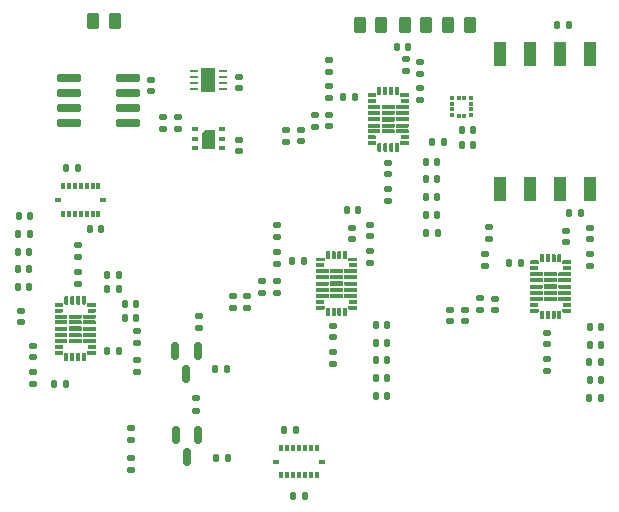
<source format=gtp>
G04 #@! TF.GenerationSoftware,KiCad,Pcbnew,8.0.2*
G04 #@! TF.CreationDate,2024-06-04T14:38:45-06:00*
G04 #@! TF.ProjectId,PCB_Project,5043425f-5072-46f6-9a65-63742e6b6963,rev?*
G04 #@! TF.SameCoordinates,Original*
G04 #@! TF.FileFunction,Paste,Top*
G04 #@! TF.FilePolarity,Positive*
%FSLAX46Y46*%
G04 Gerber Fmt 4.6, Leading zero omitted, Abs format (unit mm)*
G04 Created by KiCad (PCBNEW 8.0.2) date 2024-06-04 14:38:45*
%MOMM*%
%LPD*%
G01*
G04 APERTURE LIST*
G04 Aperture macros list*
%AMRoundRect*
0 Rectangle with rounded corners*
0 $1 Rounding radius*
0 $2 $3 $4 $5 $6 $7 $8 $9 X,Y pos of 4 corners*
0 Add a 4 corners polygon primitive as box body*
4,1,4,$2,$3,$4,$5,$6,$7,$8,$9,$2,$3,0*
0 Add four circle primitives for the rounded corners*
1,1,$1+$1,$2,$3*
1,1,$1+$1,$4,$5*
1,1,$1+$1,$6,$7*
1,1,$1+$1,$8,$9*
0 Add four rect primitives between the rounded corners*
20,1,$1+$1,$2,$3,$4,$5,0*
20,1,$1+$1,$4,$5,$6,$7,0*
20,1,$1+$1,$6,$7,$8,$9,0*
20,1,$1+$1,$8,$9,$2,$3,0*%
G04 Aperture macros list end*
%ADD10C,0.010000*%
%ADD11RoundRect,0.135000X-0.185000X0.135000X-0.185000X-0.135000X0.185000X-0.135000X0.185000X0.135000X0*%
%ADD12RoundRect,0.140000X0.170000X-0.140000X0.170000X0.140000X-0.170000X0.140000X-0.170000X-0.140000X0*%
%ADD13RoundRect,0.250000X-0.262500X-0.450000X0.262500X-0.450000X0.262500X0.450000X-0.262500X0.450000X0*%
%ADD14RoundRect,0.135000X0.185000X-0.135000X0.185000X0.135000X-0.185000X0.135000X-0.185000X-0.135000X0*%
%ADD15R,0.762000X0.254000*%
%ADD16R,1.295400X2.006600*%
%ADD17R,0.350000X0.590000*%
%ADD18R,0.590000X0.350000*%
%ADD19RoundRect,0.140000X-0.140000X-0.170000X0.140000X-0.170000X0.140000X0.170000X-0.140000X0.170000X0*%
%ADD20RoundRect,0.140000X-0.170000X0.140000X-0.170000X-0.140000X0.170000X-0.140000X0.170000X0.140000X0*%
%ADD21RoundRect,0.140000X0.140000X0.170000X-0.140000X0.170000X-0.140000X-0.170000X0.140000X-0.170000X0*%
%ADD22R,1.140000X2.030000*%
%ADD23RoundRect,0.147500X0.172500X-0.147500X0.172500X0.147500X-0.172500X0.147500X-0.172500X-0.147500X0*%
%ADD24RoundRect,0.135000X0.135000X0.185000X-0.135000X0.185000X-0.135000X-0.185000X0.135000X-0.185000X0*%
%ADD25R,0.375000X0.350000*%
%ADD26R,0.350000X0.375000*%
%ADD27RoundRect,0.150000X-0.150000X0.587500X-0.150000X-0.587500X0.150000X-0.587500X0.150000X0.587500X0*%
%ADD28RoundRect,0.135000X-0.135000X-0.185000X0.135000X-0.185000X0.135000X0.185000X-0.135000X0.185000X0*%
%ADD29RoundRect,0.075000X-0.910000X-0.225000X0.910000X-0.225000X0.910000X0.225000X-0.910000X0.225000X0*%
%ADD30R,0.550000X0.400000*%
%ADD31RoundRect,0.147500X-0.172500X0.147500X-0.172500X-0.147500X0.172500X-0.147500X0.172500X0.147500X0*%
G04 APERTURE END LIST*
D10*
X120783000Y-95296000D02*
X120785000Y-95296000D01*
X120788000Y-95297000D01*
X120790000Y-95297000D01*
X120793000Y-95298000D01*
X120795000Y-95299000D01*
X120798000Y-95300000D01*
X120800000Y-95302000D01*
X120802000Y-95303000D01*
X120804000Y-95305000D01*
X120806000Y-95306000D01*
X120808000Y-95308000D01*
X120810000Y-95310000D01*
X120812000Y-95312000D01*
X120814000Y-95314000D01*
X120815000Y-95316000D01*
X120817000Y-95318000D01*
X120818000Y-95320000D01*
X120820000Y-95322000D01*
X120821000Y-95325000D01*
X120822000Y-95327000D01*
X120823000Y-95330000D01*
X120823000Y-95332000D01*
X120824000Y-95335000D01*
X120824000Y-95337000D01*
X120825000Y-95340000D01*
X120825000Y-95342000D01*
X120825000Y-95345000D01*
X120825000Y-95495000D01*
X120825000Y-95498000D01*
X120825000Y-95500000D01*
X120824000Y-95503000D01*
X120824000Y-95505000D01*
X120823000Y-95508000D01*
X120823000Y-95510000D01*
X120822000Y-95513000D01*
X120821000Y-95515000D01*
X120820000Y-95518000D01*
X120818000Y-95520000D01*
X120817000Y-95522000D01*
X120815000Y-95524000D01*
X120814000Y-95526000D01*
X120812000Y-95528000D01*
X120810000Y-95530000D01*
X120808000Y-95532000D01*
X120806000Y-95534000D01*
X120804000Y-95535000D01*
X120802000Y-95537000D01*
X120800000Y-95538000D01*
X120798000Y-95540000D01*
X120795000Y-95541000D01*
X120793000Y-95542000D01*
X120790000Y-95543000D01*
X120788000Y-95543000D01*
X120785000Y-95544000D01*
X120783000Y-95544000D01*
X120780000Y-95545000D01*
X120778000Y-95545000D01*
X120775000Y-95545000D01*
X120225000Y-95545000D01*
X120222000Y-95545000D01*
X120220000Y-95545000D01*
X120217000Y-95544000D01*
X120215000Y-95544000D01*
X120212000Y-95543000D01*
X120210000Y-95543000D01*
X120207000Y-95542000D01*
X120205000Y-95541000D01*
X120202000Y-95540000D01*
X120200000Y-95538000D01*
X120198000Y-95537000D01*
X120196000Y-95535000D01*
X120194000Y-95534000D01*
X120192000Y-95532000D01*
X120190000Y-95530000D01*
X120188000Y-95528000D01*
X120186000Y-95526000D01*
X120185000Y-95524000D01*
X120183000Y-95522000D01*
X120182000Y-95520000D01*
X120180000Y-95518000D01*
X120179000Y-95515000D01*
X120178000Y-95513000D01*
X120177000Y-95510000D01*
X120177000Y-95508000D01*
X120176000Y-95505000D01*
X120176000Y-95503000D01*
X120175000Y-95500000D01*
X120175000Y-95498000D01*
X120175000Y-95495000D01*
X120175000Y-95345000D01*
X120175000Y-95342000D01*
X120175000Y-95340000D01*
X120176000Y-95337000D01*
X120176000Y-95335000D01*
X120177000Y-95332000D01*
X120177000Y-95330000D01*
X120178000Y-95327000D01*
X120179000Y-95325000D01*
X120180000Y-95322000D01*
X120182000Y-95320000D01*
X120183000Y-95318000D01*
X120185000Y-95316000D01*
X120186000Y-95314000D01*
X120188000Y-95312000D01*
X120190000Y-95310000D01*
X120192000Y-95308000D01*
X120194000Y-95306000D01*
X120196000Y-95305000D01*
X120198000Y-95303000D01*
X120200000Y-95302000D01*
X120202000Y-95300000D01*
X120205000Y-95299000D01*
X120207000Y-95298000D01*
X120210000Y-95297000D01*
X120212000Y-95297000D01*
X120215000Y-95296000D01*
X120217000Y-95296000D01*
X120220000Y-95295000D01*
X120222000Y-95295000D01*
X120225000Y-95295000D01*
X120775000Y-95295000D01*
X120778000Y-95295000D01*
X120780000Y-95295000D01*
X120783000Y-95296000D01*
G36*
X120783000Y-95296000D02*
G01*
X120785000Y-95296000D01*
X120788000Y-95297000D01*
X120790000Y-95297000D01*
X120793000Y-95298000D01*
X120795000Y-95299000D01*
X120798000Y-95300000D01*
X120800000Y-95302000D01*
X120802000Y-95303000D01*
X120804000Y-95305000D01*
X120806000Y-95306000D01*
X120808000Y-95308000D01*
X120810000Y-95310000D01*
X120812000Y-95312000D01*
X120814000Y-95314000D01*
X120815000Y-95316000D01*
X120817000Y-95318000D01*
X120818000Y-95320000D01*
X120820000Y-95322000D01*
X120821000Y-95325000D01*
X120822000Y-95327000D01*
X120823000Y-95330000D01*
X120823000Y-95332000D01*
X120824000Y-95335000D01*
X120824000Y-95337000D01*
X120825000Y-95340000D01*
X120825000Y-95342000D01*
X120825000Y-95345000D01*
X120825000Y-95495000D01*
X120825000Y-95498000D01*
X120825000Y-95500000D01*
X120824000Y-95503000D01*
X120824000Y-95505000D01*
X120823000Y-95508000D01*
X120823000Y-95510000D01*
X120822000Y-95513000D01*
X120821000Y-95515000D01*
X120820000Y-95518000D01*
X120818000Y-95520000D01*
X120817000Y-95522000D01*
X120815000Y-95524000D01*
X120814000Y-95526000D01*
X120812000Y-95528000D01*
X120810000Y-95530000D01*
X120808000Y-95532000D01*
X120806000Y-95534000D01*
X120804000Y-95535000D01*
X120802000Y-95537000D01*
X120800000Y-95538000D01*
X120798000Y-95540000D01*
X120795000Y-95541000D01*
X120793000Y-95542000D01*
X120790000Y-95543000D01*
X120788000Y-95543000D01*
X120785000Y-95544000D01*
X120783000Y-95544000D01*
X120780000Y-95545000D01*
X120778000Y-95545000D01*
X120775000Y-95545000D01*
X120225000Y-95545000D01*
X120222000Y-95545000D01*
X120220000Y-95545000D01*
X120217000Y-95544000D01*
X120215000Y-95544000D01*
X120212000Y-95543000D01*
X120210000Y-95543000D01*
X120207000Y-95542000D01*
X120205000Y-95541000D01*
X120202000Y-95540000D01*
X120200000Y-95538000D01*
X120198000Y-95537000D01*
X120196000Y-95535000D01*
X120194000Y-95534000D01*
X120192000Y-95532000D01*
X120190000Y-95530000D01*
X120188000Y-95528000D01*
X120186000Y-95526000D01*
X120185000Y-95524000D01*
X120183000Y-95522000D01*
X120182000Y-95520000D01*
X120180000Y-95518000D01*
X120179000Y-95515000D01*
X120178000Y-95513000D01*
X120177000Y-95510000D01*
X120177000Y-95508000D01*
X120176000Y-95505000D01*
X120176000Y-95503000D01*
X120175000Y-95500000D01*
X120175000Y-95498000D01*
X120175000Y-95495000D01*
X120175000Y-95345000D01*
X120175000Y-95342000D01*
X120175000Y-95340000D01*
X120176000Y-95337000D01*
X120176000Y-95335000D01*
X120177000Y-95332000D01*
X120177000Y-95330000D01*
X120178000Y-95327000D01*
X120179000Y-95325000D01*
X120180000Y-95322000D01*
X120182000Y-95320000D01*
X120183000Y-95318000D01*
X120185000Y-95316000D01*
X120186000Y-95314000D01*
X120188000Y-95312000D01*
X120190000Y-95310000D01*
X120192000Y-95308000D01*
X120194000Y-95306000D01*
X120196000Y-95305000D01*
X120198000Y-95303000D01*
X120200000Y-95302000D01*
X120202000Y-95300000D01*
X120205000Y-95299000D01*
X120207000Y-95298000D01*
X120210000Y-95297000D01*
X120212000Y-95297000D01*
X120215000Y-95296000D01*
X120217000Y-95296000D01*
X120220000Y-95295000D01*
X120222000Y-95295000D01*
X120225000Y-95295000D01*
X120775000Y-95295000D01*
X120778000Y-95295000D01*
X120780000Y-95295000D01*
X120783000Y-95296000D01*
G37*
X120733000Y-95796000D02*
X120735000Y-95796000D01*
X120738000Y-95797000D01*
X120740000Y-95797000D01*
X120743000Y-95798000D01*
X120745000Y-95799000D01*
X120748000Y-95800000D01*
X120750000Y-95802000D01*
X120752000Y-95803000D01*
X120754000Y-95805000D01*
X120756000Y-95806000D01*
X120758000Y-95808000D01*
X120760000Y-95810000D01*
X120762000Y-95812000D01*
X120764000Y-95814000D01*
X120765000Y-95816000D01*
X120767000Y-95818000D01*
X120768000Y-95820000D01*
X120770000Y-95822000D01*
X120771000Y-95825000D01*
X120772000Y-95827000D01*
X120773000Y-95830000D01*
X120773000Y-95832000D01*
X120774000Y-95835000D01*
X120774000Y-95837000D01*
X120775000Y-95840000D01*
X120775000Y-95842000D01*
X120775000Y-95845000D01*
X120775000Y-95995000D01*
X120775000Y-95998000D01*
X120775000Y-96000000D01*
X120774000Y-96003000D01*
X120774000Y-96005000D01*
X120773000Y-96008000D01*
X120773000Y-96010000D01*
X120772000Y-96013000D01*
X120771000Y-96015000D01*
X120770000Y-96018000D01*
X120768000Y-96020000D01*
X120767000Y-96022000D01*
X120765000Y-96024000D01*
X120764000Y-96026000D01*
X120762000Y-96028000D01*
X120760000Y-96030000D01*
X120758000Y-96032000D01*
X120756000Y-96034000D01*
X120754000Y-96035000D01*
X120752000Y-96037000D01*
X120750000Y-96038000D01*
X120748000Y-96040000D01*
X120745000Y-96041000D01*
X120743000Y-96042000D01*
X120740000Y-96043000D01*
X120738000Y-96043000D01*
X120735000Y-96044000D01*
X120733000Y-96044000D01*
X120730000Y-96045000D01*
X120728000Y-96045000D01*
X120725000Y-96045000D01*
X120225000Y-96045000D01*
X120222000Y-96045000D01*
X120220000Y-96045000D01*
X120217000Y-96044000D01*
X120215000Y-96044000D01*
X120212000Y-96043000D01*
X120210000Y-96043000D01*
X120207000Y-96042000D01*
X120205000Y-96041000D01*
X120202000Y-96040000D01*
X120200000Y-96038000D01*
X120198000Y-96037000D01*
X120196000Y-96035000D01*
X120194000Y-96034000D01*
X120192000Y-96032000D01*
X120190000Y-96030000D01*
X120188000Y-96028000D01*
X120186000Y-96026000D01*
X120185000Y-96024000D01*
X120183000Y-96022000D01*
X120182000Y-96020000D01*
X120180000Y-96018000D01*
X120179000Y-96015000D01*
X120178000Y-96013000D01*
X120177000Y-96010000D01*
X120177000Y-96008000D01*
X120176000Y-96005000D01*
X120176000Y-96003000D01*
X120175000Y-96000000D01*
X120175000Y-95998000D01*
X120175000Y-95995000D01*
X120175000Y-95845000D01*
X120175000Y-95842000D01*
X120175000Y-95840000D01*
X120176000Y-95837000D01*
X120176000Y-95835000D01*
X120177000Y-95832000D01*
X120177000Y-95830000D01*
X120178000Y-95827000D01*
X120179000Y-95825000D01*
X120180000Y-95822000D01*
X120182000Y-95820000D01*
X120183000Y-95818000D01*
X120185000Y-95816000D01*
X120186000Y-95814000D01*
X120188000Y-95812000D01*
X120190000Y-95810000D01*
X120192000Y-95808000D01*
X120194000Y-95806000D01*
X120196000Y-95805000D01*
X120198000Y-95803000D01*
X120200000Y-95802000D01*
X120202000Y-95800000D01*
X120205000Y-95799000D01*
X120207000Y-95798000D01*
X120210000Y-95797000D01*
X120212000Y-95797000D01*
X120215000Y-95796000D01*
X120217000Y-95796000D01*
X120220000Y-95795000D01*
X120222000Y-95795000D01*
X120225000Y-95795000D01*
X120725000Y-95795000D01*
X120728000Y-95795000D01*
X120730000Y-95795000D01*
X120733000Y-95796000D01*
G36*
X120733000Y-95796000D02*
G01*
X120735000Y-95796000D01*
X120738000Y-95797000D01*
X120740000Y-95797000D01*
X120743000Y-95798000D01*
X120745000Y-95799000D01*
X120748000Y-95800000D01*
X120750000Y-95802000D01*
X120752000Y-95803000D01*
X120754000Y-95805000D01*
X120756000Y-95806000D01*
X120758000Y-95808000D01*
X120760000Y-95810000D01*
X120762000Y-95812000D01*
X120764000Y-95814000D01*
X120765000Y-95816000D01*
X120767000Y-95818000D01*
X120768000Y-95820000D01*
X120770000Y-95822000D01*
X120771000Y-95825000D01*
X120772000Y-95827000D01*
X120773000Y-95830000D01*
X120773000Y-95832000D01*
X120774000Y-95835000D01*
X120774000Y-95837000D01*
X120775000Y-95840000D01*
X120775000Y-95842000D01*
X120775000Y-95845000D01*
X120775000Y-95995000D01*
X120775000Y-95998000D01*
X120775000Y-96000000D01*
X120774000Y-96003000D01*
X120774000Y-96005000D01*
X120773000Y-96008000D01*
X120773000Y-96010000D01*
X120772000Y-96013000D01*
X120771000Y-96015000D01*
X120770000Y-96018000D01*
X120768000Y-96020000D01*
X120767000Y-96022000D01*
X120765000Y-96024000D01*
X120764000Y-96026000D01*
X120762000Y-96028000D01*
X120760000Y-96030000D01*
X120758000Y-96032000D01*
X120756000Y-96034000D01*
X120754000Y-96035000D01*
X120752000Y-96037000D01*
X120750000Y-96038000D01*
X120748000Y-96040000D01*
X120745000Y-96041000D01*
X120743000Y-96042000D01*
X120740000Y-96043000D01*
X120738000Y-96043000D01*
X120735000Y-96044000D01*
X120733000Y-96044000D01*
X120730000Y-96045000D01*
X120728000Y-96045000D01*
X120725000Y-96045000D01*
X120225000Y-96045000D01*
X120222000Y-96045000D01*
X120220000Y-96045000D01*
X120217000Y-96044000D01*
X120215000Y-96044000D01*
X120212000Y-96043000D01*
X120210000Y-96043000D01*
X120207000Y-96042000D01*
X120205000Y-96041000D01*
X120202000Y-96040000D01*
X120200000Y-96038000D01*
X120198000Y-96037000D01*
X120196000Y-96035000D01*
X120194000Y-96034000D01*
X120192000Y-96032000D01*
X120190000Y-96030000D01*
X120188000Y-96028000D01*
X120186000Y-96026000D01*
X120185000Y-96024000D01*
X120183000Y-96022000D01*
X120182000Y-96020000D01*
X120180000Y-96018000D01*
X120179000Y-96015000D01*
X120178000Y-96013000D01*
X120177000Y-96010000D01*
X120177000Y-96008000D01*
X120176000Y-96005000D01*
X120176000Y-96003000D01*
X120175000Y-96000000D01*
X120175000Y-95998000D01*
X120175000Y-95995000D01*
X120175000Y-95845000D01*
X120175000Y-95842000D01*
X120175000Y-95840000D01*
X120176000Y-95837000D01*
X120176000Y-95835000D01*
X120177000Y-95832000D01*
X120177000Y-95830000D01*
X120178000Y-95827000D01*
X120179000Y-95825000D01*
X120180000Y-95822000D01*
X120182000Y-95820000D01*
X120183000Y-95818000D01*
X120185000Y-95816000D01*
X120186000Y-95814000D01*
X120188000Y-95812000D01*
X120190000Y-95810000D01*
X120192000Y-95808000D01*
X120194000Y-95806000D01*
X120196000Y-95805000D01*
X120198000Y-95803000D01*
X120200000Y-95802000D01*
X120202000Y-95800000D01*
X120205000Y-95799000D01*
X120207000Y-95798000D01*
X120210000Y-95797000D01*
X120212000Y-95797000D01*
X120215000Y-95796000D01*
X120217000Y-95796000D01*
X120220000Y-95795000D01*
X120222000Y-95795000D01*
X120225000Y-95795000D01*
X120725000Y-95795000D01*
X120728000Y-95795000D01*
X120730000Y-95795000D01*
X120733000Y-95796000D01*
G37*
X121133000Y-96296000D02*
X121135000Y-96296000D01*
X121138000Y-96297000D01*
X121140000Y-96297000D01*
X121143000Y-96298000D01*
X121145000Y-96299000D01*
X121148000Y-96300000D01*
X121150000Y-96302000D01*
X121152000Y-96303000D01*
X121154000Y-96305000D01*
X121156000Y-96306000D01*
X121158000Y-96308000D01*
X121160000Y-96310000D01*
X121162000Y-96312000D01*
X121164000Y-96314000D01*
X121165000Y-96316000D01*
X121167000Y-96318000D01*
X121168000Y-96320000D01*
X121170000Y-96322000D01*
X121171000Y-96325000D01*
X121172000Y-96327000D01*
X121173000Y-96330000D01*
X121173000Y-96332000D01*
X121174000Y-96335000D01*
X121174000Y-96337000D01*
X121175000Y-96340000D01*
X121175000Y-96342000D01*
X121175000Y-96345000D01*
X121175000Y-96495000D01*
X121175000Y-96498000D01*
X121175000Y-96500000D01*
X121174000Y-96503000D01*
X121174000Y-96505000D01*
X121173000Y-96508000D01*
X121173000Y-96510000D01*
X121172000Y-96513000D01*
X121171000Y-96515000D01*
X121170000Y-96518000D01*
X121168000Y-96520000D01*
X121167000Y-96522000D01*
X121165000Y-96524000D01*
X121164000Y-96526000D01*
X121162000Y-96528000D01*
X121160000Y-96530000D01*
X121158000Y-96532000D01*
X121156000Y-96534000D01*
X121154000Y-96535000D01*
X121152000Y-96537000D01*
X121150000Y-96538000D01*
X121148000Y-96540000D01*
X121145000Y-96541000D01*
X121143000Y-96542000D01*
X121140000Y-96543000D01*
X121138000Y-96543000D01*
X121135000Y-96544000D01*
X121133000Y-96544000D01*
X121130000Y-96545000D01*
X121128000Y-96545000D01*
X121125000Y-96545000D01*
X120225000Y-96545000D01*
X120222000Y-96545000D01*
X120220000Y-96545000D01*
X120217000Y-96544000D01*
X120215000Y-96544000D01*
X120212000Y-96543000D01*
X120210000Y-96543000D01*
X120207000Y-96542000D01*
X120205000Y-96541000D01*
X120202000Y-96540000D01*
X120200000Y-96538000D01*
X120198000Y-96537000D01*
X120196000Y-96535000D01*
X120194000Y-96534000D01*
X120192000Y-96532000D01*
X120190000Y-96530000D01*
X120188000Y-96528000D01*
X120186000Y-96526000D01*
X120185000Y-96524000D01*
X120183000Y-96522000D01*
X120182000Y-96520000D01*
X120180000Y-96518000D01*
X120179000Y-96515000D01*
X120178000Y-96513000D01*
X120177000Y-96510000D01*
X120177000Y-96508000D01*
X120176000Y-96505000D01*
X120176000Y-96503000D01*
X120175000Y-96500000D01*
X120175000Y-96498000D01*
X120175000Y-96495000D01*
X120175000Y-96345000D01*
X120175000Y-96342000D01*
X120175000Y-96340000D01*
X120176000Y-96337000D01*
X120176000Y-96335000D01*
X120177000Y-96332000D01*
X120177000Y-96330000D01*
X120178000Y-96327000D01*
X120179000Y-96325000D01*
X120180000Y-96322000D01*
X120182000Y-96320000D01*
X120183000Y-96318000D01*
X120185000Y-96316000D01*
X120186000Y-96314000D01*
X120188000Y-96312000D01*
X120190000Y-96310000D01*
X120192000Y-96308000D01*
X120194000Y-96306000D01*
X120196000Y-96305000D01*
X120198000Y-96303000D01*
X120200000Y-96302000D01*
X120202000Y-96300000D01*
X120205000Y-96299000D01*
X120207000Y-96298000D01*
X120210000Y-96297000D01*
X120212000Y-96297000D01*
X120215000Y-96296000D01*
X120217000Y-96296000D01*
X120220000Y-96295000D01*
X120222000Y-96295000D01*
X120225000Y-96295000D01*
X121125000Y-96295000D01*
X121128000Y-96295000D01*
X121130000Y-96295000D01*
X121133000Y-96296000D01*
G36*
X121133000Y-96296000D02*
G01*
X121135000Y-96296000D01*
X121138000Y-96297000D01*
X121140000Y-96297000D01*
X121143000Y-96298000D01*
X121145000Y-96299000D01*
X121148000Y-96300000D01*
X121150000Y-96302000D01*
X121152000Y-96303000D01*
X121154000Y-96305000D01*
X121156000Y-96306000D01*
X121158000Y-96308000D01*
X121160000Y-96310000D01*
X121162000Y-96312000D01*
X121164000Y-96314000D01*
X121165000Y-96316000D01*
X121167000Y-96318000D01*
X121168000Y-96320000D01*
X121170000Y-96322000D01*
X121171000Y-96325000D01*
X121172000Y-96327000D01*
X121173000Y-96330000D01*
X121173000Y-96332000D01*
X121174000Y-96335000D01*
X121174000Y-96337000D01*
X121175000Y-96340000D01*
X121175000Y-96342000D01*
X121175000Y-96345000D01*
X121175000Y-96495000D01*
X121175000Y-96498000D01*
X121175000Y-96500000D01*
X121174000Y-96503000D01*
X121174000Y-96505000D01*
X121173000Y-96508000D01*
X121173000Y-96510000D01*
X121172000Y-96513000D01*
X121171000Y-96515000D01*
X121170000Y-96518000D01*
X121168000Y-96520000D01*
X121167000Y-96522000D01*
X121165000Y-96524000D01*
X121164000Y-96526000D01*
X121162000Y-96528000D01*
X121160000Y-96530000D01*
X121158000Y-96532000D01*
X121156000Y-96534000D01*
X121154000Y-96535000D01*
X121152000Y-96537000D01*
X121150000Y-96538000D01*
X121148000Y-96540000D01*
X121145000Y-96541000D01*
X121143000Y-96542000D01*
X121140000Y-96543000D01*
X121138000Y-96543000D01*
X121135000Y-96544000D01*
X121133000Y-96544000D01*
X121130000Y-96545000D01*
X121128000Y-96545000D01*
X121125000Y-96545000D01*
X120225000Y-96545000D01*
X120222000Y-96545000D01*
X120220000Y-96545000D01*
X120217000Y-96544000D01*
X120215000Y-96544000D01*
X120212000Y-96543000D01*
X120210000Y-96543000D01*
X120207000Y-96542000D01*
X120205000Y-96541000D01*
X120202000Y-96540000D01*
X120200000Y-96538000D01*
X120198000Y-96537000D01*
X120196000Y-96535000D01*
X120194000Y-96534000D01*
X120192000Y-96532000D01*
X120190000Y-96530000D01*
X120188000Y-96528000D01*
X120186000Y-96526000D01*
X120185000Y-96524000D01*
X120183000Y-96522000D01*
X120182000Y-96520000D01*
X120180000Y-96518000D01*
X120179000Y-96515000D01*
X120178000Y-96513000D01*
X120177000Y-96510000D01*
X120177000Y-96508000D01*
X120176000Y-96505000D01*
X120176000Y-96503000D01*
X120175000Y-96500000D01*
X120175000Y-96498000D01*
X120175000Y-96495000D01*
X120175000Y-96345000D01*
X120175000Y-96342000D01*
X120175000Y-96340000D01*
X120176000Y-96337000D01*
X120176000Y-96335000D01*
X120177000Y-96332000D01*
X120177000Y-96330000D01*
X120178000Y-96327000D01*
X120179000Y-96325000D01*
X120180000Y-96322000D01*
X120182000Y-96320000D01*
X120183000Y-96318000D01*
X120185000Y-96316000D01*
X120186000Y-96314000D01*
X120188000Y-96312000D01*
X120190000Y-96310000D01*
X120192000Y-96308000D01*
X120194000Y-96306000D01*
X120196000Y-96305000D01*
X120198000Y-96303000D01*
X120200000Y-96302000D01*
X120202000Y-96300000D01*
X120205000Y-96299000D01*
X120207000Y-96298000D01*
X120210000Y-96297000D01*
X120212000Y-96297000D01*
X120215000Y-96296000D01*
X120217000Y-96296000D01*
X120220000Y-96295000D01*
X120222000Y-96295000D01*
X120225000Y-96295000D01*
X121125000Y-96295000D01*
X121128000Y-96295000D01*
X121130000Y-96295000D01*
X121133000Y-96296000D01*
G37*
X121133000Y-96796000D02*
X121135000Y-96796000D01*
X121138000Y-96797000D01*
X121140000Y-96797000D01*
X121143000Y-96798000D01*
X121145000Y-96799000D01*
X121148000Y-96800000D01*
X121150000Y-96802000D01*
X121152000Y-96803000D01*
X121154000Y-96805000D01*
X121156000Y-96806000D01*
X121158000Y-96808000D01*
X121160000Y-96810000D01*
X121162000Y-96812000D01*
X121164000Y-96814000D01*
X121165000Y-96816000D01*
X121167000Y-96818000D01*
X121168000Y-96820000D01*
X121170000Y-96822000D01*
X121171000Y-96825000D01*
X121172000Y-96827000D01*
X121173000Y-96830000D01*
X121173000Y-96832000D01*
X121174000Y-96835000D01*
X121174000Y-96837000D01*
X121175000Y-96840000D01*
X121175000Y-96842000D01*
X121175000Y-96845000D01*
X121175000Y-96995000D01*
X121175000Y-96998000D01*
X121175000Y-97000000D01*
X121174000Y-97003000D01*
X121174000Y-97005000D01*
X121173000Y-97008000D01*
X121173000Y-97010000D01*
X121172000Y-97013000D01*
X121171000Y-97015000D01*
X121170000Y-97018000D01*
X121168000Y-97020000D01*
X121167000Y-97022000D01*
X121165000Y-97024000D01*
X121164000Y-97026000D01*
X121162000Y-97028000D01*
X121160000Y-97030000D01*
X121158000Y-97032000D01*
X121156000Y-97034000D01*
X121154000Y-97035000D01*
X121152000Y-97037000D01*
X121150000Y-97038000D01*
X121148000Y-97040000D01*
X121145000Y-97041000D01*
X121143000Y-97042000D01*
X121140000Y-97043000D01*
X121138000Y-97043000D01*
X121135000Y-97044000D01*
X121133000Y-97044000D01*
X121130000Y-97045000D01*
X121128000Y-97045000D01*
X121125000Y-97045000D01*
X120225000Y-97045000D01*
X120222000Y-97045000D01*
X120220000Y-97045000D01*
X120217000Y-97044000D01*
X120215000Y-97044000D01*
X120212000Y-97043000D01*
X120210000Y-97043000D01*
X120207000Y-97042000D01*
X120205000Y-97041000D01*
X120202000Y-97040000D01*
X120200000Y-97038000D01*
X120198000Y-97037000D01*
X120196000Y-97035000D01*
X120194000Y-97034000D01*
X120192000Y-97032000D01*
X120190000Y-97030000D01*
X120188000Y-97028000D01*
X120186000Y-97026000D01*
X120185000Y-97024000D01*
X120183000Y-97022000D01*
X120182000Y-97020000D01*
X120180000Y-97018000D01*
X120179000Y-97015000D01*
X120178000Y-97013000D01*
X120177000Y-97010000D01*
X120177000Y-97008000D01*
X120176000Y-97005000D01*
X120176000Y-97003000D01*
X120175000Y-97000000D01*
X120175000Y-96998000D01*
X120175000Y-96995000D01*
X120175000Y-96845000D01*
X120175000Y-96842000D01*
X120175000Y-96840000D01*
X120176000Y-96837000D01*
X120176000Y-96835000D01*
X120177000Y-96832000D01*
X120177000Y-96830000D01*
X120178000Y-96827000D01*
X120179000Y-96825000D01*
X120180000Y-96822000D01*
X120182000Y-96820000D01*
X120183000Y-96818000D01*
X120185000Y-96816000D01*
X120186000Y-96814000D01*
X120188000Y-96812000D01*
X120190000Y-96810000D01*
X120192000Y-96808000D01*
X120194000Y-96806000D01*
X120196000Y-96805000D01*
X120198000Y-96803000D01*
X120200000Y-96802000D01*
X120202000Y-96800000D01*
X120205000Y-96799000D01*
X120207000Y-96798000D01*
X120210000Y-96797000D01*
X120212000Y-96797000D01*
X120215000Y-96796000D01*
X120217000Y-96796000D01*
X120220000Y-96795000D01*
X120222000Y-96795000D01*
X120225000Y-96795000D01*
X121125000Y-96795000D01*
X121128000Y-96795000D01*
X121130000Y-96795000D01*
X121133000Y-96796000D01*
G36*
X121133000Y-96796000D02*
G01*
X121135000Y-96796000D01*
X121138000Y-96797000D01*
X121140000Y-96797000D01*
X121143000Y-96798000D01*
X121145000Y-96799000D01*
X121148000Y-96800000D01*
X121150000Y-96802000D01*
X121152000Y-96803000D01*
X121154000Y-96805000D01*
X121156000Y-96806000D01*
X121158000Y-96808000D01*
X121160000Y-96810000D01*
X121162000Y-96812000D01*
X121164000Y-96814000D01*
X121165000Y-96816000D01*
X121167000Y-96818000D01*
X121168000Y-96820000D01*
X121170000Y-96822000D01*
X121171000Y-96825000D01*
X121172000Y-96827000D01*
X121173000Y-96830000D01*
X121173000Y-96832000D01*
X121174000Y-96835000D01*
X121174000Y-96837000D01*
X121175000Y-96840000D01*
X121175000Y-96842000D01*
X121175000Y-96845000D01*
X121175000Y-96995000D01*
X121175000Y-96998000D01*
X121175000Y-97000000D01*
X121174000Y-97003000D01*
X121174000Y-97005000D01*
X121173000Y-97008000D01*
X121173000Y-97010000D01*
X121172000Y-97013000D01*
X121171000Y-97015000D01*
X121170000Y-97018000D01*
X121168000Y-97020000D01*
X121167000Y-97022000D01*
X121165000Y-97024000D01*
X121164000Y-97026000D01*
X121162000Y-97028000D01*
X121160000Y-97030000D01*
X121158000Y-97032000D01*
X121156000Y-97034000D01*
X121154000Y-97035000D01*
X121152000Y-97037000D01*
X121150000Y-97038000D01*
X121148000Y-97040000D01*
X121145000Y-97041000D01*
X121143000Y-97042000D01*
X121140000Y-97043000D01*
X121138000Y-97043000D01*
X121135000Y-97044000D01*
X121133000Y-97044000D01*
X121130000Y-97045000D01*
X121128000Y-97045000D01*
X121125000Y-97045000D01*
X120225000Y-97045000D01*
X120222000Y-97045000D01*
X120220000Y-97045000D01*
X120217000Y-97044000D01*
X120215000Y-97044000D01*
X120212000Y-97043000D01*
X120210000Y-97043000D01*
X120207000Y-97042000D01*
X120205000Y-97041000D01*
X120202000Y-97040000D01*
X120200000Y-97038000D01*
X120198000Y-97037000D01*
X120196000Y-97035000D01*
X120194000Y-97034000D01*
X120192000Y-97032000D01*
X120190000Y-97030000D01*
X120188000Y-97028000D01*
X120186000Y-97026000D01*
X120185000Y-97024000D01*
X120183000Y-97022000D01*
X120182000Y-97020000D01*
X120180000Y-97018000D01*
X120179000Y-97015000D01*
X120178000Y-97013000D01*
X120177000Y-97010000D01*
X120177000Y-97008000D01*
X120176000Y-97005000D01*
X120176000Y-97003000D01*
X120175000Y-97000000D01*
X120175000Y-96998000D01*
X120175000Y-96995000D01*
X120175000Y-96845000D01*
X120175000Y-96842000D01*
X120175000Y-96840000D01*
X120176000Y-96837000D01*
X120176000Y-96835000D01*
X120177000Y-96832000D01*
X120177000Y-96830000D01*
X120178000Y-96827000D01*
X120179000Y-96825000D01*
X120180000Y-96822000D01*
X120182000Y-96820000D01*
X120183000Y-96818000D01*
X120185000Y-96816000D01*
X120186000Y-96814000D01*
X120188000Y-96812000D01*
X120190000Y-96810000D01*
X120192000Y-96808000D01*
X120194000Y-96806000D01*
X120196000Y-96805000D01*
X120198000Y-96803000D01*
X120200000Y-96802000D01*
X120202000Y-96800000D01*
X120205000Y-96799000D01*
X120207000Y-96798000D01*
X120210000Y-96797000D01*
X120212000Y-96797000D01*
X120215000Y-96796000D01*
X120217000Y-96796000D01*
X120220000Y-96795000D01*
X120222000Y-96795000D01*
X120225000Y-96795000D01*
X121125000Y-96795000D01*
X121128000Y-96795000D01*
X121130000Y-96795000D01*
X121133000Y-96796000D01*
G37*
X121133000Y-97336000D02*
X121135000Y-97336000D01*
X121138000Y-97337000D01*
X121140000Y-97337000D01*
X121143000Y-97338000D01*
X121145000Y-97339000D01*
X121148000Y-97340000D01*
X121150000Y-97342000D01*
X121152000Y-97343000D01*
X121154000Y-97345000D01*
X121156000Y-97346000D01*
X121158000Y-97348000D01*
X121160000Y-97350000D01*
X121162000Y-97352000D01*
X121164000Y-97354000D01*
X121165000Y-97356000D01*
X121167000Y-97358000D01*
X121168000Y-97360000D01*
X121170000Y-97362000D01*
X121171000Y-97365000D01*
X121172000Y-97367000D01*
X121173000Y-97370000D01*
X121173000Y-97372000D01*
X121174000Y-97375000D01*
X121174000Y-97377000D01*
X121175000Y-97380000D01*
X121175000Y-97382000D01*
X121175000Y-97385000D01*
X121175000Y-97535000D01*
X121175000Y-97538000D01*
X121175000Y-97540000D01*
X121174000Y-97543000D01*
X121174000Y-97545000D01*
X121173000Y-97548000D01*
X121173000Y-97550000D01*
X121172000Y-97553000D01*
X121171000Y-97555000D01*
X121170000Y-97558000D01*
X121168000Y-97560000D01*
X121167000Y-97562000D01*
X121165000Y-97564000D01*
X121164000Y-97566000D01*
X121162000Y-97568000D01*
X121160000Y-97570000D01*
X121158000Y-97572000D01*
X121156000Y-97574000D01*
X121154000Y-97575000D01*
X121152000Y-97577000D01*
X121150000Y-97578000D01*
X121148000Y-97580000D01*
X121145000Y-97581000D01*
X121143000Y-97582000D01*
X121140000Y-97583000D01*
X121138000Y-97583000D01*
X121135000Y-97584000D01*
X121133000Y-97584000D01*
X121130000Y-97585000D01*
X121128000Y-97585000D01*
X121125000Y-97585000D01*
X120225000Y-97585000D01*
X120222000Y-97585000D01*
X120220000Y-97585000D01*
X120217000Y-97584000D01*
X120215000Y-97584000D01*
X120212000Y-97583000D01*
X120210000Y-97583000D01*
X120207000Y-97582000D01*
X120205000Y-97581000D01*
X120202000Y-97580000D01*
X120200000Y-97578000D01*
X120198000Y-97577000D01*
X120196000Y-97575000D01*
X120194000Y-97574000D01*
X120192000Y-97572000D01*
X120190000Y-97570000D01*
X120188000Y-97568000D01*
X120186000Y-97566000D01*
X120185000Y-97564000D01*
X120183000Y-97562000D01*
X120182000Y-97560000D01*
X120180000Y-97558000D01*
X120179000Y-97555000D01*
X120178000Y-97553000D01*
X120177000Y-97550000D01*
X120177000Y-97548000D01*
X120176000Y-97545000D01*
X120176000Y-97543000D01*
X120175000Y-97540000D01*
X120175000Y-97538000D01*
X120175000Y-97535000D01*
X120175000Y-97385000D01*
X120175000Y-97382000D01*
X120175000Y-97380000D01*
X120176000Y-97377000D01*
X120176000Y-97375000D01*
X120177000Y-97372000D01*
X120177000Y-97370000D01*
X120178000Y-97367000D01*
X120179000Y-97365000D01*
X120180000Y-97362000D01*
X120182000Y-97360000D01*
X120183000Y-97358000D01*
X120185000Y-97356000D01*
X120186000Y-97354000D01*
X120188000Y-97352000D01*
X120190000Y-97350000D01*
X120192000Y-97348000D01*
X120194000Y-97346000D01*
X120196000Y-97345000D01*
X120198000Y-97343000D01*
X120200000Y-97342000D01*
X120202000Y-97340000D01*
X120205000Y-97339000D01*
X120207000Y-97338000D01*
X120210000Y-97337000D01*
X120212000Y-97337000D01*
X120215000Y-97336000D01*
X120217000Y-97336000D01*
X120220000Y-97335000D01*
X120222000Y-97335000D01*
X120225000Y-97335000D01*
X121125000Y-97335000D01*
X121128000Y-97335000D01*
X121130000Y-97335000D01*
X121133000Y-97336000D01*
G36*
X121133000Y-97336000D02*
G01*
X121135000Y-97336000D01*
X121138000Y-97337000D01*
X121140000Y-97337000D01*
X121143000Y-97338000D01*
X121145000Y-97339000D01*
X121148000Y-97340000D01*
X121150000Y-97342000D01*
X121152000Y-97343000D01*
X121154000Y-97345000D01*
X121156000Y-97346000D01*
X121158000Y-97348000D01*
X121160000Y-97350000D01*
X121162000Y-97352000D01*
X121164000Y-97354000D01*
X121165000Y-97356000D01*
X121167000Y-97358000D01*
X121168000Y-97360000D01*
X121170000Y-97362000D01*
X121171000Y-97365000D01*
X121172000Y-97367000D01*
X121173000Y-97370000D01*
X121173000Y-97372000D01*
X121174000Y-97375000D01*
X121174000Y-97377000D01*
X121175000Y-97380000D01*
X121175000Y-97382000D01*
X121175000Y-97385000D01*
X121175000Y-97535000D01*
X121175000Y-97538000D01*
X121175000Y-97540000D01*
X121174000Y-97543000D01*
X121174000Y-97545000D01*
X121173000Y-97548000D01*
X121173000Y-97550000D01*
X121172000Y-97553000D01*
X121171000Y-97555000D01*
X121170000Y-97558000D01*
X121168000Y-97560000D01*
X121167000Y-97562000D01*
X121165000Y-97564000D01*
X121164000Y-97566000D01*
X121162000Y-97568000D01*
X121160000Y-97570000D01*
X121158000Y-97572000D01*
X121156000Y-97574000D01*
X121154000Y-97575000D01*
X121152000Y-97577000D01*
X121150000Y-97578000D01*
X121148000Y-97580000D01*
X121145000Y-97581000D01*
X121143000Y-97582000D01*
X121140000Y-97583000D01*
X121138000Y-97583000D01*
X121135000Y-97584000D01*
X121133000Y-97584000D01*
X121130000Y-97585000D01*
X121128000Y-97585000D01*
X121125000Y-97585000D01*
X120225000Y-97585000D01*
X120222000Y-97585000D01*
X120220000Y-97585000D01*
X120217000Y-97584000D01*
X120215000Y-97584000D01*
X120212000Y-97583000D01*
X120210000Y-97583000D01*
X120207000Y-97582000D01*
X120205000Y-97581000D01*
X120202000Y-97580000D01*
X120200000Y-97578000D01*
X120198000Y-97577000D01*
X120196000Y-97575000D01*
X120194000Y-97574000D01*
X120192000Y-97572000D01*
X120190000Y-97570000D01*
X120188000Y-97568000D01*
X120186000Y-97566000D01*
X120185000Y-97564000D01*
X120183000Y-97562000D01*
X120182000Y-97560000D01*
X120180000Y-97558000D01*
X120179000Y-97555000D01*
X120178000Y-97553000D01*
X120177000Y-97550000D01*
X120177000Y-97548000D01*
X120176000Y-97545000D01*
X120176000Y-97543000D01*
X120175000Y-97540000D01*
X120175000Y-97538000D01*
X120175000Y-97535000D01*
X120175000Y-97385000D01*
X120175000Y-97382000D01*
X120175000Y-97380000D01*
X120176000Y-97377000D01*
X120176000Y-97375000D01*
X120177000Y-97372000D01*
X120177000Y-97370000D01*
X120178000Y-97367000D01*
X120179000Y-97365000D01*
X120180000Y-97362000D01*
X120182000Y-97360000D01*
X120183000Y-97358000D01*
X120185000Y-97356000D01*
X120186000Y-97354000D01*
X120188000Y-97352000D01*
X120190000Y-97350000D01*
X120192000Y-97348000D01*
X120194000Y-97346000D01*
X120196000Y-97345000D01*
X120198000Y-97343000D01*
X120200000Y-97342000D01*
X120202000Y-97340000D01*
X120205000Y-97339000D01*
X120207000Y-97338000D01*
X120210000Y-97337000D01*
X120212000Y-97337000D01*
X120215000Y-97336000D01*
X120217000Y-97336000D01*
X120220000Y-97335000D01*
X120222000Y-97335000D01*
X120225000Y-97335000D01*
X121125000Y-97335000D01*
X121128000Y-97335000D01*
X121130000Y-97335000D01*
X121133000Y-97336000D01*
G37*
X121133000Y-97876000D02*
X121135000Y-97876000D01*
X121138000Y-97877000D01*
X121140000Y-97877000D01*
X121143000Y-97878000D01*
X121145000Y-97879000D01*
X121148000Y-97880000D01*
X121150000Y-97882000D01*
X121152000Y-97883000D01*
X121154000Y-97885000D01*
X121156000Y-97886000D01*
X121158000Y-97888000D01*
X121160000Y-97890000D01*
X121162000Y-97892000D01*
X121164000Y-97894000D01*
X121165000Y-97896000D01*
X121167000Y-97898000D01*
X121168000Y-97900000D01*
X121170000Y-97902000D01*
X121171000Y-97905000D01*
X121172000Y-97907000D01*
X121173000Y-97910000D01*
X121173000Y-97912000D01*
X121174000Y-97915000D01*
X121174000Y-97917000D01*
X121175000Y-97920000D01*
X121175000Y-97922000D01*
X121175000Y-97925000D01*
X121175000Y-98075000D01*
X121175000Y-98078000D01*
X121175000Y-98080000D01*
X121174000Y-98083000D01*
X121174000Y-98085000D01*
X121173000Y-98088000D01*
X121173000Y-98090000D01*
X121172000Y-98093000D01*
X121171000Y-98095000D01*
X121170000Y-98098000D01*
X121168000Y-98100000D01*
X121167000Y-98102000D01*
X121165000Y-98104000D01*
X121164000Y-98106000D01*
X121162000Y-98108000D01*
X121160000Y-98110000D01*
X121158000Y-98112000D01*
X121156000Y-98114000D01*
X121154000Y-98115000D01*
X121152000Y-98117000D01*
X121150000Y-98118000D01*
X121148000Y-98120000D01*
X121145000Y-98121000D01*
X121143000Y-98122000D01*
X121140000Y-98123000D01*
X121138000Y-98123000D01*
X121135000Y-98124000D01*
X121133000Y-98124000D01*
X121130000Y-98125000D01*
X121128000Y-98125000D01*
X121125000Y-98125000D01*
X120225000Y-98125000D01*
X120222000Y-98125000D01*
X120220000Y-98125000D01*
X120217000Y-98124000D01*
X120215000Y-98124000D01*
X120212000Y-98123000D01*
X120210000Y-98123000D01*
X120207000Y-98122000D01*
X120205000Y-98121000D01*
X120202000Y-98120000D01*
X120200000Y-98118000D01*
X120198000Y-98117000D01*
X120196000Y-98115000D01*
X120194000Y-98114000D01*
X120192000Y-98112000D01*
X120190000Y-98110000D01*
X120188000Y-98108000D01*
X120186000Y-98106000D01*
X120185000Y-98104000D01*
X120183000Y-98102000D01*
X120182000Y-98100000D01*
X120180000Y-98098000D01*
X120179000Y-98095000D01*
X120178000Y-98093000D01*
X120177000Y-98090000D01*
X120177000Y-98088000D01*
X120176000Y-98085000D01*
X120176000Y-98083000D01*
X120175000Y-98080000D01*
X120175000Y-98078000D01*
X120175000Y-98075000D01*
X120175000Y-97925000D01*
X120175000Y-97922000D01*
X120175000Y-97920000D01*
X120176000Y-97917000D01*
X120176000Y-97915000D01*
X120177000Y-97912000D01*
X120177000Y-97910000D01*
X120178000Y-97907000D01*
X120179000Y-97905000D01*
X120180000Y-97902000D01*
X120182000Y-97900000D01*
X120183000Y-97898000D01*
X120185000Y-97896000D01*
X120186000Y-97894000D01*
X120188000Y-97892000D01*
X120190000Y-97890000D01*
X120192000Y-97888000D01*
X120194000Y-97886000D01*
X120196000Y-97885000D01*
X120198000Y-97883000D01*
X120200000Y-97882000D01*
X120202000Y-97880000D01*
X120205000Y-97879000D01*
X120207000Y-97878000D01*
X120210000Y-97877000D01*
X120212000Y-97877000D01*
X120215000Y-97876000D01*
X120217000Y-97876000D01*
X120220000Y-97875000D01*
X120222000Y-97875000D01*
X120225000Y-97875000D01*
X121125000Y-97875000D01*
X121128000Y-97875000D01*
X121130000Y-97875000D01*
X121133000Y-97876000D01*
G36*
X121133000Y-97876000D02*
G01*
X121135000Y-97876000D01*
X121138000Y-97877000D01*
X121140000Y-97877000D01*
X121143000Y-97878000D01*
X121145000Y-97879000D01*
X121148000Y-97880000D01*
X121150000Y-97882000D01*
X121152000Y-97883000D01*
X121154000Y-97885000D01*
X121156000Y-97886000D01*
X121158000Y-97888000D01*
X121160000Y-97890000D01*
X121162000Y-97892000D01*
X121164000Y-97894000D01*
X121165000Y-97896000D01*
X121167000Y-97898000D01*
X121168000Y-97900000D01*
X121170000Y-97902000D01*
X121171000Y-97905000D01*
X121172000Y-97907000D01*
X121173000Y-97910000D01*
X121173000Y-97912000D01*
X121174000Y-97915000D01*
X121174000Y-97917000D01*
X121175000Y-97920000D01*
X121175000Y-97922000D01*
X121175000Y-97925000D01*
X121175000Y-98075000D01*
X121175000Y-98078000D01*
X121175000Y-98080000D01*
X121174000Y-98083000D01*
X121174000Y-98085000D01*
X121173000Y-98088000D01*
X121173000Y-98090000D01*
X121172000Y-98093000D01*
X121171000Y-98095000D01*
X121170000Y-98098000D01*
X121168000Y-98100000D01*
X121167000Y-98102000D01*
X121165000Y-98104000D01*
X121164000Y-98106000D01*
X121162000Y-98108000D01*
X121160000Y-98110000D01*
X121158000Y-98112000D01*
X121156000Y-98114000D01*
X121154000Y-98115000D01*
X121152000Y-98117000D01*
X121150000Y-98118000D01*
X121148000Y-98120000D01*
X121145000Y-98121000D01*
X121143000Y-98122000D01*
X121140000Y-98123000D01*
X121138000Y-98123000D01*
X121135000Y-98124000D01*
X121133000Y-98124000D01*
X121130000Y-98125000D01*
X121128000Y-98125000D01*
X121125000Y-98125000D01*
X120225000Y-98125000D01*
X120222000Y-98125000D01*
X120220000Y-98125000D01*
X120217000Y-98124000D01*
X120215000Y-98124000D01*
X120212000Y-98123000D01*
X120210000Y-98123000D01*
X120207000Y-98122000D01*
X120205000Y-98121000D01*
X120202000Y-98120000D01*
X120200000Y-98118000D01*
X120198000Y-98117000D01*
X120196000Y-98115000D01*
X120194000Y-98114000D01*
X120192000Y-98112000D01*
X120190000Y-98110000D01*
X120188000Y-98108000D01*
X120186000Y-98106000D01*
X120185000Y-98104000D01*
X120183000Y-98102000D01*
X120182000Y-98100000D01*
X120180000Y-98098000D01*
X120179000Y-98095000D01*
X120178000Y-98093000D01*
X120177000Y-98090000D01*
X120177000Y-98088000D01*
X120176000Y-98085000D01*
X120176000Y-98083000D01*
X120175000Y-98080000D01*
X120175000Y-98078000D01*
X120175000Y-98075000D01*
X120175000Y-97925000D01*
X120175000Y-97922000D01*
X120175000Y-97920000D01*
X120176000Y-97917000D01*
X120176000Y-97915000D01*
X120177000Y-97912000D01*
X120177000Y-97910000D01*
X120178000Y-97907000D01*
X120179000Y-97905000D01*
X120180000Y-97902000D01*
X120182000Y-97900000D01*
X120183000Y-97898000D01*
X120185000Y-97896000D01*
X120186000Y-97894000D01*
X120188000Y-97892000D01*
X120190000Y-97890000D01*
X120192000Y-97888000D01*
X120194000Y-97886000D01*
X120196000Y-97885000D01*
X120198000Y-97883000D01*
X120200000Y-97882000D01*
X120202000Y-97880000D01*
X120205000Y-97879000D01*
X120207000Y-97878000D01*
X120210000Y-97877000D01*
X120212000Y-97877000D01*
X120215000Y-97876000D01*
X120217000Y-97876000D01*
X120220000Y-97875000D01*
X120222000Y-97875000D01*
X120225000Y-97875000D01*
X121125000Y-97875000D01*
X121128000Y-97875000D01*
X121130000Y-97875000D01*
X121133000Y-97876000D01*
G37*
X121133000Y-98376000D02*
X121135000Y-98376000D01*
X121138000Y-98377000D01*
X121140000Y-98377000D01*
X121143000Y-98378000D01*
X121145000Y-98379000D01*
X121148000Y-98380000D01*
X121150000Y-98382000D01*
X121152000Y-98383000D01*
X121154000Y-98385000D01*
X121156000Y-98386000D01*
X121158000Y-98388000D01*
X121160000Y-98390000D01*
X121162000Y-98392000D01*
X121164000Y-98394000D01*
X121165000Y-98396000D01*
X121167000Y-98398000D01*
X121168000Y-98400000D01*
X121170000Y-98402000D01*
X121171000Y-98405000D01*
X121172000Y-98407000D01*
X121173000Y-98410000D01*
X121173000Y-98412000D01*
X121174000Y-98415000D01*
X121174000Y-98417000D01*
X121175000Y-98420000D01*
X121175000Y-98422000D01*
X121175000Y-98425000D01*
X121175000Y-98575000D01*
X121175000Y-98578000D01*
X121175000Y-98580000D01*
X121174000Y-98583000D01*
X121174000Y-98585000D01*
X121173000Y-98588000D01*
X121173000Y-98590000D01*
X121172000Y-98593000D01*
X121171000Y-98595000D01*
X121170000Y-98598000D01*
X121168000Y-98600000D01*
X121167000Y-98602000D01*
X121165000Y-98604000D01*
X121164000Y-98606000D01*
X121162000Y-98608000D01*
X121160000Y-98610000D01*
X121158000Y-98612000D01*
X121156000Y-98614000D01*
X121154000Y-98615000D01*
X121152000Y-98617000D01*
X121150000Y-98618000D01*
X121148000Y-98620000D01*
X121145000Y-98621000D01*
X121143000Y-98622000D01*
X121140000Y-98623000D01*
X121138000Y-98623000D01*
X121135000Y-98624000D01*
X121133000Y-98624000D01*
X121130000Y-98625000D01*
X121128000Y-98625000D01*
X121125000Y-98625000D01*
X120225000Y-98625000D01*
X120222000Y-98625000D01*
X120220000Y-98625000D01*
X120217000Y-98624000D01*
X120215000Y-98624000D01*
X120212000Y-98623000D01*
X120210000Y-98623000D01*
X120207000Y-98622000D01*
X120205000Y-98621000D01*
X120202000Y-98620000D01*
X120200000Y-98618000D01*
X120198000Y-98617000D01*
X120196000Y-98615000D01*
X120194000Y-98614000D01*
X120192000Y-98612000D01*
X120190000Y-98610000D01*
X120188000Y-98608000D01*
X120186000Y-98606000D01*
X120185000Y-98604000D01*
X120183000Y-98602000D01*
X120182000Y-98600000D01*
X120180000Y-98598000D01*
X120179000Y-98595000D01*
X120178000Y-98593000D01*
X120177000Y-98590000D01*
X120177000Y-98588000D01*
X120176000Y-98585000D01*
X120176000Y-98583000D01*
X120175000Y-98580000D01*
X120175000Y-98578000D01*
X120175000Y-98575000D01*
X120175000Y-98425000D01*
X120175000Y-98422000D01*
X120175000Y-98420000D01*
X120176000Y-98417000D01*
X120176000Y-98415000D01*
X120177000Y-98412000D01*
X120177000Y-98410000D01*
X120178000Y-98407000D01*
X120179000Y-98405000D01*
X120180000Y-98402000D01*
X120182000Y-98400000D01*
X120183000Y-98398000D01*
X120185000Y-98396000D01*
X120186000Y-98394000D01*
X120188000Y-98392000D01*
X120190000Y-98390000D01*
X120192000Y-98388000D01*
X120194000Y-98386000D01*
X120196000Y-98385000D01*
X120198000Y-98383000D01*
X120200000Y-98382000D01*
X120202000Y-98380000D01*
X120205000Y-98379000D01*
X120207000Y-98378000D01*
X120210000Y-98377000D01*
X120212000Y-98377000D01*
X120215000Y-98376000D01*
X120217000Y-98376000D01*
X120220000Y-98375000D01*
X120222000Y-98375000D01*
X120225000Y-98375000D01*
X121125000Y-98375000D01*
X121128000Y-98375000D01*
X121130000Y-98375000D01*
X121133000Y-98376000D01*
G36*
X121133000Y-98376000D02*
G01*
X121135000Y-98376000D01*
X121138000Y-98377000D01*
X121140000Y-98377000D01*
X121143000Y-98378000D01*
X121145000Y-98379000D01*
X121148000Y-98380000D01*
X121150000Y-98382000D01*
X121152000Y-98383000D01*
X121154000Y-98385000D01*
X121156000Y-98386000D01*
X121158000Y-98388000D01*
X121160000Y-98390000D01*
X121162000Y-98392000D01*
X121164000Y-98394000D01*
X121165000Y-98396000D01*
X121167000Y-98398000D01*
X121168000Y-98400000D01*
X121170000Y-98402000D01*
X121171000Y-98405000D01*
X121172000Y-98407000D01*
X121173000Y-98410000D01*
X121173000Y-98412000D01*
X121174000Y-98415000D01*
X121174000Y-98417000D01*
X121175000Y-98420000D01*
X121175000Y-98422000D01*
X121175000Y-98425000D01*
X121175000Y-98575000D01*
X121175000Y-98578000D01*
X121175000Y-98580000D01*
X121174000Y-98583000D01*
X121174000Y-98585000D01*
X121173000Y-98588000D01*
X121173000Y-98590000D01*
X121172000Y-98593000D01*
X121171000Y-98595000D01*
X121170000Y-98598000D01*
X121168000Y-98600000D01*
X121167000Y-98602000D01*
X121165000Y-98604000D01*
X121164000Y-98606000D01*
X121162000Y-98608000D01*
X121160000Y-98610000D01*
X121158000Y-98612000D01*
X121156000Y-98614000D01*
X121154000Y-98615000D01*
X121152000Y-98617000D01*
X121150000Y-98618000D01*
X121148000Y-98620000D01*
X121145000Y-98621000D01*
X121143000Y-98622000D01*
X121140000Y-98623000D01*
X121138000Y-98623000D01*
X121135000Y-98624000D01*
X121133000Y-98624000D01*
X121130000Y-98625000D01*
X121128000Y-98625000D01*
X121125000Y-98625000D01*
X120225000Y-98625000D01*
X120222000Y-98625000D01*
X120220000Y-98625000D01*
X120217000Y-98624000D01*
X120215000Y-98624000D01*
X120212000Y-98623000D01*
X120210000Y-98623000D01*
X120207000Y-98622000D01*
X120205000Y-98621000D01*
X120202000Y-98620000D01*
X120200000Y-98618000D01*
X120198000Y-98617000D01*
X120196000Y-98615000D01*
X120194000Y-98614000D01*
X120192000Y-98612000D01*
X120190000Y-98610000D01*
X120188000Y-98608000D01*
X120186000Y-98606000D01*
X120185000Y-98604000D01*
X120183000Y-98602000D01*
X120182000Y-98600000D01*
X120180000Y-98598000D01*
X120179000Y-98595000D01*
X120178000Y-98593000D01*
X120177000Y-98590000D01*
X120177000Y-98588000D01*
X120176000Y-98585000D01*
X120176000Y-98583000D01*
X120175000Y-98580000D01*
X120175000Y-98578000D01*
X120175000Y-98575000D01*
X120175000Y-98425000D01*
X120175000Y-98422000D01*
X120175000Y-98420000D01*
X120176000Y-98417000D01*
X120176000Y-98415000D01*
X120177000Y-98412000D01*
X120177000Y-98410000D01*
X120178000Y-98407000D01*
X120179000Y-98405000D01*
X120180000Y-98402000D01*
X120182000Y-98400000D01*
X120183000Y-98398000D01*
X120185000Y-98396000D01*
X120186000Y-98394000D01*
X120188000Y-98392000D01*
X120190000Y-98390000D01*
X120192000Y-98388000D01*
X120194000Y-98386000D01*
X120196000Y-98385000D01*
X120198000Y-98383000D01*
X120200000Y-98382000D01*
X120202000Y-98380000D01*
X120205000Y-98379000D01*
X120207000Y-98378000D01*
X120210000Y-98377000D01*
X120212000Y-98377000D01*
X120215000Y-98376000D01*
X120217000Y-98376000D01*
X120220000Y-98375000D01*
X120222000Y-98375000D01*
X120225000Y-98375000D01*
X121125000Y-98375000D01*
X121128000Y-98375000D01*
X121130000Y-98375000D01*
X121133000Y-98376000D01*
G37*
X120733000Y-98876000D02*
X120735000Y-98876000D01*
X120738000Y-98877000D01*
X120740000Y-98877000D01*
X120743000Y-98878000D01*
X120745000Y-98879000D01*
X120748000Y-98880000D01*
X120750000Y-98882000D01*
X120752000Y-98883000D01*
X120754000Y-98885000D01*
X120756000Y-98886000D01*
X120758000Y-98888000D01*
X120760000Y-98890000D01*
X120762000Y-98892000D01*
X120764000Y-98894000D01*
X120765000Y-98896000D01*
X120767000Y-98898000D01*
X120768000Y-98900000D01*
X120770000Y-98902000D01*
X120771000Y-98905000D01*
X120772000Y-98907000D01*
X120773000Y-98910000D01*
X120773000Y-98912000D01*
X120774000Y-98915000D01*
X120774000Y-98917000D01*
X120775000Y-98920000D01*
X120775000Y-98922000D01*
X120775000Y-98925000D01*
X120775000Y-99075000D01*
X120775000Y-99078000D01*
X120775000Y-99080000D01*
X120774000Y-99083000D01*
X120774000Y-99085000D01*
X120773000Y-99088000D01*
X120773000Y-99090000D01*
X120772000Y-99093000D01*
X120771000Y-99095000D01*
X120770000Y-99098000D01*
X120768000Y-99100000D01*
X120767000Y-99102000D01*
X120765000Y-99104000D01*
X120764000Y-99106000D01*
X120762000Y-99108000D01*
X120760000Y-99110000D01*
X120758000Y-99112000D01*
X120756000Y-99114000D01*
X120754000Y-99115000D01*
X120752000Y-99117000D01*
X120750000Y-99118000D01*
X120748000Y-99120000D01*
X120745000Y-99121000D01*
X120743000Y-99122000D01*
X120740000Y-99123000D01*
X120738000Y-99123000D01*
X120735000Y-99124000D01*
X120733000Y-99124000D01*
X120730000Y-99125000D01*
X120728000Y-99125000D01*
X120725000Y-99125000D01*
X120225000Y-99125000D01*
X120222000Y-99125000D01*
X120220000Y-99125000D01*
X120217000Y-99124000D01*
X120215000Y-99124000D01*
X120212000Y-99123000D01*
X120210000Y-99123000D01*
X120207000Y-99122000D01*
X120205000Y-99121000D01*
X120202000Y-99120000D01*
X120200000Y-99118000D01*
X120198000Y-99117000D01*
X120196000Y-99115000D01*
X120194000Y-99114000D01*
X120192000Y-99112000D01*
X120190000Y-99110000D01*
X120188000Y-99108000D01*
X120186000Y-99106000D01*
X120185000Y-99104000D01*
X120183000Y-99102000D01*
X120182000Y-99100000D01*
X120180000Y-99098000D01*
X120179000Y-99095000D01*
X120178000Y-99093000D01*
X120177000Y-99090000D01*
X120177000Y-99088000D01*
X120176000Y-99085000D01*
X120176000Y-99083000D01*
X120175000Y-99080000D01*
X120175000Y-99078000D01*
X120175000Y-99075000D01*
X120175000Y-98925000D01*
X120175000Y-98922000D01*
X120175000Y-98920000D01*
X120176000Y-98917000D01*
X120176000Y-98915000D01*
X120177000Y-98912000D01*
X120177000Y-98910000D01*
X120178000Y-98907000D01*
X120179000Y-98905000D01*
X120180000Y-98902000D01*
X120182000Y-98900000D01*
X120183000Y-98898000D01*
X120185000Y-98896000D01*
X120186000Y-98894000D01*
X120188000Y-98892000D01*
X120190000Y-98890000D01*
X120192000Y-98888000D01*
X120194000Y-98886000D01*
X120196000Y-98885000D01*
X120198000Y-98883000D01*
X120200000Y-98882000D01*
X120202000Y-98880000D01*
X120205000Y-98879000D01*
X120207000Y-98878000D01*
X120210000Y-98877000D01*
X120212000Y-98877000D01*
X120215000Y-98876000D01*
X120217000Y-98876000D01*
X120220000Y-98875000D01*
X120222000Y-98875000D01*
X120225000Y-98875000D01*
X120725000Y-98875000D01*
X120728000Y-98875000D01*
X120730000Y-98875000D01*
X120733000Y-98876000D01*
G36*
X120733000Y-98876000D02*
G01*
X120735000Y-98876000D01*
X120738000Y-98877000D01*
X120740000Y-98877000D01*
X120743000Y-98878000D01*
X120745000Y-98879000D01*
X120748000Y-98880000D01*
X120750000Y-98882000D01*
X120752000Y-98883000D01*
X120754000Y-98885000D01*
X120756000Y-98886000D01*
X120758000Y-98888000D01*
X120760000Y-98890000D01*
X120762000Y-98892000D01*
X120764000Y-98894000D01*
X120765000Y-98896000D01*
X120767000Y-98898000D01*
X120768000Y-98900000D01*
X120770000Y-98902000D01*
X120771000Y-98905000D01*
X120772000Y-98907000D01*
X120773000Y-98910000D01*
X120773000Y-98912000D01*
X120774000Y-98915000D01*
X120774000Y-98917000D01*
X120775000Y-98920000D01*
X120775000Y-98922000D01*
X120775000Y-98925000D01*
X120775000Y-99075000D01*
X120775000Y-99078000D01*
X120775000Y-99080000D01*
X120774000Y-99083000D01*
X120774000Y-99085000D01*
X120773000Y-99088000D01*
X120773000Y-99090000D01*
X120772000Y-99093000D01*
X120771000Y-99095000D01*
X120770000Y-99098000D01*
X120768000Y-99100000D01*
X120767000Y-99102000D01*
X120765000Y-99104000D01*
X120764000Y-99106000D01*
X120762000Y-99108000D01*
X120760000Y-99110000D01*
X120758000Y-99112000D01*
X120756000Y-99114000D01*
X120754000Y-99115000D01*
X120752000Y-99117000D01*
X120750000Y-99118000D01*
X120748000Y-99120000D01*
X120745000Y-99121000D01*
X120743000Y-99122000D01*
X120740000Y-99123000D01*
X120738000Y-99123000D01*
X120735000Y-99124000D01*
X120733000Y-99124000D01*
X120730000Y-99125000D01*
X120728000Y-99125000D01*
X120725000Y-99125000D01*
X120225000Y-99125000D01*
X120222000Y-99125000D01*
X120220000Y-99125000D01*
X120217000Y-99124000D01*
X120215000Y-99124000D01*
X120212000Y-99123000D01*
X120210000Y-99123000D01*
X120207000Y-99122000D01*
X120205000Y-99121000D01*
X120202000Y-99120000D01*
X120200000Y-99118000D01*
X120198000Y-99117000D01*
X120196000Y-99115000D01*
X120194000Y-99114000D01*
X120192000Y-99112000D01*
X120190000Y-99110000D01*
X120188000Y-99108000D01*
X120186000Y-99106000D01*
X120185000Y-99104000D01*
X120183000Y-99102000D01*
X120182000Y-99100000D01*
X120180000Y-99098000D01*
X120179000Y-99095000D01*
X120178000Y-99093000D01*
X120177000Y-99090000D01*
X120177000Y-99088000D01*
X120176000Y-99085000D01*
X120176000Y-99083000D01*
X120175000Y-99080000D01*
X120175000Y-99078000D01*
X120175000Y-99075000D01*
X120175000Y-98925000D01*
X120175000Y-98922000D01*
X120175000Y-98920000D01*
X120176000Y-98917000D01*
X120176000Y-98915000D01*
X120177000Y-98912000D01*
X120177000Y-98910000D01*
X120178000Y-98907000D01*
X120179000Y-98905000D01*
X120180000Y-98902000D01*
X120182000Y-98900000D01*
X120183000Y-98898000D01*
X120185000Y-98896000D01*
X120186000Y-98894000D01*
X120188000Y-98892000D01*
X120190000Y-98890000D01*
X120192000Y-98888000D01*
X120194000Y-98886000D01*
X120196000Y-98885000D01*
X120198000Y-98883000D01*
X120200000Y-98882000D01*
X120202000Y-98880000D01*
X120205000Y-98879000D01*
X120207000Y-98878000D01*
X120210000Y-98877000D01*
X120212000Y-98877000D01*
X120215000Y-98876000D01*
X120217000Y-98876000D01*
X120220000Y-98875000D01*
X120222000Y-98875000D01*
X120225000Y-98875000D01*
X120725000Y-98875000D01*
X120728000Y-98875000D01*
X120730000Y-98875000D01*
X120733000Y-98876000D01*
G37*
X120783000Y-99376000D02*
X120785000Y-99376000D01*
X120788000Y-99377000D01*
X120790000Y-99377000D01*
X120793000Y-99378000D01*
X120795000Y-99379000D01*
X120798000Y-99380000D01*
X120800000Y-99382000D01*
X120802000Y-99383000D01*
X120804000Y-99385000D01*
X120806000Y-99386000D01*
X120808000Y-99388000D01*
X120810000Y-99390000D01*
X120812000Y-99392000D01*
X120814000Y-99394000D01*
X120815000Y-99396000D01*
X120817000Y-99398000D01*
X120818000Y-99400000D01*
X120820000Y-99402000D01*
X120821000Y-99405000D01*
X120822000Y-99407000D01*
X120823000Y-99410000D01*
X120823000Y-99412000D01*
X120824000Y-99415000D01*
X120824000Y-99417000D01*
X120825000Y-99420000D01*
X120825000Y-99422000D01*
X120825000Y-99425000D01*
X120825000Y-99575000D01*
X120825000Y-99578000D01*
X120825000Y-99580000D01*
X120824000Y-99583000D01*
X120824000Y-99585000D01*
X120823000Y-99588000D01*
X120823000Y-99590000D01*
X120822000Y-99593000D01*
X120821000Y-99595000D01*
X120820000Y-99598000D01*
X120818000Y-99600000D01*
X120817000Y-99602000D01*
X120815000Y-99604000D01*
X120814000Y-99606000D01*
X120812000Y-99608000D01*
X120810000Y-99610000D01*
X120808000Y-99612000D01*
X120806000Y-99614000D01*
X120804000Y-99615000D01*
X120802000Y-99617000D01*
X120800000Y-99618000D01*
X120798000Y-99620000D01*
X120795000Y-99621000D01*
X120793000Y-99622000D01*
X120790000Y-99623000D01*
X120788000Y-99623000D01*
X120785000Y-99624000D01*
X120783000Y-99624000D01*
X120780000Y-99625000D01*
X120778000Y-99625000D01*
X120775000Y-99625000D01*
X120225000Y-99625000D01*
X120222000Y-99625000D01*
X120220000Y-99625000D01*
X120217000Y-99624000D01*
X120215000Y-99624000D01*
X120212000Y-99623000D01*
X120210000Y-99623000D01*
X120207000Y-99622000D01*
X120205000Y-99621000D01*
X120202000Y-99620000D01*
X120200000Y-99618000D01*
X120198000Y-99617000D01*
X120196000Y-99615000D01*
X120194000Y-99614000D01*
X120192000Y-99612000D01*
X120190000Y-99610000D01*
X120188000Y-99608000D01*
X120186000Y-99606000D01*
X120185000Y-99604000D01*
X120183000Y-99602000D01*
X120182000Y-99600000D01*
X120180000Y-99598000D01*
X120179000Y-99595000D01*
X120178000Y-99593000D01*
X120177000Y-99590000D01*
X120177000Y-99588000D01*
X120176000Y-99585000D01*
X120176000Y-99583000D01*
X120175000Y-99580000D01*
X120175000Y-99578000D01*
X120175000Y-99575000D01*
X120175000Y-99425000D01*
X120175000Y-99422000D01*
X120175000Y-99420000D01*
X120176000Y-99417000D01*
X120176000Y-99415000D01*
X120177000Y-99412000D01*
X120177000Y-99410000D01*
X120178000Y-99407000D01*
X120179000Y-99405000D01*
X120180000Y-99402000D01*
X120182000Y-99400000D01*
X120183000Y-99398000D01*
X120185000Y-99396000D01*
X120186000Y-99394000D01*
X120188000Y-99392000D01*
X120190000Y-99390000D01*
X120192000Y-99388000D01*
X120194000Y-99386000D01*
X120196000Y-99385000D01*
X120198000Y-99383000D01*
X120200000Y-99382000D01*
X120202000Y-99380000D01*
X120205000Y-99379000D01*
X120207000Y-99378000D01*
X120210000Y-99377000D01*
X120212000Y-99377000D01*
X120215000Y-99376000D01*
X120217000Y-99376000D01*
X120220000Y-99375000D01*
X120222000Y-99375000D01*
X120225000Y-99375000D01*
X120775000Y-99375000D01*
X120778000Y-99375000D01*
X120780000Y-99375000D01*
X120783000Y-99376000D01*
G36*
X120783000Y-99376000D02*
G01*
X120785000Y-99376000D01*
X120788000Y-99377000D01*
X120790000Y-99377000D01*
X120793000Y-99378000D01*
X120795000Y-99379000D01*
X120798000Y-99380000D01*
X120800000Y-99382000D01*
X120802000Y-99383000D01*
X120804000Y-99385000D01*
X120806000Y-99386000D01*
X120808000Y-99388000D01*
X120810000Y-99390000D01*
X120812000Y-99392000D01*
X120814000Y-99394000D01*
X120815000Y-99396000D01*
X120817000Y-99398000D01*
X120818000Y-99400000D01*
X120820000Y-99402000D01*
X120821000Y-99405000D01*
X120822000Y-99407000D01*
X120823000Y-99410000D01*
X120823000Y-99412000D01*
X120824000Y-99415000D01*
X120824000Y-99417000D01*
X120825000Y-99420000D01*
X120825000Y-99422000D01*
X120825000Y-99425000D01*
X120825000Y-99575000D01*
X120825000Y-99578000D01*
X120825000Y-99580000D01*
X120824000Y-99583000D01*
X120824000Y-99585000D01*
X120823000Y-99588000D01*
X120823000Y-99590000D01*
X120822000Y-99593000D01*
X120821000Y-99595000D01*
X120820000Y-99598000D01*
X120818000Y-99600000D01*
X120817000Y-99602000D01*
X120815000Y-99604000D01*
X120814000Y-99606000D01*
X120812000Y-99608000D01*
X120810000Y-99610000D01*
X120808000Y-99612000D01*
X120806000Y-99614000D01*
X120804000Y-99615000D01*
X120802000Y-99617000D01*
X120800000Y-99618000D01*
X120798000Y-99620000D01*
X120795000Y-99621000D01*
X120793000Y-99622000D01*
X120790000Y-99623000D01*
X120788000Y-99623000D01*
X120785000Y-99624000D01*
X120783000Y-99624000D01*
X120780000Y-99625000D01*
X120778000Y-99625000D01*
X120775000Y-99625000D01*
X120225000Y-99625000D01*
X120222000Y-99625000D01*
X120220000Y-99625000D01*
X120217000Y-99624000D01*
X120215000Y-99624000D01*
X120212000Y-99623000D01*
X120210000Y-99623000D01*
X120207000Y-99622000D01*
X120205000Y-99621000D01*
X120202000Y-99620000D01*
X120200000Y-99618000D01*
X120198000Y-99617000D01*
X120196000Y-99615000D01*
X120194000Y-99614000D01*
X120192000Y-99612000D01*
X120190000Y-99610000D01*
X120188000Y-99608000D01*
X120186000Y-99606000D01*
X120185000Y-99604000D01*
X120183000Y-99602000D01*
X120182000Y-99600000D01*
X120180000Y-99598000D01*
X120179000Y-99595000D01*
X120178000Y-99593000D01*
X120177000Y-99590000D01*
X120177000Y-99588000D01*
X120176000Y-99585000D01*
X120176000Y-99583000D01*
X120175000Y-99580000D01*
X120175000Y-99578000D01*
X120175000Y-99575000D01*
X120175000Y-99425000D01*
X120175000Y-99422000D01*
X120175000Y-99420000D01*
X120176000Y-99417000D01*
X120176000Y-99415000D01*
X120177000Y-99412000D01*
X120177000Y-99410000D01*
X120178000Y-99407000D01*
X120179000Y-99405000D01*
X120180000Y-99402000D01*
X120182000Y-99400000D01*
X120183000Y-99398000D01*
X120185000Y-99396000D01*
X120186000Y-99394000D01*
X120188000Y-99392000D01*
X120190000Y-99390000D01*
X120192000Y-99388000D01*
X120194000Y-99386000D01*
X120196000Y-99385000D01*
X120198000Y-99383000D01*
X120200000Y-99382000D01*
X120202000Y-99380000D01*
X120205000Y-99379000D01*
X120207000Y-99378000D01*
X120210000Y-99377000D01*
X120212000Y-99377000D01*
X120215000Y-99376000D01*
X120217000Y-99376000D01*
X120220000Y-99375000D01*
X120222000Y-99375000D01*
X120225000Y-99375000D01*
X120775000Y-99375000D01*
X120778000Y-99375000D01*
X120780000Y-99375000D01*
X120783000Y-99376000D01*
G37*
X121208000Y-94761000D02*
X121210000Y-94761000D01*
X121213000Y-94762000D01*
X121215000Y-94762000D01*
X121218000Y-94763000D01*
X121220000Y-94764000D01*
X121223000Y-94765000D01*
X121225000Y-94767000D01*
X121227000Y-94768000D01*
X121229000Y-94770000D01*
X121231000Y-94771000D01*
X121233000Y-94773000D01*
X121235000Y-94775000D01*
X121237000Y-94777000D01*
X121239000Y-94779000D01*
X121240000Y-94781000D01*
X121242000Y-94783000D01*
X121243000Y-94785000D01*
X121245000Y-94787000D01*
X121246000Y-94790000D01*
X121247000Y-94792000D01*
X121248000Y-94795000D01*
X121248000Y-94797000D01*
X121249000Y-94800000D01*
X121249000Y-94802000D01*
X121250000Y-94805000D01*
X121250000Y-94807000D01*
X121250000Y-94810000D01*
X121250000Y-95310000D01*
X121250000Y-95313000D01*
X121250000Y-95315000D01*
X121249000Y-95318000D01*
X121249000Y-95320000D01*
X121248000Y-95323000D01*
X121248000Y-95325000D01*
X121247000Y-95328000D01*
X121246000Y-95330000D01*
X121245000Y-95333000D01*
X121243000Y-95335000D01*
X121242000Y-95337000D01*
X121240000Y-95339000D01*
X121239000Y-95341000D01*
X121237000Y-95343000D01*
X121235000Y-95345000D01*
X121233000Y-95347000D01*
X121231000Y-95349000D01*
X121229000Y-95350000D01*
X121227000Y-95352000D01*
X121225000Y-95353000D01*
X121223000Y-95355000D01*
X121220000Y-95356000D01*
X121218000Y-95357000D01*
X121215000Y-95358000D01*
X121213000Y-95358000D01*
X121210000Y-95359000D01*
X121208000Y-95359000D01*
X121205000Y-95360000D01*
X121203000Y-95360000D01*
X121200000Y-95360000D01*
X121050000Y-95360000D01*
X121047000Y-95360000D01*
X121045000Y-95360000D01*
X121042000Y-95359000D01*
X121040000Y-95359000D01*
X121037000Y-95358000D01*
X121035000Y-95358000D01*
X121032000Y-95357000D01*
X121030000Y-95356000D01*
X121027000Y-95355000D01*
X121025000Y-95353000D01*
X121023000Y-95352000D01*
X121021000Y-95350000D01*
X121019000Y-95349000D01*
X121017000Y-95347000D01*
X121015000Y-95345000D01*
X121013000Y-95343000D01*
X121011000Y-95341000D01*
X121010000Y-95339000D01*
X121008000Y-95337000D01*
X121007000Y-95335000D01*
X121005000Y-95333000D01*
X121004000Y-95330000D01*
X121003000Y-95328000D01*
X121002000Y-95325000D01*
X121002000Y-95323000D01*
X121001000Y-95320000D01*
X121001000Y-95318000D01*
X121000000Y-95315000D01*
X121000000Y-95313000D01*
X121000000Y-95310000D01*
X121000000Y-94810000D01*
X121000000Y-94807000D01*
X121000000Y-94805000D01*
X121001000Y-94802000D01*
X121001000Y-94800000D01*
X121002000Y-94797000D01*
X121002000Y-94795000D01*
X121003000Y-94792000D01*
X121004000Y-94790000D01*
X121005000Y-94787000D01*
X121007000Y-94785000D01*
X121008000Y-94783000D01*
X121010000Y-94781000D01*
X121011000Y-94779000D01*
X121013000Y-94777000D01*
X121015000Y-94775000D01*
X121017000Y-94773000D01*
X121019000Y-94771000D01*
X121021000Y-94770000D01*
X121023000Y-94768000D01*
X121025000Y-94767000D01*
X121027000Y-94765000D01*
X121030000Y-94764000D01*
X121032000Y-94763000D01*
X121035000Y-94762000D01*
X121037000Y-94762000D01*
X121040000Y-94761000D01*
X121042000Y-94761000D01*
X121045000Y-94760000D01*
X121047000Y-94760000D01*
X121050000Y-94760000D01*
X121200000Y-94760000D01*
X121203000Y-94760000D01*
X121205000Y-94760000D01*
X121208000Y-94761000D01*
G36*
X121208000Y-94761000D02*
G01*
X121210000Y-94761000D01*
X121213000Y-94762000D01*
X121215000Y-94762000D01*
X121218000Y-94763000D01*
X121220000Y-94764000D01*
X121223000Y-94765000D01*
X121225000Y-94767000D01*
X121227000Y-94768000D01*
X121229000Y-94770000D01*
X121231000Y-94771000D01*
X121233000Y-94773000D01*
X121235000Y-94775000D01*
X121237000Y-94777000D01*
X121239000Y-94779000D01*
X121240000Y-94781000D01*
X121242000Y-94783000D01*
X121243000Y-94785000D01*
X121245000Y-94787000D01*
X121246000Y-94790000D01*
X121247000Y-94792000D01*
X121248000Y-94795000D01*
X121248000Y-94797000D01*
X121249000Y-94800000D01*
X121249000Y-94802000D01*
X121250000Y-94805000D01*
X121250000Y-94807000D01*
X121250000Y-94810000D01*
X121250000Y-95310000D01*
X121250000Y-95313000D01*
X121250000Y-95315000D01*
X121249000Y-95318000D01*
X121249000Y-95320000D01*
X121248000Y-95323000D01*
X121248000Y-95325000D01*
X121247000Y-95328000D01*
X121246000Y-95330000D01*
X121245000Y-95333000D01*
X121243000Y-95335000D01*
X121242000Y-95337000D01*
X121240000Y-95339000D01*
X121239000Y-95341000D01*
X121237000Y-95343000D01*
X121235000Y-95345000D01*
X121233000Y-95347000D01*
X121231000Y-95349000D01*
X121229000Y-95350000D01*
X121227000Y-95352000D01*
X121225000Y-95353000D01*
X121223000Y-95355000D01*
X121220000Y-95356000D01*
X121218000Y-95357000D01*
X121215000Y-95358000D01*
X121213000Y-95358000D01*
X121210000Y-95359000D01*
X121208000Y-95359000D01*
X121205000Y-95360000D01*
X121203000Y-95360000D01*
X121200000Y-95360000D01*
X121050000Y-95360000D01*
X121047000Y-95360000D01*
X121045000Y-95360000D01*
X121042000Y-95359000D01*
X121040000Y-95359000D01*
X121037000Y-95358000D01*
X121035000Y-95358000D01*
X121032000Y-95357000D01*
X121030000Y-95356000D01*
X121027000Y-95355000D01*
X121025000Y-95353000D01*
X121023000Y-95352000D01*
X121021000Y-95350000D01*
X121019000Y-95349000D01*
X121017000Y-95347000D01*
X121015000Y-95345000D01*
X121013000Y-95343000D01*
X121011000Y-95341000D01*
X121010000Y-95339000D01*
X121008000Y-95337000D01*
X121007000Y-95335000D01*
X121005000Y-95333000D01*
X121004000Y-95330000D01*
X121003000Y-95328000D01*
X121002000Y-95325000D01*
X121002000Y-95323000D01*
X121001000Y-95320000D01*
X121001000Y-95318000D01*
X121000000Y-95315000D01*
X121000000Y-95313000D01*
X121000000Y-95310000D01*
X121000000Y-94810000D01*
X121000000Y-94807000D01*
X121000000Y-94805000D01*
X121001000Y-94802000D01*
X121001000Y-94800000D01*
X121002000Y-94797000D01*
X121002000Y-94795000D01*
X121003000Y-94792000D01*
X121004000Y-94790000D01*
X121005000Y-94787000D01*
X121007000Y-94785000D01*
X121008000Y-94783000D01*
X121010000Y-94781000D01*
X121011000Y-94779000D01*
X121013000Y-94777000D01*
X121015000Y-94775000D01*
X121017000Y-94773000D01*
X121019000Y-94771000D01*
X121021000Y-94770000D01*
X121023000Y-94768000D01*
X121025000Y-94767000D01*
X121027000Y-94765000D01*
X121030000Y-94764000D01*
X121032000Y-94763000D01*
X121035000Y-94762000D01*
X121037000Y-94762000D01*
X121040000Y-94761000D01*
X121042000Y-94761000D01*
X121045000Y-94760000D01*
X121047000Y-94760000D01*
X121050000Y-94760000D01*
X121200000Y-94760000D01*
X121203000Y-94760000D01*
X121205000Y-94760000D01*
X121208000Y-94761000D01*
G37*
X121208000Y-99561000D02*
X121210000Y-99561000D01*
X121213000Y-99562000D01*
X121215000Y-99562000D01*
X121218000Y-99563000D01*
X121220000Y-99564000D01*
X121223000Y-99565000D01*
X121225000Y-99567000D01*
X121227000Y-99568000D01*
X121229000Y-99570000D01*
X121231000Y-99571000D01*
X121233000Y-99573000D01*
X121235000Y-99575000D01*
X121237000Y-99577000D01*
X121239000Y-99579000D01*
X121240000Y-99581000D01*
X121242000Y-99583000D01*
X121243000Y-99585000D01*
X121245000Y-99587000D01*
X121246000Y-99590000D01*
X121247000Y-99592000D01*
X121248000Y-99595000D01*
X121248000Y-99597000D01*
X121249000Y-99600000D01*
X121249000Y-99602000D01*
X121250000Y-99605000D01*
X121250000Y-99607000D01*
X121250000Y-99610000D01*
X121250000Y-100110000D01*
X121250000Y-100113000D01*
X121250000Y-100115000D01*
X121249000Y-100118000D01*
X121249000Y-100120000D01*
X121248000Y-100123000D01*
X121248000Y-100125000D01*
X121247000Y-100128000D01*
X121246000Y-100130000D01*
X121245000Y-100133000D01*
X121243000Y-100135000D01*
X121242000Y-100137000D01*
X121240000Y-100139000D01*
X121239000Y-100141000D01*
X121237000Y-100143000D01*
X121235000Y-100145000D01*
X121233000Y-100147000D01*
X121231000Y-100149000D01*
X121229000Y-100150000D01*
X121227000Y-100152000D01*
X121225000Y-100153000D01*
X121223000Y-100155000D01*
X121220000Y-100156000D01*
X121218000Y-100157000D01*
X121215000Y-100158000D01*
X121213000Y-100158000D01*
X121210000Y-100159000D01*
X121208000Y-100159000D01*
X121205000Y-100160000D01*
X121203000Y-100160000D01*
X121200000Y-100160000D01*
X121050000Y-100160000D01*
X121047000Y-100160000D01*
X121045000Y-100160000D01*
X121042000Y-100159000D01*
X121040000Y-100159000D01*
X121037000Y-100158000D01*
X121035000Y-100158000D01*
X121032000Y-100157000D01*
X121030000Y-100156000D01*
X121027000Y-100155000D01*
X121025000Y-100153000D01*
X121023000Y-100152000D01*
X121021000Y-100150000D01*
X121019000Y-100149000D01*
X121017000Y-100147000D01*
X121015000Y-100145000D01*
X121013000Y-100143000D01*
X121011000Y-100141000D01*
X121010000Y-100139000D01*
X121008000Y-100137000D01*
X121007000Y-100135000D01*
X121005000Y-100133000D01*
X121004000Y-100130000D01*
X121003000Y-100128000D01*
X121002000Y-100125000D01*
X121002000Y-100123000D01*
X121001000Y-100120000D01*
X121001000Y-100118000D01*
X121000000Y-100115000D01*
X121000000Y-100113000D01*
X121000000Y-100110000D01*
X121000000Y-99610000D01*
X121000000Y-99607000D01*
X121000000Y-99605000D01*
X121001000Y-99602000D01*
X121001000Y-99600000D01*
X121002000Y-99597000D01*
X121002000Y-99595000D01*
X121003000Y-99592000D01*
X121004000Y-99590000D01*
X121005000Y-99587000D01*
X121007000Y-99585000D01*
X121008000Y-99583000D01*
X121010000Y-99581000D01*
X121011000Y-99579000D01*
X121013000Y-99577000D01*
X121015000Y-99575000D01*
X121017000Y-99573000D01*
X121019000Y-99571000D01*
X121021000Y-99570000D01*
X121023000Y-99568000D01*
X121025000Y-99567000D01*
X121027000Y-99565000D01*
X121030000Y-99564000D01*
X121032000Y-99563000D01*
X121035000Y-99562000D01*
X121037000Y-99562000D01*
X121040000Y-99561000D01*
X121042000Y-99561000D01*
X121045000Y-99560000D01*
X121047000Y-99560000D01*
X121050000Y-99560000D01*
X121200000Y-99560000D01*
X121203000Y-99560000D01*
X121205000Y-99560000D01*
X121208000Y-99561000D01*
G36*
X121208000Y-99561000D02*
G01*
X121210000Y-99561000D01*
X121213000Y-99562000D01*
X121215000Y-99562000D01*
X121218000Y-99563000D01*
X121220000Y-99564000D01*
X121223000Y-99565000D01*
X121225000Y-99567000D01*
X121227000Y-99568000D01*
X121229000Y-99570000D01*
X121231000Y-99571000D01*
X121233000Y-99573000D01*
X121235000Y-99575000D01*
X121237000Y-99577000D01*
X121239000Y-99579000D01*
X121240000Y-99581000D01*
X121242000Y-99583000D01*
X121243000Y-99585000D01*
X121245000Y-99587000D01*
X121246000Y-99590000D01*
X121247000Y-99592000D01*
X121248000Y-99595000D01*
X121248000Y-99597000D01*
X121249000Y-99600000D01*
X121249000Y-99602000D01*
X121250000Y-99605000D01*
X121250000Y-99607000D01*
X121250000Y-99610000D01*
X121250000Y-100110000D01*
X121250000Y-100113000D01*
X121250000Y-100115000D01*
X121249000Y-100118000D01*
X121249000Y-100120000D01*
X121248000Y-100123000D01*
X121248000Y-100125000D01*
X121247000Y-100128000D01*
X121246000Y-100130000D01*
X121245000Y-100133000D01*
X121243000Y-100135000D01*
X121242000Y-100137000D01*
X121240000Y-100139000D01*
X121239000Y-100141000D01*
X121237000Y-100143000D01*
X121235000Y-100145000D01*
X121233000Y-100147000D01*
X121231000Y-100149000D01*
X121229000Y-100150000D01*
X121227000Y-100152000D01*
X121225000Y-100153000D01*
X121223000Y-100155000D01*
X121220000Y-100156000D01*
X121218000Y-100157000D01*
X121215000Y-100158000D01*
X121213000Y-100158000D01*
X121210000Y-100159000D01*
X121208000Y-100159000D01*
X121205000Y-100160000D01*
X121203000Y-100160000D01*
X121200000Y-100160000D01*
X121050000Y-100160000D01*
X121047000Y-100160000D01*
X121045000Y-100160000D01*
X121042000Y-100159000D01*
X121040000Y-100159000D01*
X121037000Y-100158000D01*
X121035000Y-100158000D01*
X121032000Y-100157000D01*
X121030000Y-100156000D01*
X121027000Y-100155000D01*
X121025000Y-100153000D01*
X121023000Y-100152000D01*
X121021000Y-100150000D01*
X121019000Y-100149000D01*
X121017000Y-100147000D01*
X121015000Y-100145000D01*
X121013000Y-100143000D01*
X121011000Y-100141000D01*
X121010000Y-100139000D01*
X121008000Y-100137000D01*
X121007000Y-100135000D01*
X121005000Y-100133000D01*
X121004000Y-100130000D01*
X121003000Y-100128000D01*
X121002000Y-100125000D01*
X121002000Y-100123000D01*
X121001000Y-100120000D01*
X121001000Y-100118000D01*
X121000000Y-100115000D01*
X121000000Y-100113000D01*
X121000000Y-100110000D01*
X121000000Y-99610000D01*
X121000000Y-99607000D01*
X121000000Y-99605000D01*
X121001000Y-99602000D01*
X121001000Y-99600000D01*
X121002000Y-99597000D01*
X121002000Y-99595000D01*
X121003000Y-99592000D01*
X121004000Y-99590000D01*
X121005000Y-99587000D01*
X121007000Y-99585000D01*
X121008000Y-99583000D01*
X121010000Y-99581000D01*
X121011000Y-99579000D01*
X121013000Y-99577000D01*
X121015000Y-99575000D01*
X121017000Y-99573000D01*
X121019000Y-99571000D01*
X121021000Y-99570000D01*
X121023000Y-99568000D01*
X121025000Y-99567000D01*
X121027000Y-99565000D01*
X121030000Y-99564000D01*
X121032000Y-99563000D01*
X121035000Y-99562000D01*
X121037000Y-99562000D01*
X121040000Y-99561000D01*
X121042000Y-99561000D01*
X121045000Y-99560000D01*
X121047000Y-99560000D01*
X121050000Y-99560000D01*
X121200000Y-99560000D01*
X121203000Y-99560000D01*
X121205000Y-99560000D01*
X121208000Y-99561000D01*
G37*
X122333000Y-96296000D02*
X122335000Y-96296000D01*
X122338000Y-96297000D01*
X122340000Y-96297000D01*
X122343000Y-96298000D01*
X122345000Y-96299000D01*
X122348000Y-96300000D01*
X122350000Y-96302000D01*
X122352000Y-96303000D01*
X122354000Y-96305000D01*
X122356000Y-96306000D01*
X122358000Y-96308000D01*
X122360000Y-96310000D01*
X122362000Y-96312000D01*
X122364000Y-96314000D01*
X122365000Y-96316000D01*
X122367000Y-96318000D01*
X122368000Y-96320000D01*
X122370000Y-96322000D01*
X122371000Y-96325000D01*
X122372000Y-96327000D01*
X122373000Y-96330000D01*
X122373000Y-96332000D01*
X122374000Y-96335000D01*
X122374000Y-96337000D01*
X122375000Y-96340000D01*
X122375000Y-96342000D01*
X122375000Y-96345000D01*
X122375000Y-96495000D01*
X122375000Y-96498000D01*
X122375000Y-96500000D01*
X122374000Y-96503000D01*
X122374000Y-96505000D01*
X122373000Y-96508000D01*
X122373000Y-96510000D01*
X122372000Y-96513000D01*
X122371000Y-96515000D01*
X122370000Y-96518000D01*
X122368000Y-96520000D01*
X122367000Y-96522000D01*
X122365000Y-96524000D01*
X122364000Y-96526000D01*
X122362000Y-96528000D01*
X122360000Y-96530000D01*
X122358000Y-96532000D01*
X122356000Y-96534000D01*
X122354000Y-96535000D01*
X122352000Y-96537000D01*
X122350000Y-96538000D01*
X122348000Y-96540000D01*
X122345000Y-96541000D01*
X122343000Y-96542000D01*
X122340000Y-96543000D01*
X122338000Y-96543000D01*
X122335000Y-96544000D01*
X122333000Y-96544000D01*
X122330000Y-96545000D01*
X122328000Y-96545000D01*
X122325000Y-96545000D01*
X121425000Y-96545000D01*
X121422000Y-96545000D01*
X121420000Y-96545000D01*
X121417000Y-96544000D01*
X121415000Y-96544000D01*
X121412000Y-96543000D01*
X121410000Y-96543000D01*
X121407000Y-96542000D01*
X121405000Y-96541000D01*
X121402000Y-96540000D01*
X121400000Y-96538000D01*
X121398000Y-96537000D01*
X121396000Y-96535000D01*
X121394000Y-96534000D01*
X121392000Y-96532000D01*
X121390000Y-96530000D01*
X121388000Y-96528000D01*
X121386000Y-96526000D01*
X121385000Y-96524000D01*
X121383000Y-96522000D01*
X121382000Y-96520000D01*
X121380000Y-96518000D01*
X121379000Y-96515000D01*
X121378000Y-96513000D01*
X121377000Y-96510000D01*
X121377000Y-96508000D01*
X121376000Y-96505000D01*
X121376000Y-96503000D01*
X121375000Y-96500000D01*
X121375000Y-96498000D01*
X121375000Y-96495000D01*
X121375000Y-96345000D01*
X121375000Y-96342000D01*
X121375000Y-96340000D01*
X121376000Y-96337000D01*
X121376000Y-96335000D01*
X121377000Y-96332000D01*
X121377000Y-96330000D01*
X121378000Y-96327000D01*
X121379000Y-96325000D01*
X121380000Y-96322000D01*
X121382000Y-96320000D01*
X121383000Y-96318000D01*
X121385000Y-96316000D01*
X121386000Y-96314000D01*
X121388000Y-96312000D01*
X121390000Y-96310000D01*
X121392000Y-96308000D01*
X121394000Y-96306000D01*
X121396000Y-96305000D01*
X121398000Y-96303000D01*
X121400000Y-96302000D01*
X121402000Y-96300000D01*
X121405000Y-96299000D01*
X121407000Y-96298000D01*
X121410000Y-96297000D01*
X121412000Y-96297000D01*
X121415000Y-96296000D01*
X121417000Y-96296000D01*
X121420000Y-96295000D01*
X121422000Y-96295000D01*
X121425000Y-96295000D01*
X122325000Y-96295000D01*
X122328000Y-96295000D01*
X122330000Y-96295000D01*
X122333000Y-96296000D01*
G36*
X122333000Y-96296000D02*
G01*
X122335000Y-96296000D01*
X122338000Y-96297000D01*
X122340000Y-96297000D01*
X122343000Y-96298000D01*
X122345000Y-96299000D01*
X122348000Y-96300000D01*
X122350000Y-96302000D01*
X122352000Y-96303000D01*
X122354000Y-96305000D01*
X122356000Y-96306000D01*
X122358000Y-96308000D01*
X122360000Y-96310000D01*
X122362000Y-96312000D01*
X122364000Y-96314000D01*
X122365000Y-96316000D01*
X122367000Y-96318000D01*
X122368000Y-96320000D01*
X122370000Y-96322000D01*
X122371000Y-96325000D01*
X122372000Y-96327000D01*
X122373000Y-96330000D01*
X122373000Y-96332000D01*
X122374000Y-96335000D01*
X122374000Y-96337000D01*
X122375000Y-96340000D01*
X122375000Y-96342000D01*
X122375000Y-96345000D01*
X122375000Y-96495000D01*
X122375000Y-96498000D01*
X122375000Y-96500000D01*
X122374000Y-96503000D01*
X122374000Y-96505000D01*
X122373000Y-96508000D01*
X122373000Y-96510000D01*
X122372000Y-96513000D01*
X122371000Y-96515000D01*
X122370000Y-96518000D01*
X122368000Y-96520000D01*
X122367000Y-96522000D01*
X122365000Y-96524000D01*
X122364000Y-96526000D01*
X122362000Y-96528000D01*
X122360000Y-96530000D01*
X122358000Y-96532000D01*
X122356000Y-96534000D01*
X122354000Y-96535000D01*
X122352000Y-96537000D01*
X122350000Y-96538000D01*
X122348000Y-96540000D01*
X122345000Y-96541000D01*
X122343000Y-96542000D01*
X122340000Y-96543000D01*
X122338000Y-96543000D01*
X122335000Y-96544000D01*
X122333000Y-96544000D01*
X122330000Y-96545000D01*
X122328000Y-96545000D01*
X122325000Y-96545000D01*
X121425000Y-96545000D01*
X121422000Y-96545000D01*
X121420000Y-96545000D01*
X121417000Y-96544000D01*
X121415000Y-96544000D01*
X121412000Y-96543000D01*
X121410000Y-96543000D01*
X121407000Y-96542000D01*
X121405000Y-96541000D01*
X121402000Y-96540000D01*
X121400000Y-96538000D01*
X121398000Y-96537000D01*
X121396000Y-96535000D01*
X121394000Y-96534000D01*
X121392000Y-96532000D01*
X121390000Y-96530000D01*
X121388000Y-96528000D01*
X121386000Y-96526000D01*
X121385000Y-96524000D01*
X121383000Y-96522000D01*
X121382000Y-96520000D01*
X121380000Y-96518000D01*
X121379000Y-96515000D01*
X121378000Y-96513000D01*
X121377000Y-96510000D01*
X121377000Y-96508000D01*
X121376000Y-96505000D01*
X121376000Y-96503000D01*
X121375000Y-96500000D01*
X121375000Y-96498000D01*
X121375000Y-96495000D01*
X121375000Y-96345000D01*
X121375000Y-96342000D01*
X121375000Y-96340000D01*
X121376000Y-96337000D01*
X121376000Y-96335000D01*
X121377000Y-96332000D01*
X121377000Y-96330000D01*
X121378000Y-96327000D01*
X121379000Y-96325000D01*
X121380000Y-96322000D01*
X121382000Y-96320000D01*
X121383000Y-96318000D01*
X121385000Y-96316000D01*
X121386000Y-96314000D01*
X121388000Y-96312000D01*
X121390000Y-96310000D01*
X121392000Y-96308000D01*
X121394000Y-96306000D01*
X121396000Y-96305000D01*
X121398000Y-96303000D01*
X121400000Y-96302000D01*
X121402000Y-96300000D01*
X121405000Y-96299000D01*
X121407000Y-96298000D01*
X121410000Y-96297000D01*
X121412000Y-96297000D01*
X121415000Y-96296000D01*
X121417000Y-96296000D01*
X121420000Y-96295000D01*
X121422000Y-96295000D01*
X121425000Y-96295000D01*
X122325000Y-96295000D01*
X122328000Y-96295000D01*
X122330000Y-96295000D01*
X122333000Y-96296000D01*
G37*
X122333000Y-96796000D02*
X122335000Y-96796000D01*
X122338000Y-96797000D01*
X122340000Y-96797000D01*
X122343000Y-96798000D01*
X122345000Y-96799000D01*
X122348000Y-96800000D01*
X122350000Y-96802000D01*
X122352000Y-96803000D01*
X122354000Y-96805000D01*
X122356000Y-96806000D01*
X122358000Y-96808000D01*
X122360000Y-96810000D01*
X122362000Y-96812000D01*
X122364000Y-96814000D01*
X122365000Y-96816000D01*
X122367000Y-96818000D01*
X122368000Y-96820000D01*
X122370000Y-96822000D01*
X122371000Y-96825000D01*
X122372000Y-96827000D01*
X122373000Y-96830000D01*
X122373000Y-96832000D01*
X122374000Y-96835000D01*
X122374000Y-96837000D01*
X122375000Y-96840000D01*
X122375000Y-96842000D01*
X122375000Y-96845000D01*
X122375000Y-96995000D01*
X122375000Y-96998000D01*
X122375000Y-97000000D01*
X122374000Y-97003000D01*
X122374000Y-97005000D01*
X122373000Y-97008000D01*
X122373000Y-97010000D01*
X122372000Y-97013000D01*
X122371000Y-97015000D01*
X122370000Y-97018000D01*
X122368000Y-97020000D01*
X122367000Y-97022000D01*
X122365000Y-97024000D01*
X122364000Y-97026000D01*
X122362000Y-97028000D01*
X122360000Y-97030000D01*
X122358000Y-97032000D01*
X122356000Y-97034000D01*
X122354000Y-97035000D01*
X122352000Y-97037000D01*
X122350000Y-97038000D01*
X122348000Y-97040000D01*
X122345000Y-97041000D01*
X122343000Y-97042000D01*
X122340000Y-97043000D01*
X122338000Y-97043000D01*
X122335000Y-97044000D01*
X122333000Y-97044000D01*
X122330000Y-97045000D01*
X122328000Y-97045000D01*
X122325000Y-97045000D01*
X121425000Y-97045000D01*
X121422000Y-97045000D01*
X121420000Y-97045000D01*
X121417000Y-97044000D01*
X121415000Y-97044000D01*
X121412000Y-97043000D01*
X121410000Y-97043000D01*
X121407000Y-97042000D01*
X121405000Y-97041000D01*
X121402000Y-97040000D01*
X121400000Y-97038000D01*
X121398000Y-97037000D01*
X121396000Y-97035000D01*
X121394000Y-97034000D01*
X121392000Y-97032000D01*
X121390000Y-97030000D01*
X121388000Y-97028000D01*
X121386000Y-97026000D01*
X121385000Y-97024000D01*
X121383000Y-97022000D01*
X121382000Y-97020000D01*
X121380000Y-97018000D01*
X121379000Y-97015000D01*
X121378000Y-97013000D01*
X121377000Y-97010000D01*
X121377000Y-97008000D01*
X121376000Y-97005000D01*
X121376000Y-97003000D01*
X121375000Y-97000000D01*
X121375000Y-96998000D01*
X121375000Y-96995000D01*
X121375000Y-96845000D01*
X121375000Y-96842000D01*
X121375000Y-96840000D01*
X121376000Y-96837000D01*
X121376000Y-96835000D01*
X121377000Y-96832000D01*
X121377000Y-96830000D01*
X121378000Y-96827000D01*
X121379000Y-96825000D01*
X121380000Y-96822000D01*
X121382000Y-96820000D01*
X121383000Y-96818000D01*
X121385000Y-96816000D01*
X121386000Y-96814000D01*
X121388000Y-96812000D01*
X121390000Y-96810000D01*
X121392000Y-96808000D01*
X121394000Y-96806000D01*
X121396000Y-96805000D01*
X121398000Y-96803000D01*
X121400000Y-96802000D01*
X121402000Y-96800000D01*
X121405000Y-96799000D01*
X121407000Y-96798000D01*
X121410000Y-96797000D01*
X121412000Y-96797000D01*
X121415000Y-96796000D01*
X121417000Y-96796000D01*
X121420000Y-96795000D01*
X121422000Y-96795000D01*
X121425000Y-96795000D01*
X122325000Y-96795000D01*
X122328000Y-96795000D01*
X122330000Y-96795000D01*
X122333000Y-96796000D01*
G36*
X122333000Y-96796000D02*
G01*
X122335000Y-96796000D01*
X122338000Y-96797000D01*
X122340000Y-96797000D01*
X122343000Y-96798000D01*
X122345000Y-96799000D01*
X122348000Y-96800000D01*
X122350000Y-96802000D01*
X122352000Y-96803000D01*
X122354000Y-96805000D01*
X122356000Y-96806000D01*
X122358000Y-96808000D01*
X122360000Y-96810000D01*
X122362000Y-96812000D01*
X122364000Y-96814000D01*
X122365000Y-96816000D01*
X122367000Y-96818000D01*
X122368000Y-96820000D01*
X122370000Y-96822000D01*
X122371000Y-96825000D01*
X122372000Y-96827000D01*
X122373000Y-96830000D01*
X122373000Y-96832000D01*
X122374000Y-96835000D01*
X122374000Y-96837000D01*
X122375000Y-96840000D01*
X122375000Y-96842000D01*
X122375000Y-96845000D01*
X122375000Y-96995000D01*
X122375000Y-96998000D01*
X122375000Y-97000000D01*
X122374000Y-97003000D01*
X122374000Y-97005000D01*
X122373000Y-97008000D01*
X122373000Y-97010000D01*
X122372000Y-97013000D01*
X122371000Y-97015000D01*
X122370000Y-97018000D01*
X122368000Y-97020000D01*
X122367000Y-97022000D01*
X122365000Y-97024000D01*
X122364000Y-97026000D01*
X122362000Y-97028000D01*
X122360000Y-97030000D01*
X122358000Y-97032000D01*
X122356000Y-97034000D01*
X122354000Y-97035000D01*
X122352000Y-97037000D01*
X122350000Y-97038000D01*
X122348000Y-97040000D01*
X122345000Y-97041000D01*
X122343000Y-97042000D01*
X122340000Y-97043000D01*
X122338000Y-97043000D01*
X122335000Y-97044000D01*
X122333000Y-97044000D01*
X122330000Y-97045000D01*
X122328000Y-97045000D01*
X122325000Y-97045000D01*
X121425000Y-97045000D01*
X121422000Y-97045000D01*
X121420000Y-97045000D01*
X121417000Y-97044000D01*
X121415000Y-97044000D01*
X121412000Y-97043000D01*
X121410000Y-97043000D01*
X121407000Y-97042000D01*
X121405000Y-97041000D01*
X121402000Y-97040000D01*
X121400000Y-97038000D01*
X121398000Y-97037000D01*
X121396000Y-97035000D01*
X121394000Y-97034000D01*
X121392000Y-97032000D01*
X121390000Y-97030000D01*
X121388000Y-97028000D01*
X121386000Y-97026000D01*
X121385000Y-97024000D01*
X121383000Y-97022000D01*
X121382000Y-97020000D01*
X121380000Y-97018000D01*
X121379000Y-97015000D01*
X121378000Y-97013000D01*
X121377000Y-97010000D01*
X121377000Y-97008000D01*
X121376000Y-97005000D01*
X121376000Y-97003000D01*
X121375000Y-97000000D01*
X121375000Y-96998000D01*
X121375000Y-96995000D01*
X121375000Y-96845000D01*
X121375000Y-96842000D01*
X121375000Y-96840000D01*
X121376000Y-96837000D01*
X121376000Y-96835000D01*
X121377000Y-96832000D01*
X121377000Y-96830000D01*
X121378000Y-96827000D01*
X121379000Y-96825000D01*
X121380000Y-96822000D01*
X121382000Y-96820000D01*
X121383000Y-96818000D01*
X121385000Y-96816000D01*
X121386000Y-96814000D01*
X121388000Y-96812000D01*
X121390000Y-96810000D01*
X121392000Y-96808000D01*
X121394000Y-96806000D01*
X121396000Y-96805000D01*
X121398000Y-96803000D01*
X121400000Y-96802000D01*
X121402000Y-96800000D01*
X121405000Y-96799000D01*
X121407000Y-96798000D01*
X121410000Y-96797000D01*
X121412000Y-96797000D01*
X121415000Y-96796000D01*
X121417000Y-96796000D01*
X121420000Y-96795000D01*
X121422000Y-96795000D01*
X121425000Y-96795000D01*
X122325000Y-96795000D01*
X122328000Y-96795000D01*
X122330000Y-96795000D01*
X122333000Y-96796000D01*
G37*
X122333000Y-97296000D02*
X122335000Y-97296000D01*
X122338000Y-97297000D01*
X122340000Y-97297000D01*
X122343000Y-97298000D01*
X122345000Y-97299000D01*
X122348000Y-97300000D01*
X122350000Y-97302000D01*
X122352000Y-97303000D01*
X122354000Y-97305000D01*
X122356000Y-97306000D01*
X122358000Y-97308000D01*
X122360000Y-97310000D01*
X122362000Y-97312000D01*
X122364000Y-97314000D01*
X122365000Y-97316000D01*
X122367000Y-97318000D01*
X122368000Y-97320000D01*
X122370000Y-97322000D01*
X122371000Y-97325000D01*
X122372000Y-97327000D01*
X122373000Y-97330000D01*
X122373000Y-97332000D01*
X122374000Y-97335000D01*
X122374000Y-97337000D01*
X122375000Y-97340000D01*
X122375000Y-97342000D01*
X122375000Y-97345000D01*
X122375000Y-97575000D01*
X122375000Y-97578000D01*
X122375000Y-97580000D01*
X122374000Y-97583000D01*
X122374000Y-97585000D01*
X122373000Y-97588000D01*
X122373000Y-97590000D01*
X122372000Y-97593000D01*
X122371000Y-97595000D01*
X122370000Y-97598000D01*
X122368000Y-97600000D01*
X122367000Y-97602000D01*
X122365000Y-97604000D01*
X122364000Y-97606000D01*
X122362000Y-97608000D01*
X122360000Y-97610000D01*
X122358000Y-97612000D01*
X122356000Y-97614000D01*
X122354000Y-97615000D01*
X122352000Y-97617000D01*
X122350000Y-97618000D01*
X122348000Y-97620000D01*
X122345000Y-97621000D01*
X122343000Y-97622000D01*
X122340000Y-97623000D01*
X122338000Y-97623000D01*
X122335000Y-97624000D01*
X122333000Y-97624000D01*
X122330000Y-97625000D01*
X122328000Y-97625000D01*
X122325000Y-97625000D01*
X121425000Y-97625000D01*
X121422000Y-97625000D01*
X121420000Y-97625000D01*
X121417000Y-97624000D01*
X121415000Y-97624000D01*
X121412000Y-97623000D01*
X121410000Y-97623000D01*
X121407000Y-97622000D01*
X121405000Y-97621000D01*
X121402000Y-97620000D01*
X121400000Y-97618000D01*
X121398000Y-97617000D01*
X121396000Y-97615000D01*
X121394000Y-97614000D01*
X121392000Y-97612000D01*
X121390000Y-97610000D01*
X121388000Y-97608000D01*
X121386000Y-97606000D01*
X121385000Y-97604000D01*
X121383000Y-97602000D01*
X121382000Y-97600000D01*
X121380000Y-97598000D01*
X121379000Y-97595000D01*
X121378000Y-97593000D01*
X121377000Y-97590000D01*
X121377000Y-97588000D01*
X121376000Y-97585000D01*
X121376000Y-97583000D01*
X121375000Y-97580000D01*
X121375000Y-97578000D01*
X121375000Y-97575000D01*
X121375000Y-97345000D01*
X121375000Y-97342000D01*
X121375000Y-97340000D01*
X121376000Y-97337000D01*
X121376000Y-97335000D01*
X121377000Y-97332000D01*
X121377000Y-97330000D01*
X121378000Y-97327000D01*
X121379000Y-97325000D01*
X121380000Y-97322000D01*
X121382000Y-97320000D01*
X121383000Y-97318000D01*
X121385000Y-97316000D01*
X121386000Y-97314000D01*
X121388000Y-97312000D01*
X121390000Y-97310000D01*
X121392000Y-97308000D01*
X121394000Y-97306000D01*
X121396000Y-97305000D01*
X121398000Y-97303000D01*
X121400000Y-97302000D01*
X121402000Y-97300000D01*
X121405000Y-97299000D01*
X121407000Y-97298000D01*
X121410000Y-97297000D01*
X121412000Y-97297000D01*
X121415000Y-97296000D01*
X121417000Y-97296000D01*
X121420000Y-97295000D01*
X121422000Y-97295000D01*
X121425000Y-97295000D01*
X122325000Y-97295000D01*
X122328000Y-97295000D01*
X122330000Y-97295000D01*
X122333000Y-97296000D01*
G36*
X122333000Y-97296000D02*
G01*
X122335000Y-97296000D01*
X122338000Y-97297000D01*
X122340000Y-97297000D01*
X122343000Y-97298000D01*
X122345000Y-97299000D01*
X122348000Y-97300000D01*
X122350000Y-97302000D01*
X122352000Y-97303000D01*
X122354000Y-97305000D01*
X122356000Y-97306000D01*
X122358000Y-97308000D01*
X122360000Y-97310000D01*
X122362000Y-97312000D01*
X122364000Y-97314000D01*
X122365000Y-97316000D01*
X122367000Y-97318000D01*
X122368000Y-97320000D01*
X122370000Y-97322000D01*
X122371000Y-97325000D01*
X122372000Y-97327000D01*
X122373000Y-97330000D01*
X122373000Y-97332000D01*
X122374000Y-97335000D01*
X122374000Y-97337000D01*
X122375000Y-97340000D01*
X122375000Y-97342000D01*
X122375000Y-97345000D01*
X122375000Y-97575000D01*
X122375000Y-97578000D01*
X122375000Y-97580000D01*
X122374000Y-97583000D01*
X122374000Y-97585000D01*
X122373000Y-97588000D01*
X122373000Y-97590000D01*
X122372000Y-97593000D01*
X122371000Y-97595000D01*
X122370000Y-97598000D01*
X122368000Y-97600000D01*
X122367000Y-97602000D01*
X122365000Y-97604000D01*
X122364000Y-97606000D01*
X122362000Y-97608000D01*
X122360000Y-97610000D01*
X122358000Y-97612000D01*
X122356000Y-97614000D01*
X122354000Y-97615000D01*
X122352000Y-97617000D01*
X122350000Y-97618000D01*
X122348000Y-97620000D01*
X122345000Y-97621000D01*
X122343000Y-97622000D01*
X122340000Y-97623000D01*
X122338000Y-97623000D01*
X122335000Y-97624000D01*
X122333000Y-97624000D01*
X122330000Y-97625000D01*
X122328000Y-97625000D01*
X122325000Y-97625000D01*
X121425000Y-97625000D01*
X121422000Y-97625000D01*
X121420000Y-97625000D01*
X121417000Y-97624000D01*
X121415000Y-97624000D01*
X121412000Y-97623000D01*
X121410000Y-97623000D01*
X121407000Y-97622000D01*
X121405000Y-97621000D01*
X121402000Y-97620000D01*
X121400000Y-97618000D01*
X121398000Y-97617000D01*
X121396000Y-97615000D01*
X121394000Y-97614000D01*
X121392000Y-97612000D01*
X121390000Y-97610000D01*
X121388000Y-97608000D01*
X121386000Y-97606000D01*
X121385000Y-97604000D01*
X121383000Y-97602000D01*
X121382000Y-97600000D01*
X121380000Y-97598000D01*
X121379000Y-97595000D01*
X121378000Y-97593000D01*
X121377000Y-97590000D01*
X121377000Y-97588000D01*
X121376000Y-97585000D01*
X121376000Y-97583000D01*
X121375000Y-97580000D01*
X121375000Y-97578000D01*
X121375000Y-97575000D01*
X121375000Y-97345000D01*
X121375000Y-97342000D01*
X121375000Y-97340000D01*
X121376000Y-97337000D01*
X121376000Y-97335000D01*
X121377000Y-97332000D01*
X121377000Y-97330000D01*
X121378000Y-97327000D01*
X121379000Y-97325000D01*
X121380000Y-97322000D01*
X121382000Y-97320000D01*
X121383000Y-97318000D01*
X121385000Y-97316000D01*
X121386000Y-97314000D01*
X121388000Y-97312000D01*
X121390000Y-97310000D01*
X121392000Y-97308000D01*
X121394000Y-97306000D01*
X121396000Y-97305000D01*
X121398000Y-97303000D01*
X121400000Y-97302000D01*
X121402000Y-97300000D01*
X121405000Y-97299000D01*
X121407000Y-97298000D01*
X121410000Y-97297000D01*
X121412000Y-97297000D01*
X121415000Y-97296000D01*
X121417000Y-97296000D01*
X121420000Y-97295000D01*
X121422000Y-97295000D01*
X121425000Y-97295000D01*
X122325000Y-97295000D01*
X122328000Y-97295000D01*
X122330000Y-97295000D01*
X122333000Y-97296000D01*
G37*
X122333000Y-97876000D02*
X122335000Y-97876000D01*
X122338000Y-97877000D01*
X122340000Y-97877000D01*
X122343000Y-97878000D01*
X122345000Y-97879000D01*
X122348000Y-97880000D01*
X122350000Y-97882000D01*
X122352000Y-97883000D01*
X122354000Y-97885000D01*
X122356000Y-97886000D01*
X122358000Y-97888000D01*
X122360000Y-97890000D01*
X122362000Y-97892000D01*
X122364000Y-97894000D01*
X122365000Y-97896000D01*
X122367000Y-97898000D01*
X122368000Y-97900000D01*
X122370000Y-97902000D01*
X122371000Y-97905000D01*
X122372000Y-97907000D01*
X122373000Y-97910000D01*
X122373000Y-97912000D01*
X122374000Y-97915000D01*
X122374000Y-97917000D01*
X122375000Y-97920000D01*
X122375000Y-97922000D01*
X122375000Y-97925000D01*
X122375000Y-98075000D01*
X122375000Y-98078000D01*
X122375000Y-98080000D01*
X122374000Y-98083000D01*
X122374000Y-98085000D01*
X122373000Y-98088000D01*
X122373000Y-98090000D01*
X122372000Y-98093000D01*
X122371000Y-98095000D01*
X122370000Y-98098000D01*
X122368000Y-98100000D01*
X122367000Y-98102000D01*
X122365000Y-98104000D01*
X122364000Y-98106000D01*
X122362000Y-98108000D01*
X122360000Y-98110000D01*
X122358000Y-98112000D01*
X122356000Y-98114000D01*
X122354000Y-98115000D01*
X122352000Y-98117000D01*
X122350000Y-98118000D01*
X122348000Y-98120000D01*
X122345000Y-98121000D01*
X122343000Y-98122000D01*
X122340000Y-98123000D01*
X122338000Y-98123000D01*
X122335000Y-98124000D01*
X122333000Y-98124000D01*
X122330000Y-98125000D01*
X122328000Y-98125000D01*
X122325000Y-98125000D01*
X121425000Y-98125000D01*
X121422000Y-98125000D01*
X121420000Y-98125000D01*
X121417000Y-98124000D01*
X121415000Y-98124000D01*
X121412000Y-98123000D01*
X121410000Y-98123000D01*
X121407000Y-98122000D01*
X121405000Y-98121000D01*
X121402000Y-98120000D01*
X121400000Y-98118000D01*
X121398000Y-98117000D01*
X121396000Y-98115000D01*
X121394000Y-98114000D01*
X121392000Y-98112000D01*
X121390000Y-98110000D01*
X121388000Y-98108000D01*
X121386000Y-98106000D01*
X121385000Y-98104000D01*
X121383000Y-98102000D01*
X121382000Y-98100000D01*
X121380000Y-98098000D01*
X121379000Y-98095000D01*
X121378000Y-98093000D01*
X121377000Y-98090000D01*
X121377000Y-98088000D01*
X121376000Y-98085000D01*
X121376000Y-98083000D01*
X121375000Y-98080000D01*
X121375000Y-98078000D01*
X121375000Y-98075000D01*
X121375000Y-97925000D01*
X121375000Y-97922000D01*
X121375000Y-97920000D01*
X121376000Y-97917000D01*
X121376000Y-97915000D01*
X121377000Y-97912000D01*
X121377000Y-97910000D01*
X121378000Y-97907000D01*
X121379000Y-97905000D01*
X121380000Y-97902000D01*
X121382000Y-97900000D01*
X121383000Y-97898000D01*
X121385000Y-97896000D01*
X121386000Y-97894000D01*
X121388000Y-97892000D01*
X121390000Y-97890000D01*
X121392000Y-97888000D01*
X121394000Y-97886000D01*
X121396000Y-97885000D01*
X121398000Y-97883000D01*
X121400000Y-97882000D01*
X121402000Y-97880000D01*
X121405000Y-97879000D01*
X121407000Y-97878000D01*
X121410000Y-97877000D01*
X121412000Y-97877000D01*
X121415000Y-97876000D01*
X121417000Y-97876000D01*
X121420000Y-97875000D01*
X121422000Y-97875000D01*
X121425000Y-97875000D01*
X122325000Y-97875000D01*
X122328000Y-97875000D01*
X122330000Y-97875000D01*
X122333000Y-97876000D01*
G36*
X122333000Y-97876000D02*
G01*
X122335000Y-97876000D01*
X122338000Y-97877000D01*
X122340000Y-97877000D01*
X122343000Y-97878000D01*
X122345000Y-97879000D01*
X122348000Y-97880000D01*
X122350000Y-97882000D01*
X122352000Y-97883000D01*
X122354000Y-97885000D01*
X122356000Y-97886000D01*
X122358000Y-97888000D01*
X122360000Y-97890000D01*
X122362000Y-97892000D01*
X122364000Y-97894000D01*
X122365000Y-97896000D01*
X122367000Y-97898000D01*
X122368000Y-97900000D01*
X122370000Y-97902000D01*
X122371000Y-97905000D01*
X122372000Y-97907000D01*
X122373000Y-97910000D01*
X122373000Y-97912000D01*
X122374000Y-97915000D01*
X122374000Y-97917000D01*
X122375000Y-97920000D01*
X122375000Y-97922000D01*
X122375000Y-97925000D01*
X122375000Y-98075000D01*
X122375000Y-98078000D01*
X122375000Y-98080000D01*
X122374000Y-98083000D01*
X122374000Y-98085000D01*
X122373000Y-98088000D01*
X122373000Y-98090000D01*
X122372000Y-98093000D01*
X122371000Y-98095000D01*
X122370000Y-98098000D01*
X122368000Y-98100000D01*
X122367000Y-98102000D01*
X122365000Y-98104000D01*
X122364000Y-98106000D01*
X122362000Y-98108000D01*
X122360000Y-98110000D01*
X122358000Y-98112000D01*
X122356000Y-98114000D01*
X122354000Y-98115000D01*
X122352000Y-98117000D01*
X122350000Y-98118000D01*
X122348000Y-98120000D01*
X122345000Y-98121000D01*
X122343000Y-98122000D01*
X122340000Y-98123000D01*
X122338000Y-98123000D01*
X122335000Y-98124000D01*
X122333000Y-98124000D01*
X122330000Y-98125000D01*
X122328000Y-98125000D01*
X122325000Y-98125000D01*
X121425000Y-98125000D01*
X121422000Y-98125000D01*
X121420000Y-98125000D01*
X121417000Y-98124000D01*
X121415000Y-98124000D01*
X121412000Y-98123000D01*
X121410000Y-98123000D01*
X121407000Y-98122000D01*
X121405000Y-98121000D01*
X121402000Y-98120000D01*
X121400000Y-98118000D01*
X121398000Y-98117000D01*
X121396000Y-98115000D01*
X121394000Y-98114000D01*
X121392000Y-98112000D01*
X121390000Y-98110000D01*
X121388000Y-98108000D01*
X121386000Y-98106000D01*
X121385000Y-98104000D01*
X121383000Y-98102000D01*
X121382000Y-98100000D01*
X121380000Y-98098000D01*
X121379000Y-98095000D01*
X121378000Y-98093000D01*
X121377000Y-98090000D01*
X121377000Y-98088000D01*
X121376000Y-98085000D01*
X121376000Y-98083000D01*
X121375000Y-98080000D01*
X121375000Y-98078000D01*
X121375000Y-98075000D01*
X121375000Y-97925000D01*
X121375000Y-97922000D01*
X121375000Y-97920000D01*
X121376000Y-97917000D01*
X121376000Y-97915000D01*
X121377000Y-97912000D01*
X121377000Y-97910000D01*
X121378000Y-97907000D01*
X121379000Y-97905000D01*
X121380000Y-97902000D01*
X121382000Y-97900000D01*
X121383000Y-97898000D01*
X121385000Y-97896000D01*
X121386000Y-97894000D01*
X121388000Y-97892000D01*
X121390000Y-97890000D01*
X121392000Y-97888000D01*
X121394000Y-97886000D01*
X121396000Y-97885000D01*
X121398000Y-97883000D01*
X121400000Y-97882000D01*
X121402000Y-97880000D01*
X121405000Y-97879000D01*
X121407000Y-97878000D01*
X121410000Y-97877000D01*
X121412000Y-97877000D01*
X121415000Y-97876000D01*
X121417000Y-97876000D01*
X121420000Y-97875000D01*
X121422000Y-97875000D01*
X121425000Y-97875000D01*
X122325000Y-97875000D01*
X122328000Y-97875000D01*
X122330000Y-97875000D01*
X122333000Y-97876000D01*
G37*
X122333000Y-98376000D02*
X122335000Y-98376000D01*
X122338000Y-98377000D01*
X122340000Y-98377000D01*
X122343000Y-98378000D01*
X122345000Y-98379000D01*
X122348000Y-98380000D01*
X122350000Y-98382000D01*
X122352000Y-98383000D01*
X122354000Y-98385000D01*
X122356000Y-98386000D01*
X122358000Y-98388000D01*
X122360000Y-98390000D01*
X122362000Y-98392000D01*
X122364000Y-98394000D01*
X122365000Y-98396000D01*
X122367000Y-98398000D01*
X122368000Y-98400000D01*
X122370000Y-98402000D01*
X122371000Y-98405000D01*
X122372000Y-98407000D01*
X122373000Y-98410000D01*
X122373000Y-98412000D01*
X122374000Y-98415000D01*
X122374000Y-98417000D01*
X122375000Y-98420000D01*
X122375000Y-98422000D01*
X122375000Y-98425000D01*
X122375000Y-98575000D01*
X122375000Y-98578000D01*
X122375000Y-98580000D01*
X122374000Y-98583000D01*
X122374000Y-98585000D01*
X122373000Y-98588000D01*
X122373000Y-98590000D01*
X122372000Y-98593000D01*
X122371000Y-98595000D01*
X122370000Y-98598000D01*
X122368000Y-98600000D01*
X122367000Y-98602000D01*
X122365000Y-98604000D01*
X122364000Y-98606000D01*
X122362000Y-98608000D01*
X122360000Y-98610000D01*
X122358000Y-98612000D01*
X122356000Y-98614000D01*
X122354000Y-98615000D01*
X122352000Y-98617000D01*
X122350000Y-98618000D01*
X122348000Y-98620000D01*
X122345000Y-98621000D01*
X122343000Y-98622000D01*
X122340000Y-98623000D01*
X122338000Y-98623000D01*
X122335000Y-98624000D01*
X122333000Y-98624000D01*
X122330000Y-98625000D01*
X122328000Y-98625000D01*
X122325000Y-98625000D01*
X121425000Y-98625000D01*
X121422000Y-98625000D01*
X121420000Y-98625000D01*
X121417000Y-98624000D01*
X121415000Y-98624000D01*
X121412000Y-98623000D01*
X121410000Y-98623000D01*
X121407000Y-98622000D01*
X121405000Y-98621000D01*
X121402000Y-98620000D01*
X121400000Y-98618000D01*
X121398000Y-98617000D01*
X121396000Y-98615000D01*
X121394000Y-98614000D01*
X121392000Y-98612000D01*
X121390000Y-98610000D01*
X121388000Y-98608000D01*
X121386000Y-98606000D01*
X121385000Y-98604000D01*
X121383000Y-98602000D01*
X121382000Y-98600000D01*
X121380000Y-98598000D01*
X121379000Y-98595000D01*
X121378000Y-98593000D01*
X121377000Y-98590000D01*
X121377000Y-98588000D01*
X121376000Y-98585000D01*
X121376000Y-98583000D01*
X121375000Y-98580000D01*
X121375000Y-98578000D01*
X121375000Y-98575000D01*
X121375000Y-98425000D01*
X121375000Y-98422000D01*
X121375000Y-98420000D01*
X121376000Y-98417000D01*
X121376000Y-98415000D01*
X121377000Y-98412000D01*
X121377000Y-98410000D01*
X121378000Y-98407000D01*
X121379000Y-98405000D01*
X121380000Y-98402000D01*
X121382000Y-98400000D01*
X121383000Y-98398000D01*
X121385000Y-98396000D01*
X121386000Y-98394000D01*
X121388000Y-98392000D01*
X121390000Y-98390000D01*
X121392000Y-98388000D01*
X121394000Y-98386000D01*
X121396000Y-98385000D01*
X121398000Y-98383000D01*
X121400000Y-98382000D01*
X121402000Y-98380000D01*
X121405000Y-98379000D01*
X121407000Y-98378000D01*
X121410000Y-98377000D01*
X121412000Y-98377000D01*
X121415000Y-98376000D01*
X121417000Y-98376000D01*
X121420000Y-98375000D01*
X121422000Y-98375000D01*
X121425000Y-98375000D01*
X122325000Y-98375000D01*
X122328000Y-98375000D01*
X122330000Y-98375000D01*
X122333000Y-98376000D01*
G36*
X122333000Y-98376000D02*
G01*
X122335000Y-98376000D01*
X122338000Y-98377000D01*
X122340000Y-98377000D01*
X122343000Y-98378000D01*
X122345000Y-98379000D01*
X122348000Y-98380000D01*
X122350000Y-98382000D01*
X122352000Y-98383000D01*
X122354000Y-98385000D01*
X122356000Y-98386000D01*
X122358000Y-98388000D01*
X122360000Y-98390000D01*
X122362000Y-98392000D01*
X122364000Y-98394000D01*
X122365000Y-98396000D01*
X122367000Y-98398000D01*
X122368000Y-98400000D01*
X122370000Y-98402000D01*
X122371000Y-98405000D01*
X122372000Y-98407000D01*
X122373000Y-98410000D01*
X122373000Y-98412000D01*
X122374000Y-98415000D01*
X122374000Y-98417000D01*
X122375000Y-98420000D01*
X122375000Y-98422000D01*
X122375000Y-98425000D01*
X122375000Y-98575000D01*
X122375000Y-98578000D01*
X122375000Y-98580000D01*
X122374000Y-98583000D01*
X122374000Y-98585000D01*
X122373000Y-98588000D01*
X122373000Y-98590000D01*
X122372000Y-98593000D01*
X122371000Y-98595000D01*
X122370000Y-98598000D01*
X122368000Y-98600000D01*
X122367000Y-98602000D01*
X122365000Y-98604000D01*
X122364000Y-98606000D01*
X122362000Y-98608000D01*
X122360000Y-98610000D01*
X122358000Y-98612000D01*
X122356000Y-98614000D01*
X122354000Y-98615000D01*
X122352000Y-98617000D01*
X122350000Y-98618000D01*
X122348000Y-98620000D01*
X122345000Y-98621000D01*
X122343000Y-98622000D01*
X122340000Y-98623000D01*
X122338000Y-98623000D01*
X122335000Y-98624000D01*
X122333000Y-98624000D01*
X122330000Y-98625000D01*
X122328000Y-98625000D01*
X122325000Y-98625000D01*
X121425000Y-98625000D01*
X121422000Y-98625000D01*
X121420000Y-98625000D01*
X121417000Y-98624000D01*
X121415000Y-98624000D01*
X121412000Y-98623000D01*
X121410000Y-98623000D01*
X121407000Y-98622000D01*
X121405000Y-98621000D01*
X121402000Y-98620000D01*
X121400000Y-98618000D01*
X121398000Y-98617000D01*
X121396000Y-98615000D01*
X121394000Y-98614000D01*
X121392000Y-98612000D01*
X121390000Y-98610000D01*
X121388000Y-98608000D01*
X121386000Y-98606000D01*
X121385000Y-98604000D01*
X121383000Y-98602000D01*
X121382000Y-98600000D01*
X121380000Y-98598000D01*
X121379000Y-98595000D01*
X121378000Y-98593000D01*
X121377000Y-98590000D01*
X121377000Y-98588000D01*
X121376000Y-98585000D01*
X121376000Y-98583000D01*
X121375000Y-98580000D01*
X121375000Y-98578000D01*
X121375000Y-98575000D01*
X121375000Y-98425000D01*
X121375000Y-98422000D01*
X121375000Y-98420000D01*
X121376000Y-98417000D01*
X121376000Y-98415000D01*
X121377000Y-98412000D01*
X121377000Y-98410000D01*
X121378000Y-98407000D01*
X121379000Y-98405000D01*
X121380000Y-98402000D01*
X121382000Y-98400000D01*
X121383000Y-98398000D01*
X121385000Y-98396000D01*
X121386000Y-98394000D01*
X121388000Y-98392000D01*
X121390000Y-98390000D01*
X121392000Y-98388000D01*
X121394000Y-98386000D01*
X121396000Y-98385000D01*
X121398000Y-98383000D01*
X121400000Y-98382000D01*
X121402000Y-98380000D01*
X121405000Y-98379000D01*
X121407000Y-98378000D01*
X121410000Y-98377000D01*
X121412000Y-98377000D01*
X121415000Y-98376000D01*
X121417000Y-98376000D01*
X121420000Y-98375000D01*
X121422000Y-98375000D01*
X121425000Y-98375000D01*
X122325000Y-98375000D01*
X122328000Y-98375000D01*
X122330000Y-98375000D01*
X122333000Y-98376000D01*
G37*
X121708000Y-94761000D02*
X121710000Y-94761000D01*
X121713000Y-94762000D01*
X121715000Y-94762000D01*
X121718000Y-94763000D01*
X121720000Y-94764000D01*
X121723000Y-94765000D01*
X121725000Y-94767000D01*
X121727000Y-94768000D01*
X121729000Y-94770000D01*
X121731000Y-94771000D01*
X121733000Y-94773000D01*
X121735000Y-94775000D01*
X121737000Y-94777000D01*
X121739000Y-94779000D01*
X121740000Y-94781000D01*
X121742000Y-94783000D01*
X121743000Y-94785000D01*
X121745000Y-94787000D01*
X121746000Y-94790000D01*
X121747000Y-94792000D01*
X121748000Y-94795000D01*
X121748000Y-94797000D01*
X121749000Y-94800000D01*
X121749000Y-94802000D01*
X121750000Y-94805000D01*
X121750000Y-94807000D01*
X121750000Y-94810000D01*
X121750000Y-95310000D01*
X121750000Y-95313000D01*
X121750000Y-95315000D01*
X121749000Y-95318000D01*
X121749000Y-95320000D01*
X121748000Y-95323000D01*
X121748000Y-95325000D01*
X121747000Y-95328000D01*
X121746000Y-95330000D01*
X121745000Y-95333000D01*
X121743000Y-95335000D01*
X121742000Y-95337000D01*
X121740000Y-95339000D01*
X121739000Y-95341000D01*
X121737000Y-95343000D01*
X121735000Y-95345000D01*
X121733000Y-95347000D01*
X121731000Y-95349000D01*
X121729000Y-95350000D01*
X121727000Y-95352000D01*
X121725000Y-95353000D01*
X121723000Y-95355000D01*
X121720000Y-95356000D01*
X121718000Y-95357000D01*
X121715000Y-95358000D01*
X121713000Y-95358000D01*
X121710000Y-95359000D01*
X121708000Y-95359000D01*
X121705000Y-95360000D01*
X121703000Y-95360000D01*
X121700000Y-95360000D01*
X121550000Y-95360000D01*
X121547000Y-95360000D01*
X121545000Y-95360000D01*
X121542000Y-95359000D01*
X121540000Y-95359000D01*
X121537000Y-95358000D01*
X121535000Y-95358000D01*
X121532000Y-95357000D01*
X121530000Y-95356000D01*
X121527000Y-95355000D01*
X121525000Y-95353000D01*
X121523000Y-95352000D01*
X121521000Y-95350000D01*
X121519000Y-95349000D01*
X121517000Y-95347000D01*
X121515000Y-95345000D01*
X121513000Y-95343000D01*
X121511000Y-95341000D01*
X121510000Y-95339000D01*
X121508000Y-95337000D01*
X121507000Y-95335000D01*
X121505000Y-95333000D01*
X121504000Y-95330000D01*
X121503000Y-95328000D01*
X121502000Y-95325000D01*
X121502000Y-95323000D01*
X121501000Y-95320000D01*
X121501000Y-95318000D01*
X121500000Y-95315000D01*
X121500000Y-95313000D01*
X121500000Y-95310000D01*
X121500000Y-94810000D01*
X121500000Y-94807000D01*
X121500000Y-94805000D01*
X121501000Y-94802000D01*
X121501000Y-94800000D01*
X121502000Y-94797000D01*
X121502000Y-94795000D01*
X121503000Y-94792000D01*
X121504000Y-94790000D01*
X121505000Y-94787000D01*
X121507000Y-94785000D01*
X121508000Y-94783000D01*
X121510000Y-94781000D01*
X121511000Y-94779000D01*
X121513000Y-94777000D01*
X121515000Y-94775000D01*
X121517000Y-94773000D01*
X121519000Y-94771000D01*
X121521000Y-94770000D01*
X121523000Y-94768000D01*
X121525000Y-94767000D01*
X121527000Y-94765000D01*
X121530000Y-94764000D01*
X121532000Y-94763000D01*
X121535000Y-94762000D01*
X121537000Y-94762000D01*
X121540000Y-94761000D01*
X121542000Y-94761000D01*
X121545000Y-94760000D01*
X121547000Y-94760000D01*
X121550000Y-94760000D01*
X121700000Y-94760000D01*
X121703000Y-94760000D01*
X121705000Y-94760000D01*
X121708000Y-94761000D01*
G36*
X121708000Y-94761000D02*
G01*
X121710000Y-94761000D01*
X121713000Y-94762000D01*
X121715000Y-94762000D01*
X121718000Y-94763000D01*
X121720000Y-94764000D01*
X121723000Y-94765000D01*
X121725000Y-94767000D01*
X121727000Y-94768000D01*
X121729000Y-94770000D01*
X121731000Y-94771000D01*
X121733000Y-94773000D01*
X121735000Y-94775000D01*
X121737000Y-94777000D01*
X121739000Y-94779000D01*
X121740000Y-94781000D01*
X121742000Y-94783000D01*
X121743000Y-94785000D01*
X121745000Y-94787000D01*
X121746000Y-94790000D01*
X121747000Y-94792000D01*
X121748000Y-94795000D01*
X121748000Y-94797000D01*
X121749000Y-94800000D01*
X121749000Y-94802000D01*
X121750000Y-94805000D01*
X121750000Y-94807000D01*
X121750000Y-94810000D01*
X121750000Y-95310000D01*
X121750000Y-95313000D01*
X121750000Y-95315000D01*
X121749000Y-95318000D01*
X121749000Y-95320000D01*
X121748000Y-95323000D01*
X121748000Y-95325000D01*
X121747000Y-95328000D01*
X121746000Y-95330000D01*
X121745000Y-95333000D01*
X121743000Y-95335000D01*
X121742000Y-95337000D01*
X121740000Y-95339000D01*
X121739000Y-95341000D01*
X121737000Y-95343000D01*
X121735000Y-95345000D01*
X121733000Y-95347000D01*
X121731000Y-95349000D01*
X121729000Y-95350000D01*
X121727000Y-95352000D01*
X121725000Y-95353000D01*
X121723000Y-95355000D01*
X121720000Y-95356000D01*
X121718000Y-95357000D01*
X121715000Y-95358000D01*
X121713000Y-95358000D01*
X121710000Y-95359000D01*
X121708000Y-95359000D01*
X121705000Y-95360000D01*
X121703000Y-95360000D01*
X121700000Y-95360000D01*
X121550000Y-95360000D01*
X121547000Y-95360000D01*
X121545000Y-95360000D01*
X121542000Y-95359000D01*
X121540000Y-95359000D01*
X121537000Y-95358000D01*
X121535000Y-95358000D01*
X121532000Y-95357000D01*
X121530000Y-95356000D01*
X121527000Y-95355000D01*
X121525000Y-95353000D01*
X121523000Y-95352000D01*
X121521000Y-95350000D01*
X121519000Y-95349000D01*
X121517000Y-95347000D01*
X121515000Y-95345000D01*
X121513000Y-95343000D01*
X121511000Y-95341000D01*
X121510000Y-95339000D01*
X121508000Y-95337000D01*
X121507000Y-95335000D01*
X121505000Y-95333000D01*
X121504000Y-95330000D01*
X121503000Y-95328000D01*
X121502000Y-95325000D01*
X121502000Y-95323000D01*
X121501000Y-95320000D01*
X121501000Y-95318000D01*
X121500000Y-95315000D01*
X121500000Y-95313000D01*
X121500000Y-95310000D01*
X121500000Y-94810000D01*
X121500000Y-94807000D01*
X121500000Y-94805000D01*
X121501000Y-94802000D01*
X121501000Y-94800000D01*
X121502000Y-94797000D01*
X121502000Y-94795000D01*
X121503000Y-94792000D01*
X121504000Y-94790000D01*
X121505000Y-94787000D01*
X121507000Y-94785000D01*
X121508000Y-94783000D01*
X121510000Y-94781000D01*
X121511000Y-94779000D01*
X121513000Y-94777000D01*
X121515000Y-94775000D01*
X121517000Y-94773000D01*
X121519000Y-94771000D01*
X121521000Y-94770000D01*
X121523000Y-94768000D01*
X121525000Y-94767000D01*
X121527000Y-94765000D01*
X121530000Y-94764000D01*
X121532000Y-94763000D01*
X121535000Y-94762000D01*
X121537000Y-94762000D01*
X121540000Y-94761000D01*
X121542000Y-94761000D01*
X121545000Y-94760000D01*
X121547000Y-94760000D01*
X121550000Y-94760000D01*
X121700000Y-94760000D01*
X121703000Y-94760000D01*
X121705000Y-94760000D01*
X121708000Y-94761000D01*
G37*
X121708000Y-99561000D02*
X121710000Y-99561000D01*
X121713000Y-99562000D01*
X121715000Y-99562000D01*
X121718000Y-99563000D01*
X121720000Y-99564000D01*
X121723000Y-99565000D01*
X121725000Y-99567000D01*
X121727000Y-99568000D01*
X121729000Y-99570000D01*
X121731000Y-99571000D01*
X121733000Y-99573000D01*
X121735000Y-99575000D01*
X121737000Y-99577000D01*
X121739000Y-99579000D01*
X121740000Y-99581000D01*
X121742000Y-99583000D01*
X121743000Y-99585000D01*
X121745000Y-99587000D01*
X121746000Y-99590000D01*
X121747000Y-99592000D01*
X121748000Y-99595000D01*
X121748000Y-99597000D01*
X121749000Y-99600000D01*
X121749000Y-99602000D01*
X121750000Y-99605000D01*
X121750000Y-99607000D01*
X121750000Y-99610000D01*
X121750000Y-100110000D01*
X121750000Y-100113000D01*
X121750000Y-100115000D01*
X121749000Y-100118000D01*
X121749000Y-100120000D01*
X121748000Y-100123000D01*
X121748000Y-100125000D01*
X121747000Y-100128000D01*
X121746000Y-100130000D01*
X121745000Y-100133000D01*
X121743000Y-100135000D01*
X121742000Y-100137000D01*
X121740000Y-100139000D01*
X121739000Y-100141000D01*
X121737000Y-100143000D01*
X121735000Y-100145000D01*
X121733000Y-100147000D01*
X121731000Y-100149000D01*
X121729000Y-100150000D01*
X121727000Y-100152000D01*
X121725000Y-100153000D01*
X121723000Y-100155000D01*
X121720000Y-100156000D01*
X121718000Y-100157000D01*
X121715000Y-100158000D01*
X121713000Y-100158000D01*
X121710000Y-100159000D01*
X121708000Y-100159000D01*
X121705000Y-100160000D01*
X121703000Y-100160000D01*
X121700000Y-100160000D01*
X121550000Y-100160000D01*
X121547000Y-100160000D01*
X121545000Y-100160000D01*
X121542000Y-100159000D01*
X121540000Y-100159000D01*
X121537000Y-100158000D01*
X121535000Y-100158000D01*
X121532000Y-100157000D01*
X121530000Y-100156000D01*
X121527000Y-100155000D01*
X121525000Y-100153000D01*
X121523000Y-100152000D01*
X121521000Y-100150000D01*
X121519000Y-100149000D01*
X121517000Y-100147000D01*
X121515000Y-100145000D01*
X121513000Y-100143000D01*
X121511000Y-100141000D01*
X121510000Y-100139000D01*
X121508000Y-100137000D01*
X121507000Y-100135000D01*
X121505000Y-100133000D01*
X121504000Y-100130000D01*
X121503000Y-100128000D01*
X121502000Y-100125000D01*
X121502000Y-100123000D01*
X121501000Y-100120000D01*
X121501000Y-100118000D01*
X121500000Y-100115000D01*
X121500000Y-100113000D01*
X121500000Y-100110000D01*
X121500000Y-99610000D01*
X121500000Y-99607000D01*
X121500000Y-99605000D01*
X121501000Y-99602000D01*
X121501000Y-99600000D01*
X121502000Y-99597000D01*
X121502000Y-99595000D01*
X121503000Y-99592000D01*
X121504000Y-99590000D01*
X121505000Y-99587000D01*
X121507000Y-99585000D01*
X121508000Y-99583000D01*
X121510000Y-99581000D01*
X121511000Y-99579000D01*
X121513000Y-99577000D01*
X121515000Y-99575000D01*
X121517000Y-99573000D01*
X121519000Y-99571000D01*
X121521000Y-99570000D01*
X121523000Y-99568000D01*
X121525000Y-99567000D01*
X121527000Y-99565000D01*
X121530000Y-99564000D01*
X121532000Y-99563000D01*
X121535000Y-99562000D01*
X121537000Y-99562000D01*
X121540000Y-99561000D01*
X121542000Y-99561000D01*
X121545000Y-99560000D01*
X121547000Y-99560000D01*
X121550000Y-99560000D01*
X121700000Y-99560000D01*
X121703000Y-99560000D01*
X121705000Y-99560000D01*
X121708000Y-99561000D01*
G36*
X121708000Y-99561000D02*
G01*
X121710000Y-99561000D01*
X121713000Y-99562000D01*
X121715000Y-99562000D01*
X121718000Y-99563000D01*
X121720000Y-99564000D01*
X121723000Y-99565000D01*
X121725000Y-99567000D01*
X121727000Y-99568000D01*
X121729000Y-99570000D01*
X121731000Y-99571000D01*
X121733000Y-99573000D01*
X121735000Y-99575000D01*
X121737000Y-99577000D01*
X121739000Y-99579000D01*
X121740000Y-99581000D01*
X121742000Y-99583000D01*
X121743000Y-99585000D01*
X121745000Y-99587000D01*
X121746000Y-99590000D01*
X121747000Y-99592000D01*
X121748000Y-99595000D01*
X121748000Y-99597000D01*
X121749000Y-99600000D01*
X121749000Y-99602000D01*
X121750000Y-99605000D01*
X121750000Y-99607000D01*
X121750000Y-99610000D01*
X121750000Y-100110000D01*
X121750000Y-100113000D01*
X121750000Y-100115000D01*
X121749000Y-100118000D01*
X121749000Y-100120000D01*
X121748000Y-100123000D01*
X121748000Y-100125000D01*
X121747000Y-100128000D01*
X121746000Y-100130000D01*
X121745000Y-100133000D01*
X121743000Y-100135000D01*
X121742000Y-100137000D01*
X121740000Y-100139000D01*
X121739000Y-100141000D01*
X121737000Y-100143000D01*
X121735000Y-100145000D01*
X121733000Y-100147000D01*
X121731000Y-100149000D01*
X121729000Y-100150000D01*
X121727000Y-100152000D01*
X121725000Y-100153000D01*
X121723000Y-100155000D01*
X121720000Y-100156000D01*
X121718000Y-100157000D01*
X121715000Y-100158000D01*
X121713000Y-100158000D01*
X121710000Y-100159000D01*
X121708000Y-100159000D01*
X121705000Y-100160000D01*
X121703000Y-100160000D01*
X121700000Y-100160000D01*
X121550000Y-100160000D01*
X121547000Y-100160000D01*
X121545000Y-100160000D01*
X121542000Y-100159000D01*
X121540000Y-100159000D01*
X121537000Y-100158000D01*
X121535000Y-100158000D01*
X121532000Y-100157000D01*
X121530000Y-100156000D01*
X121527000Y-100155000D01*
X121525000Y-100153000D01*
X121523000Y-100152000D01*
X121521000Y-100150000D01*
X121519000Y-100149000D01*
X121517000Y-100147000D01*
X121515000Y-100145000D01*
X121513000Y-100143000D01*
X121511000Y-100141000D01*
X121510000Y-100139000D01*
X121508000Y-100137000D01*
X121507000Y-100135000D01*
X121505000Y-100133000D01*
X121504000Y-100130000D01*
X121503000Y-100128000D01*
X121502000Y-100125000D01*
X121502000Y-100123000D01*
X121501000Y-100120000D01*
X121501000Y-100118000D01*
X121500000Y-100115000D01*
X121500000Y-100113000D01*
X121500000Y-100110000D01*
X121500000Y-99610000D01*
X121500000Y-99607000D01*
X121500000Y-99605000D01*
X121501000Y-99602000D01*
X121501000Y-99600000D01*
X121502000Y-99597000D01*
X121502000Y-99595000D01*
X121503000Y-99592000D01*
X121504000Y-99590000D01*
X121505000Y-99587000D01*
X121507000Y-99585000D01*
X121508000Y-99583000D01*
X121510000Y-99581000D01*
X121511000Y-99579000D01*
X121513000Y-99577000D01*
X121515000Y-99575000D01*
X121517000Y-99573000D01*
X121519000Y-99571000D01*
X121521000Y-99570000D01*
X121523000Y-99568000D01*
X121525000Y-99567000D01*
X121527000Y-99565000D01*
X121530000Y-99564000D01*
X121532000Y-99563000D01*
X121535000Y-99562000D01*
X121537000Y-99562000D01*
X121540000Y-99561000D01*
X121542000Y-99561000D01*
X121545000Y-99560000D01*
X121547000Y-99560000D01*
X121550000Y-99560000D01*
X121700000Y-99560000D01*
X121703000Y-99560000D01*
X121705000Y-99560000D01*
X121708000Y-99561000D01*
G37*
X122208000Y-94761000D02*
X122210000Y-94761000D01*
X122213000Y-94762000D01*
X122215000Y-94762000D01*
X122218000Y-94763000D01*
X122220000Y-94764000D01*
X122223000Y-94765000D01*
X122225000Y-94767000D01*
X122227000Y-94768000D01*
X122229000Y-94770000D01*
X122231000Y-94771000D01*
X122233000Y-94773000D01*
X122235000Y-94775000D01*
X122237000Y-94777000D01*
X122239000Y-94779000D01*
X122240000Y-94781000D01*
X122242000Y-94783000D01*
X122243000Y-94785000D01*
X122245000Y-94787000D01*
X122246000Y-94790000D01*
X122247000Y-94792000D01*
X122248000Y-94795000D01*
X122248000Y-94797000D01*
X122249000Y-94800000D01*
X122249000Y-94802000D01*
X122250000Y-94805000D01*
X122250000Y-94807000D01*
X122250000Y-94810000D01*
X122250000Y-95310000D01*
X122250000Y-95313000D01*
X122250000Y-95315000D01*
X122249000Y-95318000D01*
X122249000Y-95320000D01*
X122248000Y-95323000D01*
X122248000Y-95325000D01*
X122247000Y-95328000D01*
X122246000Y-95330000D01*
X122245000Y-95333000D01*
X122243000Y-95335000D01*
X122242000Y-95337000D01*
X122240000Y-95339000D01*
X122239000Y-95341000D01*
X122237000Y-95343000D01*
X122235000Y-95345000D01*
X122233000Y-95347000D01*
X122231000Y-95349000D01*
X122229000Y-95350000D01*
X122227000Y-95352000D01*
X122225000Y-95353000D01*
X122223000Y-95355000D01*
X122220000Y-95356000D01*
X122218000Y-95357000D01*
X122215000Y-95358000D01*
X122213000Y-95358000D01*
X122210000Y-95359000D01*
X122208000Y-95359000D01*
X122205000Y-95360000D01*
X122203000Y-95360000D01*
X122200000Y-95360000D01*
X122050000Y-95360000D01*
X122047000Y-95360000D01*
X122045000Y-95360000D01*
X122042000Y-95359000D01*
X122040000Y-95359000D01*
X122037000Y-95358000D01*
X122035000Y-95358000D01*
X122032000Y-95357000D01*
X122030000Y-95356000D01*
X122027000Y-95355000D01*
X122025000Y-95353000D01*
X122023000Y-95352000D01*
X122021000Y-95350000D01*
X122019000Y-95349000D01*
X122017000Y-95347000D01*
X122015000Y-95345000D01*
X122013000Y-95343000D01*
X122011000Y-95341000D01*
X122010000Y-95339000D01*
X122008000Y-95337000D01*
X122007000Y-95335000D01*
X122005000Y-95333000D01*
X122004000Y-95330000D01*
X122003000Y-95328000D01*
X122002000Y-95325000D01*
X122002000Y-95323000D01*
X122001000Y-95320000D01*
X122001000Y-95318000D01*
X122000000Y-95315000D01*
X122000000Y-95313000D01*
X122000000Y-95310000D01*
X122000000Y-94810000D01*
X122000000Y-94807000D01*
X122000000Y-94805000D01*
X122001000Y-94802000D01*
X122001000Y-94800000D01*
X122002000Y-94797000D01*
X122002000Y-94795000D01*
X122003000Y-94792000D01*
X122004000Y-94790000D01*
X122005000Y-94787000D01*
X122007000Y-94785000D01*
X122008000Y-94783000D01*
X122010000Y-94781000D01*
X122011000Y-94779000D01*
X122013000Y-94777000D01*
X122015000Y-94775000D01*
X122017000Y-94773000D01*
X122019000Y-94771000D01*
X122021000Y-94770000D01*
X122023000Y-94768000D01*
X122025000Y-94767000D01*
X122027000Y-94765000D01*
X122030000Y-94764000D01*
X122032000Y-94763000D01*
X122035000Y-94762000D01*
X122037000Y-94762000D01*
X122040000Y-94761000D01*
X122042000Y-94761000D01*
X122045000Y-94760000D01*
X122047000Y-94760000D01*
X122050000Y-94760000D01*
X122200000Y-94760000D01*
X122203000Y-94760000D01*
X122205000Y-94760000D01*
X122208000Y-94761000D01*
G36*
X122208000Y-94761000D02*
G01*
X122210000Y-94761000D01*
X122213000Y-94762000D01*
X122215000Y-94762000D01*
X122218000Y-94763000D01*
X122220000Y-94764000D01*
X122223000Y-94765000D01*
X122225000Y-94767000D01*
X122227000Y-94768000D01*
X122229000Y-94770000D01*
X122231000Y-94771000D01*
X122233000Y-94773000D01*
X122235000Y-94775000D01*
X122237000Y-94777000D01*
X122239000Y-94779000D01*
X122240000Y-94781000D01*
X122242000Y-94783000D01*
X122243000Y-94785000D01*
X122245000Y-94787000D01*
X122246000Y-94790000D01*
X122247000Y-94792000D01*
X122248000Y-94795000D01*
X122248000Y-94797000D01*
X122249000Y-94800000D01*
X122249000Y-94802000D01*
X122250000Y-94805000D01*
X122250000Y-94807000D01*
X122250000Y-94810000D01*
X122250000Y-95310000D01*
X122250000Y-95313000D01*
X122250000Y-95315000D01*
X122249000Y-95318000D01*
X122249000Y-95320000D01*
X122248000Y-95323000D01*
X122248000Y-95325000D01*
X122247000Y-95328000D01*
X122246000Y-95330000D01*
X122245000Y-95333000D01*
X122243000Y-95335000D01*
X122242000Y-95337000D01*
X122240000Y-95339000D01*
X122239000Y-95341000D01*
X122237000Y-95343000D01*
X122235000Y-95345000D01*
X122233000Y-95347000D01*
X122231000Y-95349000D01*
X122229000Y-95350000D01*
X122227000Y-95352000D01*
X122225000Y-95353000D01*
X122223000Y-95355000D01*
X122220000Y-95356000D01*
X122218000Y-95357000D01*
X122215000Y-95358000D01*
X122213000Y-95358000D01*
X122210000Y-95359000D01*
X122208000Y-95359000D01*
X122205000Y-95360000D01*
X122203000Y-95360000D01*
X122200000Y-95360000D01*
X122050000Y-95360000D01*
X122047000Y-95360000D01*
X122045000Y-95360000D01*
X122042000Y-95359000D01*
X122040000Y-95359000D01*
X122037000Y-95358000D01*
X122035000Y-95358000D01*
X122032000Y-95357000D01*
X122030000Y-95356000D01*
X122027000Y-95355000D01*
X122025000Y-95353000D01*
X122023000Y-95352000D01*
X122021000Y-95350000D01*
X122019000Y-95349000D01*
X122017000Y-95347000D01*
X122015000Y-95345000D01*
X122013000Y-95343000D01*
X122011000Y-95341000D01*
X122010000Y-95339000D01*
X122008000Y-95337000D01*
X122007000Y-95335000D01*
X122005000Y-95333000D01*
X122004000Y-95330000D01*
X122003000Y-95328000D01*
X122002000Y-95325000D01*
X122002000Y-95323000D01*
X122001000Y-95320000D01*
X122001000Y-95318000D01*
X122000000Y-95315000D01*
X122000000Y-95313000D01*
X122000000Y-95310000D01*
X122000000Y-94810000D01*
X122000000Y-94807000D01*
X122000000Y-94805000D01*
X122001000Y-94802000D01*
X122001000Y-94800000D01*
X122002000Y-94797000D01*
X122002000Y-94795000D01*
X122003000Y-94792000D01*
X122004000Y-94790000D01*
X122005000Y-94787000D01*
X122007000Y-94785000D01*
X122008000Y-94783000D01*
X122010000Y-94781000D01*
X122011000Y-94779000D01*
X122013000Y-94777000D01*
X122015000Y-94775000D01*
X122017000Y-94773000D01*
X122019000Y-94771000D01*
X122021000Y-94770000D01*
X122023000Y-94768000D01*
X122025000Y-94767000D01*
X122027000Y-94765000D01*
X122030000Y-94764000D01*
X122032000Y-94763000D01*
X122035000Y-94762000D01*
X122037000Y-94762000D01*
X122040000Y-94761000D01*
X122042000Y-94761000D01*
X122045000Y-94760000D01*
X122047000Y-94760000D01*
X122050000Y-94760000D01*
X122200000Y-94760000D01*
X122203000Y-94760000D01*
X122205000Y-94760000D01*
X122208000Y-94761000D01*
G37*
X122208000Y-99561000D02*
X122210000Y-99561000D01*
X122213000Y-99562000D01*
X122215000Y-99562000D01*
X122218000Y-99563000D01*
X122220000Y-99564000D01*
X122223000Y-99565000D01*
X122225000Y-99567000D01*
X122227000Y-99568000D01*
X122229000Y-99570000D01*
X122231000Y-99571000D01*
X122233000Y-99573000D01*
X122235000Y-99575000D01*
X122237000Y-99577000D01*
X122239000Y-99579000D01*
X122240000Y-99581000D01*
X122242000Y-99583000D01*
X122243000Y-99585000D01*
X122245000Y-99587000D01*
X122246000Y-99590000D01*
X122247000Y-99592000D01*
X122248000Y-99595000D01*
X122248000Y-99597000D01*
X122249000Y-99600000D01*
X122249000Y-99602000D01*
X122250000Y-99605000D01*
X122250000Y-99607000D01*
X122250000Y-99610000D01*
X122250000Y-100110000D01*
X122250000Y-100113000D01*
X122250000Y-100115000D01*
X122249000Y-100118000D01*
X122249000Y-100120000D01*
X122248000Y-100123000D01*
X122248000Y-100125000D01*
X122247000Y-100128000D01*
X122246000Y-100130000D01*
X122245000Y-100133000D01*
X122243000Y-100135000D01*
X122242000Y-100137000D01*
X122240000Y-100139000D01*
X122239000Y-100141000D01*
X122237000Y-100143000D01*
X122235000Y-100145000D01*
X122233000Y-100147000D01*
X122231000Y-100149000D01*
X122229000Y-100150000D01*
X122227000Y-100152000D01*
X122225000Y-100153000D01*
X122223000Y-100155000D01*
X122220000Y-100156000D01*
X122218000Y-100157000D01*
X122215000Y-100158000D01*
X122213000Y-100158000D01*
X122210000Y-100159000D01*
X122208000Y-100159000D01*
X122205000Y-100160000D01*
X122203000Y-100160000D01*
X122200000Y-100160000D01*
X122050000Y-100160000D01*
X122047000Y-100160000D01*
X122045000Y-100160000D01*
X122042000Y-100159000D01*
X122040000Y-100159000D01*
X122037000Y-100158000D01*
X122035000Y-100158000D01*
X122032000Y-100157000D01*
X122030000Y-100156000D01*
X122027000Y-100155000D01*
X122025000Y-100153000D01*
X122023000Y-100152000D01*
X122021000Y-100150000D01*
X122019000Y-100149000D01*
X122017000Y-100147000D01*
X122015000Y-100145000D01*
X122013000Y-100143000D01*
X122011000Y-100141000D01*
X122010000Y-100139000D01*
X122008000Y-100137000D01*
X122007000Y-100135000D01*
X122005000Y-100133000D01*
X122004000Y-100130000D01*
X122003000Y-100128000D01*
X122002000Y-100125000D01*
X122002000Y-100123000D01*
X122001000Y-100120000D01*
X122001000Y-100118000D01*
X122000000Y-100115000D01*
X122000000Y-100113000D01*
X122000000Y-100110000D01*
X122000000Y-99610000D01*
X122000000Y-99607000D01*
X122000000Y-99605000D01*
X122001000Y-99602000D01*
X122001000Y-99600000D01*
X122002000Y-99597000D01*
X122002000Y-99595000D01*
X122003000Y-99592000D01*
X122004000Y-99590000D01*
X122005000Y-99587000D01*
X122007000Y-99585000D01*
X122008000Y-99583000D01*
X122010000Y-99581000D01*
X122011000Y-99579000D01*
X122013000Y-99577000D01*
X122015000Y-99575000D01*
X122017000Y-99573000D01*
X122019000Y-99571000D01*
X122021000Y-99570000D01*
X122023000Y-99568000D01*
X122025000Y-99567000D01*
X122027000Y-99565000D01*
X122030000Y-99564000D01*
X122032000Y-99563000D01*
X122035000Y-99562000D01*
X122037000Y-99562000D01*
X122040000Y-99561000D01*
X122042000Y-99561000D01*
X122045000Y-99560000D01*
X122047000Y-99560000D01*
X122050000Y-99560000D01*
X122200000Y-99560000D01*
X122203000Y-99560000D01*
X122205000Y-99560000D01*
X122208000Y-99561000D01*
G36*
X122208000Y-99561000D02*
G01*
X122210000Y-99561000D01*
X122213000Y-99562000D01*
X122215000Y-99562000D01*
X122218000Y-99563000D01*
X122220000Y-99564000D01*
X122223000Y-99565000D01*
X122225000Y-99567000D01*
X122227000Y-99568000D01*
X122229000Y-99570000D01*
X122231000Y-99571000D01*
X122233000Y-99573000D01*
X122235000Y-99575000D01*
X122237000Y-99577000D01*
X122239000Y-99579000D01*
X122240000Y-99581000D01*
X122242000Y-99583000D01*
X122243000Y-99585000D01*
X122245000Y-99587000D01*
X122246000Y-99590000D01*
X122247000Y-99592000D01*
X122248000Y-99595000D01*
X122248000Y-99597000D01*
X122249000Y-99600000D01*
X122249000Y-99602000D01*
X122250000Y-99605000D01*
X122250000Y-99607000D01*
X122250000Y-99610000D01*
X122250000Y-100110000D01*
X122250000Y-100113000D01*
X122250000Y-100115000D01*
X122249000Y-100118000D01*
X122249000Y-100120000D01*
X122248000Y-100123000D01*
X122248000Y-100125000D01*
X122247000Y-100128000D01*
X122246000Y-100130000D01*
X122245000Y-100133000D01*
X122243000Y-100135000D01*
X122242000Y-100137000D01*
X122240000Y-100139000D01*
X122239000Y-100141000D01*
X122237000Y-100143000D01*
X122235000Y-100145000D01*
X122233000Y-100147000D01*
X122231000Y-100149000D01*
X122229000Y-100150000D01*
X122227000Y-100152000D01*
X122225000Y-100153000D01*
X122223000Y-100155000D01*
X122220000Y-100156000D01*
X122218000Y-100157000D01*
X122215000Y-100158000D01*
X122213000Y-100158000D01*
X122210000Y-100159000D01*
X122208000Y-100159000D01*
X122205000Y-100160000D01*
X122203000Y-100160000D01*
X122200000Y-100160000D01*
X122050000Y-100160000D01*
X122047000Y-100160000D01*
X122045000Y-100160000D01*
X122042000Y-100159000D01*
X122040000Y-100159000D01*
X122037000Y-100158000D01*
X122035000Y-100158000D01*
X122032000Y-100157000D01*
X122030000Y-100156000D01*
X122027000Y-100155000D01*
X122025000Y-100153000D01*
X122023000Y-100152000D01*
X122021000Y-100150000D01*
X122019000Y-100149000D01*
X122017000Y-100147000D01*
X122015000Y-100145000D01*
X122013000Y-100143000D01*
X122011000Y-100141000D01*
X122010000Y-100139000D01*
X122008000Y-100137000D01*
X122007000Y-100135000D01*
X122005000Y-100133000D01*
X122004000Y-100130000D01*
X122003000Y-100128000D01*
X122002000Y-100125000D01*
X122002000Y-100123000D01*
X122001000Y-100120000D01*
X122001000Y-100118000D01*
X122000000Y-100115000D01*
X122000000Y-100113000D01*
X122000000Y-100110000D01*
X122000000Y-99610000D01*
X122000000Y-99607000D01*
X122000000Y-99605000D01*
X122001000Y-99602000D01*
X122001000Y-99600000D01*
X122002000Y-99597000D01*
X122002000Y-99595000D01*
X122003000Y-99592000D01*
X122004000Y-99590000D01*
X122005000Y-99587000D01*
X122007000Y-99585000D01*
X122008000Y-99583000D01*
X122010000Y-99581000D01*
X122011000Y-99579000D01*
X122013000Y-99577000D01*
X122015000Y-99575000D01*
X122017000Y-99573000D01*
X122019000Y-99571000D01*
X122021000Y-99570000D01*
X122023000Y-99568000D01*
X122025000Y-99567000D01*
X122027000Y-99565000D01*
X122030000Y-99564000D01*
X122032000Y-99563000D01*
X122035000Y-99562000D01*
X122037000Y-99562000D01*
X122040000Y-99561000D01*
X122042000Y-99561000D01*
X122045000Y-99560000D01*
X122047000Y-99560000D01*
X122050000Y-99560000D01*
X122200000Y-99560000D01*
X122203000Y-99560000D01*
X122205000Y-99560000D01*
X122208000Y-99561000D01*
G37*
X122708000Y-94761000D02*
X122710000Y-94761000D01*
X122713000Y-94762000D01*
X122715000Y-94762000D01*
X122718000Y-94763000D01*
X122720000Y-94764000D01*
X122723000Y-94765000D01*
X122725000Y-94767000D01*
X122727000Y-94768000D01*
X122729000Y-94770000D01*
X122731000Y-94771000D01*
X122733000Y-94773000D01*
X122735000Y-94775000D01*
X122737000Y-94777000D01*
X122739000Y-94779000D01*
X122740000Y-94781000D01*
X122742000Y-94783000D01*
X122743000Y-94785000D01*
X122745000Y-94787000D01*
X122746000Y-94790000D01*
X122747000Y-94792000D01*
X122748000Y-94795000D01*
X122748000Y-94797000D01*
X122749000Y-94800000D01*
X122749000Y-94802000D01*
X122750000Y-94805000D01*
X122750000Y-94807000D01*
X122750000Y-94810000D01*
X122750000Y-95310000D01*
X122750000Y-95313000D01*
X122750000Y-95315000D01*
X122749000Y-95318000D01*
X122749000Y-95320000D01*
X122748000Y-95323000D01*
X122748000Y-95325000D01*
X122747000Y-95328000D01*
X122746000Y-95330000D01*
X122745000Y-95333000D01*
X122743000Y-95335000D01*
X122742000Y-95337000D01*
X122740000Y-95339000D01*
X122739000Y-95341000D01*
X122737000Y-95343000D01*
X122735000Y-95345000D01*
X122733000Y-95347000D01*
X122731000Y-95349000D01*
X122729000Y-95350000D01*
X122727000Y-95352000D01*
X122725000Y-95353000D01*
X122723000Y-95355000D01*
X122720000Y-95356000D01*
X122718000Y-95357000D01*
X122715000Y-95358000D01*
X122713000Y-95358000D01*
X122710000Y-95359000D01*
X122708000Y-95359000D01*
X122705000Y-95360000D01*
X122703000Y-95360000D01*
X122700000Y-95360000D01*
X122550000Y-95360000D01*
X122547000Y-95360000D01*
X122545000Y-95360000D01*
X122542000Y-95359000D01*
X122540000Y-95359000D01*
X122537000Y-95358000D01*
X122535000Y-95358000D01*
X122532000Y-95357000D01*
X122530000Y-95356000D01*
X122527000Y-95355000D01*
X122525000Y-95353000D01*
X122523000Y-95352000D01*
X122521000Y-95350000D01*
X122519000Y-95349000D01*
X122517000Y-95347000D01*
X122515000Y-95345000D01*
X122513000Y-95343000D01*
X122511000Y-95341000D01*
X122510000Y-95339000D01*
X122508000Y-95337000D01*
X122507000Y-95335000D01*
X122505000Y-95333000D01*
X122504000Y-95330000D01*
X122503000Y-95328000D01*
X122502000Y-95325000D01*
X122502000Y-95323000D01*
X122501000Y-95320000D01*
X122501000Y-95318000D01*
X122500000Y-95315000D01*
X122500000Y-95313000D01*
X122500000Y-95310000D01*
X122500000Y-94810000D01*
X122500000Y-94807000D01*
X122500000Y-94805000D01*
X122501000Y-94802000D01*
X122501000Y-94800000D01*
X122502000Y-94797000D01*
X122502000Y-94795000D01*
X122503000Y-94792000D01*
X122504000Y-94790000D01*
X122505000Y-94787000D01*
X122507000Y-94785000D01*
X122508000Y-94783000D01*
X122510000Y-94781000D01*
X122511000Y-94779000D01*
X122513000Y-94777000D01*
X122515000Y-94775000D01*
X122517000Y-94773000D01*
X122519000Y-94771000D01*
X122521000Y-94770000D01*
X122523000Y-94768000D01*
X122525000Y-94767000D01*
X122527000Y-94765000D01*
X122530000Y-94764000D01*
X122532000Y-94763000D01*
X122535000Y-94762000D01*
X122537000Y-94762000D01*
X122540000Y-94761000D01*
X122542000Y-94761000D01*
X122545000Y-94760000D01*
X122547000Y-94760000D01*
X122550000Y-94760000D01*
X122700000Y-94760000D01*
X122703000Y-94760000D01*
X122705000Y-94760000D01*
X122708000Y-94761000D01*
G36*
X122708000Y-94761000D02*
G01*
X122710000Y-94761000D01*
X122713000Y-94762000D01*
X122715000Y-94762000D01*
X122718000Y-94763000D01*
X122720000Y-94764000D01*
X122723000Y-94765000D01*
X122725000Y-94767000D01*
X122727000Y-94768000D01*
X122729000Y-94770000D01*
X122731000Y-94771000D01*
X122733000Y-94773000D01*
X122735000Y-94775000D01*
X122737000Y-94777000D01*
X122739000Y-94779000D01*
X122740000Y-94781000D01*
X122742000Y-94783000D01*
X122743000Y-94785000D01*
X122745000Y-94787000D01*
X122746000Y-94790000D01*
X122747000Y-94792000D01*
X122748000Y-94795000D01*
X122748000Y-94797000D01*
X122749000Y-94800000D01*
X122749000Y-94802000D01*
X122750000Y-94805000D01*
X122750000Y-94807000D01*
X122750000Y-94810000D01*
X122750000Y-95310000D01*
X122750000Y-95313000D01*
X122750000Y-95315000D01*
X122749000Y-95318000D01*
X122749000Y-95320000D01*
X122748000Y-95323000D01*
X122748000Y-95325000D01*
X122747000Y-95328000D01*
X122746000Y-95330000D01*
X122745000Y-95333000D01*
X122743000Y-95335000D01*
X122742000Y-95337000D01*
X122740000Y-95339000D01*
X122739000Y-95341000D01*
X122737000Y-95343000D01*
X122735000Y-95345000D01*
X122733000Y-95347000D01*
X122731000Y-95349000D01*
X122729000Y-95350000D01*
X122727000Y-95352000D01*
X122725000Y-95353000D01*
X122723000Y-95355000D01*
X122720000Y-95356000D01*
X122718000Y-95357000D01*
X122715000Y-95358000D01*
X122713000Y-95358000D01*
X122710000Y-95359000D01*
X122708000Y-95359000D01*
X122705000Y-95360000D01*
X122703000Y-95360000D01*
X122700000Y-95360000D01*
X122550000Y-95360000D01*
X122547000Y-95360000D01*
X122545000Y-95360000D01*
X122542000Y-95359000D01*
X122540000Y-95359000D01*
X122537000Y-95358000D01*
X122535000Y-95358000D01*
X122532000Y-95357000D01*
X122530000Y-95356000D01*
X122527000Y-95355000D01*
X122525000Y-95353000D01*
X122523000Y-95352000D01*
X122521000Y-95350000D01*
X122519000Y-95349000D01*
X122517000Y-95347000D01*
X122515000Y-95345000D01*
X122513000Y-95343000D01*
X122511000Y-95341000D01*
X122510000Y-95339000D01*
X122508000Y-95337000D01*
X122507000Y-95335000D01*
X122505000Y-95333000D01*
X122504000Y-95330000D01*
X122503000Y-95328000D01*
X122502000Y-95325000D01*
X122502000Y-95323000D01*
X122501000Y-95320000D01*
X122501000Y-95318000D01*
X122500000Y-95315000D01*
X122500000Y-95313000D01*
X122500000Y-95310000D01*
X122500000Y-94810000D01*
X122500000Y-94807000D01*
X122500000Y-94805000D01*
X122501000Y-94802000D01*
X122501000Y-94800000D01*
X122502000Y-94797000D01*
X122502000Y-94795000D01*
X122503000Y-94792000D01*
X122504000Y-94790000D01*
X122505000Y-94787000D01*
X122507000Y-94785000D01*
X122508000Y-94783000D01*
X122510000Y-94781000D01*
X122511000Y-94779000D01*
X122513000Y-94777000D01*
X122515000Y-94775000D01*
X122517000Y-94773000D01*
X122519000Y-94771000D01*
X122521000Y-94770000D01*
X122523000Y-94768000D01*
X122525000Y-94767000D01*
X122527000Y-94765000D01*
X122530000Y-94764000D01*
X122532000Y-94763000D01*
X122535000Y-94762000D01*
X122537000Y-94762000D01*
X122540000Y-94761000D01*
X122542000Y-94761000D01*
X122545000Y-94760000D01*
X122547000Y-94760000D01*
X122550000Y-94760000D01*
X122700000Y-94760000D01*
X122703000Y-94760000D01*
X122705000Y-94760000D01*
X122708000Y-94761000D01*
G37*
X122708000Y-99561000D02*
X122710000Y-99561000D01*
X122713000Y-99562000D01*
X122715000Y-99562000D01*
X122718000Y-99563000D01*
X122720000Y-99564000D01*
X122723000Y-99565000D01*
X122725000Y-99567000D01*
X122727000Y-99568000D01*
X122729000Y-99570000D01*
X122731000Y-99571000D01*
X122733000Y-99573000D01*
X122735000Y-99575000D01*
X122737000Y-99577000D01*
X122739000Y-99579000D01*
X122740000Y-99581000D01*
X122742000Y-99583000D01*
X122743000Y-99585000D01*
X122745000Y-99587000D01*
X122746000Y-99590000D01*
X122747000Y-99592000D01*
X122748000Y-99595000D01*
X122748000Y-99597000D01*
X122749000Y-99600000D01*
X122749000Y-99602000D01*
X122750000Y-99605000D01*
X122750000Y-99607000D01*
X122750000Y-99610000D01*
X122750000Y-100110000D01*
X122750000Y-100113000D01*
X122750000Y-100115000D01*
X122749000Y-100118000D01*
X122749000Y-100120000D01*
X122748000Y-100123000D01*
X122748000Y-100125000D01*
X122747000Y-100128000D01*
X122746000Y-100130000D01*
X122745000Y-100133000D01*
X122743000Y-100135000D01*
X122742000Y-100137000D01*
X122740000Y-100139000D01*
X122739000Y-100141000D01*
X122737000Y-100143000D01*
X122735000Y-100145000D01*
X122733000Y-100147000D01*
X122731000Y-100149000D01*
X122729000Y-100150000D01*
X122727000Y-100152000D01*
X122725000Y-100153000D01*
X122723000Y-100155000D01*
X122720000Y-100156000D01*
X122718000Y-100157000D01*
X122715000Y-100158000D01*
X122713000Y-100158000D01*
X122710000Y-100159000D01*
X122708000Y-100159000D01*
X122705000Y-100160000D01*
X122703000Y-100160000D01*
X122700000Y-100160000D01*
X122550000Y-100160000D01*
X122547000Y-100160000D01*
X122545000Y-100160000D01*
X122542000Y-100159000D01*
X122540000Y-100159000D01*
X122537000Y-100158000D01*
X122535000Y-100158000D01*
X122532000Y-100157000D01*
X122530000Y-100156000D01*
X122527000Y-100155000D01*
X122525000Y-100153000D01*
X122523000Y-100152000D01*
X122521000Y-100150000D01*
X122519000Y-100149000D01*
X122517000Y-100147000D01*
X122515000Y-100145000D01*
X122513000Y-100143000D01*
X122511000Y-100141000D01*
X122510000Y-100139000D01*
X122508000Y-100137000D01*
X122507000Y-100135000D01*
X122505000Y-100133000D01*
X122504000Y-100130000D01*
X122503000Y-100128000D01*
X122502000Y-100125000D01*
X122502000Y-100123000D01*
X122501000Y-100120000D01*
X122501000Y-100118000D01*
X122500000Y-100115000D01*
X122500000Y-100113000D01*
X122500000Y-100110000D01*
X122500000Y-99610000D01*
X122500000Y-99607000D01*
X122500000Y-99605000D01*
X122501000Y-99602000D01*
X122501000Y-99600000D01*
X122502000Y-99597000D01*
X122502000Y-99595000D01*
X122503000Y-99592000D01*
X122504000Y-99590000D01*
X122505000Y-99587000D01*
X122507000Y-99585000D01*
X122508000Y-99583000D01*
X122510000Y-99581000D01*
X122511000Y-99579000D01*
X122513000Y-99577000D01*
X122515000Y-99575000D01*
X122517000Y-99573000D01*
X122519000Y-99571000D01*
X122521000Y-99570000D01*
X122523000Y-99568000D01*
X122525000Y-99567000D01*
X122527000Y-99565000D01*
X122530000Y-99564000D01*
X122532000Y-99563000D01*
X122535000Y-99562000D01*
X122537000Y-99562000D01*
X122540000Y-99561000D01*
X122542000Y-99561000D01*
X122545000Y-99560000D01*
X122547000Y-99560000D01*
X122550000Y-99560000D01*
X122700000Y-99560000D01*
X122703000Y-99560000D01*
X122705000Y-99560000D01*
X122708000Y-99561000D01*
G36*
X122708000Y-99561000D02*
G01*
X122710000Y-99561000D01*
X122713000Y-99562000D01*
X122715000Y-99562000D01*
X122718000Y-99563000D01*
X122720000Y-99564000D01*
X122723000Y-99565000D01*
X122725000Y-99567000D01*
X122727000Y-99568000D01*
X122729000Y-99570000D01*
X122731000Y-99571000D01*
X122733000Y-99573000D01*
X122735000Y-99575000D01*
X122737000Y-99577000D01*
X122739000Y-99579000D01*
X122740000Y-99581000D01*
X122742000Y-99583000D01*
X122743000Y-99585000D01*
X122745000Y-99587000D01*
X122746000Y-99590000D01*
X122747000Y-99592000D01*
X122748000Y-99595000D01*
X122748000Y-99597000D01*
X122749000Y-99600000D01*
X122749000Y-99602000D01*
X122750000Y-99605000D01*
X122750000Y-99607000D01*
X122750000Y-99610000D01*
X122750000Y-100110000D01*
X122750000Y-100113000D01*
X122750000Y-100115000D01*
X122749000Y-100118000D01*
X122749000Y-100120000D01*
X122748000Y-100123000D01*
X122748000Y-100125000D01*
X122747000Y-100128000D01*
X122746000Y-100130000D01*
X122745000Y-100133000D01*
X122743000Y-100135000D01*
X122742000Y-100137000D01*
X122740000Y-100139000D01*
X122739000Y-100141000D01*
X122737000Y-100143000D01*
X122735000Y-100145000D01*
X122733000Y-100147000D01*
X122731000Y-100149000D01*
X122729000Y-100150000D01*
X122727000Y-100152000D01*
X122725000Y-100153000D01*
X122723000Y-100155000D01*
X122720000Y-100156000D01*
X122718000Y-100157000D01*
X122715000Y-100158000D01*
X122713000Y-100158000D01*
X122710000Y-100159000D01*
X122708000Y-100159000D01*
X122705000Y-100160000D01*
X122703000Y-100160000D01*
X122700000Y-100160000D01*
X122550000Y-100160000D01*
X122547000Y-100160000D01*
X122545000Y-100160000D01*
X122542000Y-100159000D01*
X122540000Y-100159000D01*
X122537000Y-100158000D01*
X122535000Y-100158000D01*
X122532000Y-100157000D01*
X122530000Y-100156000D01*
X122527000Y-100155000D01*
X122525000Y-100153000D01*
X122523000Y-100152000D01*
X122521000Y-100150000D01*
X122519000Y-100149000D01*
X122517000Y-100147000D01*
X122515000Y-100145000D01*
X122513000Y-100143000D01*
X122511000Y-100141000D01*
X122510000Y-100139000D01*
X122508000Y-100137000D01*
X122507000Y-100135000D01*
X122505000Y-100133000D01*
X122504000Y-100130000D01*
X122503000Y-100128000D01*
X122502000Y-100125000D01*
X122502000Y-100123000D01*
X122501000Y-100120000D01*
X122501000Y-100118000D01*
X122500000Y-100115000D01*
X122500000Y-100113000D01*
X122500000Y-100110000D01*
X122500000Y-99610000D01*
X122500000Y-99607000D01*
X122500000Y-99605000D01*
X122501000Y-99602000D01*
X122501000Y-99600000D01*
X122502000Y-99597000D01*
X122502000Y-99595000D01*
X122503000Y-99592000D01*
X122504000Y-99590000D01*
X122505000Y-99587000D01*
X122507000Y-99585000D01*
X122508000Y-99583000D01*
X122510000Y-99581000D01*
X122511000Y-99579000D01*
X122513000Y-99577000D01*
X122515000Y-99575000D01*
X122517000Y-99573000D01*
X122519000Y-99571000D01*
X122521000Y-99570000D01*
X122523000Y-99568000D01*
X122525000Y-99567000D01*
X122527000Y-99565000D01*
X122530000Y-99564000D01*
X122532000Y-99563000D01*
X122535000Y-99562000D01*
X122537000Y-99562000D01*
X122540000Y-99561000D01*
X122542000Y-99561000D01*
X122545000Y-99560000D01*
X122547000Y-99560000D01*
X122550000Y-99560000D01*
X122700000Y-99560000D01*
X122703000Y-99560000D01*
X122705000Y-99560000D01*
X122708000Y-99561000D01*
G37*
X123533000Y-96296000D02*
X123535000Y-96296000D01*
X123538000Y-96297000D01*
X123540000Y-96297000D01*
X123543000Y-96298000D01*
X123545000Y-96299000D01*
X123548000Y-96300000D01*
X123550000Y-96302000D01*
X123552000Y-96303000D01*
X123554000Y-96305000D01*
X123556000Y-96306000D01*
X123558000Y-96308000D01*
X123560000Y-96310000D01*
X123562000Y-96312000D01*
X123564000Y-96314000D01*
X123565000Y-96316000D01*
X123567000Y-96318000D01*
X123568000Y-96320000D01*
X123570000Y-96322000D01*
X123571000Y-96325000D01*
X123572000Y-96327000D01*
X123573000Y-96330000D01*
X123573000Y-96332000D01*
X123574000Y-96335000D01*
X123574000Y-96337000D01*
X123575000Y-96340000D01*
X123575000Y-96342000D01*
X123575000Y-96345000D01*
X123575000Y-96495000D01*
X123575000Y-96498000D01*
X123575000Y-96500000D01*
X123574000Y-96503000D01*
X123574000Y-96505000D01*
X123573000Y-96508000D01*
X123573000Y-96510000D01*
X123572000Y-96513000D01*
X123571000Y-96515000D01*
X123570000Y-96518000D01*
X123568000Y-96520000D01*
X123567000Y-96522000D01*
X123565000Y-96524000D01*
X123564000Y-96526000D01*
X123562000Y-96528000D01*
X123560000Y-96530000D01*
X123558000Y-96532000D01*
X123556000Y-96534000D01*
X123554000Y-96535000D01*
X123552000Y-96537000D01*
X123550000Y-96538000D01*
X123548000Y-96540000D01*
X123545000Y-96541000D01*
X123543000Y-96542000D01*
X123540000Y-96543000D01*
X123538000Y-96543000D01*
X123535000Y-96544000D01*
X123533000Y-96544000D01*
X123530000Y-96545000D01*
X123528000Y-96545000D01*
X123525000Y-96545000D01*
X122625000Y-96545000D01*
X122622000Y-96545000D01*
X122620000Y-96545000D01*
X122617000Y-96544000D01*
X122615000Y-96544000D01*
X122612000Y-96543000D01*
X122610000Y-96543000D01*
X122607000Y-96542000D01*
X122605000Y-96541000D01*
X122602000Y-96540000D01*
X122600000Y-96538000D01*
X122598000Y-96537000D01*
X122596000Y-96535000D01*
X122594000Y-96534000D01*
X122592000Y-96532000D01*
X122590000Y-96530000D01*
X122588000Y-96528000D01*
X122586000Y-96526000D01*
X122585000Y-96524000D01*
X122583000Y-96522000D01*
X122582000Y-96520000D01*
X122580000Y-96518000D01*
X122579000Y-96515000D01*
X122578000Y-96513000D01*
X122577000Y-96510000D01*
X122577000Y-96508000D01*
X122576000Y-96505000D01*
X122576000Y-96503000D01*
X122575000Y-96500000D01*
X122575000Y-96498000D01*
X122575000Y-96495000D01*
X122575000Y-96345000D01*
X122575000Y-96342000D01*
X122575000Y-96340000D01*
X122576000Y-96337000D01*
X122576000Y-96335000D01*
X122577000Y-96332000D01*
X122577000Y-96330000D01*
X122578000Y-96327000D01*
X122579000Y-96325000D01*
X122580000Y-96322000D01*
X122582000Y-96320000D01*
X122583000Y-96318000D01*
X122585000Y-96316000D01*
X122586000Y-96314000D01*
X122588000Y-96312000D01*
X122590000Y-96310000D01*
X122592000Y-96308000D01*
X122594000Y-96306000D01*
X122596000Y-96305000D01*
X122598000Y-96303000D01*
X122600000Y-96302000D01*
X122602000Y-96300000D01*
X122605000Y-96299000D01*
X122607000Y-96298000D01*
X122610000Y-96297000D01*
X122612000Y-96297000D01*
X122615000Y-96296000D01*
X122617000Y-96296000D01*
X122620000Y-96295000D01*
X122622000Y-96295000D01*
X122625000Y-96295000D01*
X123525000Y-96295000D01*
X123528000Y-96295000D01*
X123530000Y-96295000D01*
X123533000Y-96296000D01*
G36*
X123533000Y-96296000D02*
G01*
X123535000Y-96296000D01*
X123538000Y-96297000D01*
X123540000Y-96297000D01*
X123543000Y-96298000D01*
X123545000Y-96299000D01*
X123548000Y-96300000D01*
X123550000Y-96302000D01*
X123552000Y-96303000D01*
X123554000Y-96305000D01*
X123556000Y-96306000D01*
X123558000Y-96308000D01*
X123560000Y-96310000D01*
X123562000Y-96312000D01*
X123564000Y-96314000D01*
X123565000Y-96316000D01*
X123567000Y-96318000D01*
X123568000Y-96320000D01*
X123570000Y-96322000D01*
X123571000Y-96325000D01*
X123572000Y-96327000D01*
X123573000Y-96330000D01*
X123573000Y-96332000D01*
X123574000Y-96335000D01*
X123574000Y-96337000D01*
X123575000Y-96340000D01*
X123575000Y-96342000D01*
X123575000Y-96345000D01*
X123575000Y-96495000D01*
X123575000Y-96498000D01*
X123575000Y-96500000D01*
X123574000Y-96503000D01*
X123574000Y-96505000D01*
X123573000Y-96508000D01*
X123573000Y-96510000D01*
X123572000Y-96513000D01*
X123571000Y-96515000D01*
X123570000Y-96518000D01*
X123568000Y-96520000D01*
X123567000Y-96522000D01*
X123565000Y-96524000D01*
X123564000Y-96526000D01*
X123562000Y-96528000D01*
X123560000Y-96530000D01*
X123558000Y-96532000D01*
X123556000Y-96534000D01*
X123554000Y-96535000D01*
X123552000Y-96537000D01*
X123550000Y-96538000D01*
X123548000Y-96540000D01*
X123545000Y-96541000D01*
X123543000Y-96542000D01*
X123540000Y-96543000D01*
X123538000Y-96543000D01*
X123535000Y-96544000D01*
X123533000Y-96544000D01*
X123530000Y-96545000D01*
X123528000Y-96545000D01*
X123525000Y-96545000D01*
X122625000Y-96545000D01*
X122622000Y-96545000D01*
X122620000Y-96545000D01*
X122617000Y-96544000D01*
X122615000Y-96544000D01*
X122612000Y-96543000D01*
X122610000Y-96543000D01*
X122607000Y-96542000D01*
X122605000Y-96541000D01*
X122602000Y-96540000D01*
X122600000Y-96538000D01*
X122598000Y-96537000D01*
X122596000Y-96535000D01*
X122594000Y-96534000D01*
X122592000Y-96532000D01*
X122590000Y-96530000D01*
X122588000Y-96528000D01*
X122586000Y-96526000D01*
X122585000Y-96524000D01*
X122583000Y-96522000D01*
X122582000Y-96520000D01*
X122580000Y-96518000D01*
X122579000Y-96515000D01*
X122578000Y-96513000D01*
X122577000Y-96510000D01*
X122577000Y-96508000D01*
X122576000Y-96505000D01*
X122576000Y-96503000D01*
X122575000Y-96500000D01*
X122575000Y-96498000D01*
X122575000Y-96495000D01*
X122575000Y-96345000D01*
X122575000Y-96342000D01*
X122575000Y-96340000D01*
X122576000Y-96337000D01*
X122576000Y-96335000D01*
X122577000Y-96332000D01*
X122577000Y-96330000D01*
X122578000Y-96327000D01*
X122579000Y-96325000D01*
X122580000Y-96322000D01*
X122582000Y-96320000D01*
X122583000Y-96318000D01*
X122585000Y-96316000D01*
X122586000Y-96314000D01*
X122588000Y-96312000D01*
X122590000Y-96310000D01*
X122592000Y-96308000D01*
X122594000Y-96306000D01*
X122596000Y-96305000D01*
X122598000Y-96303000D01*
X122600000Y-96302000D01*
X122602000Y-96300000D01*
X122605000Y-96299000D01*
X122607000Y-96298000D01*
X122610000Y-96297000D01*
X122612000Y-96297000D01*
X122615000Y-96296000D01*
X122617000Y-96296000D01*
X122620000Y-96295000D01*
X122622000Y-96295000D01*
X122625000Y-96295000D01*
X123525000Y-96295000D01*
X123528000Y-96295000D01*
X123530000Y-96295000D01*
X123533000Y-96296000D01*
G37*
X123533000Y-96796000D02*
X123535000Y-96796000D01*
X123538000Y-96797000D01*
X123540000Y-96797000D01*
X123543000Y-96798000D01*
X123545000Y-96799000D01*
X123548000Y-96800000D01*
X123550000Y-96802000D01*
X123552000Y-96803000D01*
X123554000Y-96805000D01*
X123556000Y-96806000D01*
X123558000Y-96808000D01*
X123560000Y-96810000D01*
X123562000Y-96812000D01*
X123564000Y-96814000D01*
X123565000Y-96816000D01*
X123567000Y-96818000D01*
X123568000Y-96820000D01*
X123570000Y-96822000D01*
X123571000Y-96825000D01*
X123572000Y-96827000D01*
X123573000Y-96830000D01*
X123573000Y-96832000D01*
X123574000Y-96835000D01*
X123574000Y-96837000D01*
X123575000Y-96840000D01*
X123575000Y-96842000D01*
X123575000Y-96845000D01*
X123575000Y-96995000D01*
X123575000Y-96998000D01*
X123575000Y-97000000D01*
X123574000Y-97003000D01*
X123574000Y-97005000D01*
X123573000Y-97008000D01*
X123573000Y-97010000D01*
X123572000Y-97013000D01*
X123571000Y-97015000D01*
X123570000Y-97018000D01*
X123568000Y-97020000D01*
X123567000Y-97022000D01*
X123565000Y-97024000D01*
X123564000Y-97026000D01*
X123562000Y-97028000D01*
X123560000Y-97030000D01*
X123558000Y-97032000D01*
X123556000Y-97034000D01*
X123554000Y-97035000D01*
X123552000Y-97037000D01*
X123550000Y-97038000D01*
X123548000Y-97040000D01*
X123545000Y-97041000D01*
X123543000Y-97042000D01*
X123540000Y-97043000D01*
X123538000Y-97043000D01*
X123535000Y-97044000D01*
X123533000Y-97044000D01*
X123530000Y-97045000D01*
X123528000Y-97045000D01*
X123525000Y-97045000D01*
X122625000Y-97045000D01*
X122622000Y-97045000D01*
X122620000Y-97045000D01*
X122617000Y-97044000D01*
X122615000Y-97044000D01*
X122612000Y-97043000D01*
X122610000Y-97043000D01*
X122607000Y-97042000D01*
X122605000Y-97041000D01*
X122602000Y-97040000D01*
X122600000Y-97038000D01*
X122598000Y-97037000D01*
X122596000Y-97035000D01*
X122594000Y-97034000D01*
X122592000Y-97032000D01*
X122590000Y-97030000D01*
X122588000Y-97028000D01*
X122586000Y-97026000D01*
X122585000Y-97024000D01*
X122583000Y-97022000D01*
X122582000Y-97020000D01*
X122580000Y-97018000D01*
X122579000Y-97015000D01*
X122578000Y-97013000D01*
X122577000Y-97010000D01*
X122577000Y-97008000D01*
X122576000Y-97005000D01*
X122576000Y-97003000D01*
X122575000Y-97000000D01*
X122575000Y-96998000D01*
X122575000Y-96995000D01*
X122575000Y-96845000D01*
X122575000Y-96842000D01*
X122575000Y-96840000D01*
X122576000Y-96837000D01*
X122576000Y-96835000D01*
X122577000Y-96832000D01*
X122577000Y-96830000D01*
X122578000Y-96827000D01*
X122579000Y-96825000D01*
X122580000Y-96822000D01*
X122582000Y-96820000D01*
X122583000Y-96818000D01*
X122585000Y-96816000D01*
X122586000Y-96814000D01*
X122588000Y-96812000D01*
X122590000Y-96810000D01*
X122592000Y-96808000D01*
X122594000Y-96806000D01*
X122596000Y-96805000D01*
X122598000Y-96803000D01*
X122600000Y-96802000D01*
X122602000Y-96800000D01*
X122605000Y-96799000D01*
X122607000Y-96798000D01*
X122610000Y-96797000D01*
X122612000Y-96797000D01*
X122615000Y-96796000D01*
X122617000Y-96796000D01*
X122620000Y-96795000D01*
X122622000Y-96795000D01*
X122625000Y-96795000D01*
X123525000Y-96795000D01*
X123528000Y-96795000D01*
X123530000Y-96795000D01*
X123533000Y-96796000D01*
G36*
X123533000Y-96796000D02*
G01*
X123535000Y-96796000D01*
X123538000Y-96797000D01*
X123540000Y-96797000D01*
X123543000Y-96798000D01*
X123545000Y-96799000D01*
X123548000Y-96800000D01*
X123550000Y-96802000D01*
X123552000Y-96803000D01*
X123554000Y-96805000D01*
X123556000Y-96806000D01*
X123558000Y-96808000D01*
X123560000Y-96810000D01*
X123562000Y-96812000D01*
X123564000Y-96814000D01*
X123565000Y-96816000D01*
X123567000Y-96818000D01*
X123568000Y-96820000D01*
X123570000Y-96822000D01*
X123571000Y-96825000D01*
X123572000Y-96827000D01*
X123573000Y-96830000D01*
X123573000Y-96832000D01*
X123574000Y-96835000D01*
X123574000Y-96837000D01*
X123575000Y-96840000D01*
X123575000Y-96842000D01*
X123575000Y-96845000D01*
X123575000Y-96995000D01*
X123575000Y-96998000D01*
X123575000Y-97000000D01*
X123574000Y-97003000D01*
X123574000Y-97005000D01*
X123573000Y-97008000D01*
X123573000Y-97010000D01*
X123572000Y-97013000D01*
X123571000Y-97015000D01*
X123570000Y-97018000D01*
X123568000Y-97020000D01*
X123567000Y-97022000D01*
X123565000Y-97024000D01*
X123564000Y-97026000D01*
X123562000Y-97028000D01*
X123560000Y-97030000D01*
X123558000Y-97032000D01*
X123556000Y-97034000D01*
X123554000Y-97035000D01*
X123552000Y-97037000D01*
X123550000Y-97038000D01*
X123548000Y-97040000D01*
X123545000Y-97041000D01*
X123543000Y-97042000D01*
X123540000Y-97043000D01*
X123538000Y-97043000D01*
X123535000Y-97044000D01*
X123533000Y-97044000D01*
X123530000Y-97045000D01*
X123528000Y-97045000D01*
X123525000Y-97045000D01*
X122625000Y-97045000D01*
X122622000Y-97045000D01*
X122620000Y-97045000D01*
X122617000Y-97044000D01*
X122615000Y-97044000D01*
X122612000Y-97043000D01*
X122610000Y-97043000D01*
X122607000Y-97042000D01*
X122605000Y-97041000D01*
X122602000Y-97040000D01*
X122600000Y-97038000D01*
X122598000Y-97037000D01*
X122596000Y-97035000D01*
X122594000Y-97034000D01*
X122592000Y-97032000D01*
X122590000Y-97030000D01*
X122588000Y-97028000D01*
X122586000Y-97026000D01*
X122585000Y-97024000D01*
X122583000Y-97022000D01*
X122582000Y-97020000D01*
X122580000Y-97018000D01*
X122579000Y-97015000D01*
X122578000Y-97013000D01*
X122577000Y-97010000D01*
X122577000Y-97008000D01*
X122576000Y-97005000D01*
X122576000Y-97003000D01*
X122575000Y-97000000D01*
X122575000Y-96998000D01*
X122575000Y-96995000D01*
X122575000Y-96845000D01*
X122575000Y-96842000D01*
X122575000Y-96840000D01*
X122576000Y-96837000D01*
X122576000Y-96835000D01*
X122577000Y-96832000D01*
X122577000Y-96830000D01*
X122578000Y-96827000D01*
X122579000Y-96825000D01*
X122580000Y-96822000D01*
X122582000Y-96820000D01*
X122583000Y-96818000D01*
X122585000Y-96816000D01*
X122586000Y-96814000D01*
X122588000Y-96812000D01*
X122590000Y-96810000D01*
X122592000Y-96808000D01*
X122594000Y-96806000D01*
X122596000Y-96805000D01*
X122598000Y-96803000D01*
X122600000Y-96802000D01*
X122602000Y-96800000D01*
X122605000Y-96799000D01*
X122607000Y-96798000D01*
X122610000Y-96797000D01*
X122612000Y-96797000D01*
X122615000Y-96796000D01*
X122617000Y-96796000D01*
X122620000Y-96795000D01*
X122622000Y-96795000D01*
X122625000Y-96795000D01*
X123525000Y-96795000D01*
X123528000Y-96795000D01*
X123530000Y-96795000D01*
X123533000Y-96796000D01*
G37*
X123533000Y-97336000D02*
X123535000Y-97336000D01*
X123538000Y-97337000D01*
X123540000Y-97337000D01*
X123543000Y-97338000D01*
X123545000Y-97339000D01*
X123548000Y-97340000D01*
X123550000Y-97342000D01*
X123552000Y-97343000D01*
X123554000Y-97345000D01*
X123556000Y-97346000D01*
X123558000Y-97348000D01*
X123560000Y-97350000D01*
X123562000Y-97352000D01*
X123564000Y-97354000D01*
X123565000Y-97356000D01*
X123567000Y-97358000D01*
X123568000Y-97360000D01*
X123570000Y-97362000D01*
X123571000Y-97365000D01*
X123572000Y-97367000D01*
X123573000Y-97370000D01*
X123573000Y-97372000D01*
X123574000Y-97375000D01*
X123574000Y-97377000D01*
X123575000Y-97380000D01*
X123575000Y-97382000D01*
X123575000Y-97385000D01*
X123575000Y-97535000D01*
X123575000Y-97538000D01*
X123575000Y-97540000D01*
X123574000Y-97543000D01*
X123574000Y-97545000D01*
X123573000Y-97548000D01*
X123573000Y-97550000D01*
X123572000Y-97553000D01*
X123571000Y-97555000D01*
X123570000Y-97558000D01*
X123568000Y-97560000D01*
X123567000Y-97562000D01*
X123565000Y-97564000D01*
X123564000Y-97566000D01*
X123562000Y-97568000D01*
X123560000Y-97570000D01*
X123558000Y-97572000D01*
X123556000Y-97574000D01*
X123554000Y-97575000D01*
X123552000Y-97577000D01*
X123550000Y-97578000D01*
X123548000Y-97580000D01*
X123545000Y-97581000D01*
X123543000Y-97582000D01*
X123540000Y-97583000D01*
X123538000Y-97583000D01*
X123535000Y-97584000D01*
X123533000Y-97584000D01*
X123530000Y-97585000D01*
X123528000Y-97585000D01*
X123525000Y-97585000D01*
X122625000Y-97585000D01*
X122622000Y-97585000D01*
X122620000Y-97585000D01*
X122617000Y-97584000D01*
X122615000Y-97584000D01*
X122612000Y-97583000D01*
X122610000Y-97583000D01*
X122607000Y-97582000D01*
X122605000Y-97581000D01*
X122602000Y-97580000D01*
X122600000Y-97578000D01*
X122598000Y-97577000D01*
X122596000Y-97575000D01*
X122594000Y-97574000D01*
X122592000Y-97572000D01*
X122590000Y-97570000D01*
X122588000Y-97568000D01*
X122586000Y-97566000D01*
X122585000Y-97564000D01*
X122583000Y-97562000D01*
X122582000Y-97560000D01*
X122580000Y-97558000D01*
X122579000Y-97555000D01*
X122578000Y-97553000D01*
X122577000Y-97550000D01*
X122577000Y-97548000D01*
X122576000Y-97545000D01*
X122576000Y-97543000D01*
X122575000Y-97540000D01*
X122575000Y-97538000D01*
X122575000Y-97535000D01*
X122575000Y-97385000D01*
X122575000Y-97382000D01*
X122575000Y-97380000D01*
X122576000Y-97377000D01*
X122576000Y-97375000D01*
X122577000Y-97372000D01*
X122577000Y-97370000D01*
X122578000Y-97367000D01*
X122579000Y-97365000D01*
X122580000Y-97362000D01*
X122582000Y-97360000D01*
X122583000Y-97358000D01*
X122585000Y-97356000D01*
X122586000Y-97354000D01*
X122588000Y-97352000D01*
X122590000Y-97350000D01*
X122592000Y-97348000D01*
X122594000Y-97346000D01*
X122596000Y-97345000D01*
X122598000Y-97343000D01*
X122600000Y-97342000D01*
X122602000Y-97340000D01*
X122605000Y-97339000D01*
X122607000Y-97338000D01*
X122610000Y-97337000D01*
X122612000Y-97337000D01*
X122615000Y-97336000D01*
X122617000Y-97336000D01*
X122620000Y-97335000D01*
X122622000Y-97335000D01*
X122625000Y-97335000D01*
X123525000Y-97335000D01*
X123528000Y-97335000D01*
X123530000Y-97335000D01*
X123533000Y-97336000D01*
G36*
X123533000Y-97336000D02*
G01*
X123535000Y-97336000D01*
X123538000Y-97337000D01*
X123540000Y-97337000D01*
X123543000Y-97338000D01*
X123545000Y-97339000D01*
X123548000Y-97340000D01*
X123550000Y-97342000D01*
X123552000Y-97343000D01*
X123554000Y-97345000D01*
X123556000Y-97346000D01*
X123558000Y-97348000D01*
X123560000Y-97350000D01*
X123562000Y-97352000D01*
X123564000Y-97354000D01*
X123565000Y-97356000D01*
X123567000Y-97358000D01*
X123568000Y-97360000D01*
X123570000Y-97362000D01*
X123571000Y-97365000D01*
X123572000Y-97367000D01*
X123573000Y-97370000D01*
X123573000Y-97372000D01*
X123574000Y-97375000D01*
X123574000Y-97377000D01*
X123575000Y-97380000D01*
X123575000Y-97382000D01*
X123575000Y-97385000D01*
X123575000Y-97535000D01*
X123575000Y-97538000D01*
X123575000Y-97540000D01*
X123574000Y-97543000D01*
X123574000Y-97545000D01*
X123573000Y-97548000D01*
X123573000Y-97550000D01*
X123572000Y-97553000D01*
X123571000Y-97555000D01*
X123570000Y-97558000D01*
X123568000Y-97560000D01*
X123567000Y-97562000D01*
X123565000Y-97564000D01*
X123564000Y-97566000D01*
X123562000Y-97568000D01*
X123560000Y-97570000D01*
X123558000Y-97572000D01*
X123556000Y-97574000D01*
X123554000Y-97575000D01*
X123552000Y-97577000D01*
X123550000Y-97578000D01*
X123548000Y-97580000D01*
X123545000Y-97581000D01*
X123543000Y-97582000D01*
X123540000Y-97583000D01*
X123538000Y-97583000D01*
X123535000Y-97584000D01*
X123533000Y-97584000D01*
X123530000Y-97585000D01*
X123528000Y-97585000D01*
X123525000Y-97585000D01*
X122625000Y-97585000D01*
X122622000Y-97585000D01*
X122620000Y-97585000D01*
X122617000Y-97584000D01*
X122615000Y-97584000D01*
X122612000Y-97583000D01*
X122610000Y-97583000D01*
X122607000Y-97582000D01*
X122605000Y-97581000D01*
X122602000Y-97580000D01*
X122600000Y-97578000D01*
X122598000Y-97577000D01*
X122596000Y-97575000D01*
X122594000Y-97574000D01*
X122592000Y-97572000D01*
X122590000Y-97570000D01*
X122588000Y-97568000D01*
X122586000Y-97566000D01*
X122585000Y-97564000D01*
X122583000Y-97562000D01*
X122582000Y-97560000D01*
X122580000Y-97558000D01*
X122579000Y-97555000D01*
X122578000Y-97553000D01*
X122577000Y-97550000D01*
X122577000Y-97548000D01*
X122576000Y-97545000D01*
X122576000Y-97543000D01*
X122575000Y-97540000D01*
X122575000Y-97538000D01*
X122575000Y-97535000D01*
X122575000Y-97385000D01*
X122575000Y-97382000D01*
X122575000Y-97380000D01*
X122576000Y-97377000D01*
X122576000Y-97375000D01*
X122577000Y-97372000D01*
X122577000Y-97370000D01*
X122578000Y-97367000D01*
X122579000Y-97365000D01*
X122580000Y-97362000D01*
X122582000Y-97360000D01*
X122583000Y-97358000D01*
X122585000Y-97356000D01*
X122586000Y-97354000D01*
X122588000Y-97352000D01*
X122590000Y-97350000D01*
X122592000Y-97348000D01*
X122594000Y-97346000D01*
X122596000Y-97345000D01*
X122598000Y-97343000D01*
X122600000Y-97342000D01*
X122602000Y-97340000D01*
X122605000Y-97339000D01*
X122607000Y-97338000D01*
X122610000Y-97337000D01*
X122612000Y-97337000D01*
X122615000Y-97336000D01*
X122617000Y-97336000D01*
X122620000Y-97335000D01*
X122622000Y-97335000D01*
X122625000Y-97335000D01*
X123525000Y-97335000D01*
X123528000Y-97335000D01*
X123530000Y-97335000D01*
X123533000Y-97336000D01*
G37*
X123533000Y-97876000D02*
X123535000Y-97876000D01*
X123538000Y-97877000D01*
X123540000Y-97877000D01*
X123543000Y-97878000D01*
X123545000Y-97879000D01*
X123548000Y-97880000D01*
X123550000Y-97882000D01*
X123552000Y-97883000D01*
X123554000Y-97885000D01*
X123556000Y-97886000D01*
X123558000Y-97888000D01*
X123560000Y-97890000D01*
X123562000Y-97892000D01*
X123564000Y-97894000D01*
X123565000Y-97896000D01*
X123567000Y-97898000D01*
X123568000Y-97900000D01*
X123570000Y-97902000D01*
X123571000Y-97905000D01*
X123572000Y-97907000D01*
X123573000Y-97910000D01*
X123573000Y-97912000D01*
X123574000Y-97915000D01*
X123574000Y-97917000D01*
X123575000Y-97920000D01*
X123575000Y-97922000D01*
X123575000Y-97925000D01*
X123575000Y-98075000D01*
X123575000Y-98078000D01*
X123575000Y-98080000D01*
X123574000Y-98083000D01*
X123574000Y-98085000D01*
X123573000Y-98088000D01*
X123573000Y-98090000D01*
X123572000Y-98093000D01*
X123571000Y-98095000D01*
X123570000Y-98098000D01*
X123568000Y-98100000D01*
X123567000Y-98102000D01*
X123565000Y-98104000D01*
X123564000Y-98106000D01*
X123562000Y-98108000D01*
X123560000Y-98110000D01*
X123558000Y-98112000D01*
X123556000Y-98114000D01*
X123554000Y-98115000D01*
X123552000Y-98117000D01*
X123550000Y-98118000D01*
X123548000Y-98120000D01*
X123545000Y-98121000D01*
X123543000Y-98122000D01*
X123540000Y-98123000D01*
X123538000Y-98123000D01*
X123535000Y-98124000D01*
X123533000Y-98124000D01*
X123530000Y-98125000D01*
X123528000Y-98125000D01*
X123525000Y-98125000D01*
X122625000Y-98125000D01*
X122622000Y-98125000D01*
X122620000Y-98125000D01*
X122617000Y-98124000D01*
X122615000Y-98124000D01*
X122612000Y-98123000D01*
X122610000Y-98123000D01*
X122607000Y-98122000D01*
X122605000Y-98121000D01*
X122602000Y-98120000D01*
X122600000Y-98118000D01*
X122598000Y-98117000D01*
X122596000Y-98115000D01*
X122594000Y-98114000D01*
X122592000Y-98112000D01*
X122590000Y-98110000D01*
X122588000Y-98108000D01*
X122586000Y-98106000D01*
X122585000Y-98104000D01*
X122583000Y-98102000D01*
X122582000Y-98100000D01*
X122580000Y-98098000D01*
X122579000Y-98095000D01*
X122578000Y-98093000D01*
X122577000Y-98090000D01*
X122577000Y-98088000D01*
X122576000Y-98085000D01*
X122576000Y-98083000D01*
X122575000Y-98080000D01*
X122575000Y-98078000D01*
X122575000Y-98075000D01*
X122575000Y-97925000D01*
X122575000Y-97922000D01*
X122575000Y-97920000D01*
X122576000Y-97917000D01*
X122576000Y-97915000D01*
X122577000Y-97912000D01*
X122577000Y-97910000D01*
X122578000Y-97907000D01*
X122579000Y-97905000D01*
X122580000Y-97902000D01*
X122582000Y-97900000D01*
X122583000Y-97898000D01*
X122585000Y-97896000D01*
X122586000Y-97894000D01*
X122588000Y-97892000D01*
X122590000Y-97890000D01*
X122592000Y-97888000D01*
X122594000Y-97886000D01*
X122596000Y-97885000D01*
X122598000Y-97883000D01*
X122600000Y-97882000D01*
X122602000Y-97880000D01*
X122605000Y-97879000D01*
X122607000Y-97878000D01*
X122610000Y-97877000D01*
X122612000Y-97877000D01*
X122615000Y-97876000D01*
X122617000Y-97876000D01*
X122620000Y-97875000D01*
X122622000Y-97875000D01*
X122625000Y-97875000D01*
X123525000Y-97875000D01*
X123528000Y-97875000D01*
X123530000Y-97875000D01*
X123533000Y-97876000D01*
G36*
X123533000Y-97876000D02*
G01*
X123535000Y-97876000D01*
X123538000Y-97877000D01*
X123540000Y-97877000D01*
X123543000Y-97878000D01*
X123545000Y-97879000D01*
X123548000Y-97880000D01*
X123550000Y-97882000D01*
X123552000Y-97883000D01*
X123554000Y-97885000D01*
X123556000Y-97886000D01*
X123558000Y-97888000D01*
X123560000Y-97890000D01*
X123562000Y-97892000D01*
X123564000Y-97894000D01*
X123565000Y-97896000D01*
X123567000Y-97898000D01*
X123568000Y-97900000D01*
X123570000Y-97902000D01*
X123571000Y-97905000D01*
X123572000Y-97907000D01*
X123573000Y-97910000D01*
X123573000Y-97912000D01*
X123574000Y-97915000D01*
X123574000Y-97917000D01*
X123575000Y-97920000D01*
X123575000Y-97922000D01*
X123575000Y-97925000D01*
X123575000Y-98075000D01*
X123575000Y-98078000D01*
X123575000Y-98080000D01*
X123574000Y-98083000D01*
X123574000Y-98085000D01*
X123573000Y-98088000D01*
X123573000Y-98090000D01*
X123572000Y-98093000D01*
X123571000Y-98095000D01*
X123570000Y-98098000D01*
X123568000Y-98100000D01*
X123567000Y-98102000D01*
X123565000Y-98104000D01*
X123564000Y-98106000D01*
X123562000Y-98108000D01*
X123560000Y-98110000D01*
X123558000Y-98112000D01*
X123556000Y-98114000D01*
X123554000Y-98115000D01*
X123552000Y-98117000D01*
X123550000Y-98118000D01*
X123548000Y-98120000D01*
X123545000Y-98121000D01*
X123543000Y-98122000D01*
X123540000Y-98123000D01*
X123538000Y-98123000D01*
X123535000Y-98124000D01*
X123533000Y-98124000D01*
X123530000Y-98125000D01*
X123528000Y-98125000D01*
X123525000Y-98125000D01*
X122625000Y-98125000D01*
X122622000Y-98125000D01*
X122620000Y-98125000D01*
X122617000Y-98124000D01*
X122615000Y-98124000D01*
X122612000Y-98123000D01*
X122610000Y-98123000D01*
X122607000Y-98122000D01*
X122605000Y-98121000D01*
X122602000Y-98120000D01*
X122600000Y-98118000D01*
X122598000Y-98117000D01*
X122596000Y-98115000D01*
X122594000Y-98114000D01*
X122592000Y-98112000D01*
X122590000Y-98110000D01*
X122588000Y-98108000D01*
X122586000Y-98106000D01*
X122585000Y-98104000D01*
X122583000Y-98102000D01*
X122582000Y-98100000D01*
X122580000Y-98098000D01*
X122579000Y-98095000D01*
X122578000Y-98093000D01*
X122577000Y-98090000D01*
X122577000Y-98088000D01*
X122576000Y-98085000D01*
X122576000Y-98083000D01*
X122575000Y-98080000D01*
X122575000Y-98078000D01*
X122575000Y-98075000D01*
X122575000Y-97925000D01*
X122575000Y-97922000D01*
X122575000Y-97920000D01*
X122576000Y-97917000D01*
X122576000Y-97915000D01*
X122577000Y-97912000D01*
X122577000Y-97910000D01*
X122578000Y-97907000D01*
X122579000Y-97905000D01*
X122580000Y-97902000D01*
X122582000Y-97900000D01*
X122583000Y-97898000D01*
X122585000Y-97896000D01*
X122586000Y-97894000D01*
X122588000Y-97892000D01*
X122590000Y-97890000D01*
X122592000Y-97888000D01*
X122594000Y-97886000D01*
X122596000Y-97885000D01*
X122598000Y-97883000D01*
X122600000Y-97882000D01*
X122602000Y-97880000D01*
X122605000Y-97879000D01*
X122607000Y-97878000D01*
X122610000Y-97877000D01*
X122612000Y-97877000D01*
X122615000Y-97876000D01*
X122617000Y-97876000D01*
X122620000Y-97875000D01*
X122622000Y-97875000D01*
X122625000Y-97875000D01*
X123525000Y-97875000D01*
X123528000Y-97875000D01*
X123530000Y-97875000D01*
X123533000Y-97876000D01*
G37*
X123533000Y-98376000D02*
X123535000Y-98376000D01*
X123538000Y-98377000D01*
X123540000Y-98377000D01*
X123543000Y-98378000D01*
X123545000Y-98379000D01*
X123548000Y-98380000D01*
X123550000Y-98382000D01*
X123552000Y-98383000D01*
X123554000Y-98385000D01*
X123556000Y-98386000D01*
X123558000Y-98388000D01*
X123560000Y-98390000D01*
X123562000Y-98392000D01*
X123564000Y-98394000D01*
X123565000Y-98396000D01*
X123567000Y-98398000D01*
X123568000Y-98400000D01*
X123570000Y-98402000D01*
X123571000Y-98405000D01*
X123572000Y-98407000D01*
X123573000Y-98410000D01*
X123573000Y-98412000D01*
X123574000Y-98415000D01*
X123574000Y-98417000D01*
X123575000Y-98420000D01*
X123575000Y-98422000D01*
X123575000Y-98425000D01*
X123575000Y-98575000D01*
X123575000Y-98578000D01*
X123575000Y-98580000D01*
X123574000Y-98583000D01*
X123574000Y-98585000D01*
X123573000Y-98588000D01*
X123573000Y-98590000D01*
X123572000Y-98593000D01*
X123571000Y-98595000D01*
X123570000Y-98598000D01*
X123568000Y-98600000D01*
X123567000Y-98602000D01*
X123565000Y-98604000D01*
X123564000Y-98606000D01*
X123562000Y-98608000D01*
X123560000Y-98610000D01*
X123558000Y-98612000D01*
X123556000Y-98614000D01*
X123554000Y-98615000D01*
X123552000Y-98617000D01*
X123550000Y-98618000D01*
X123548000Y-98620000D01*
X123545000Y-98621000D01*
X123543000Y-98622000D01*
X123540000Y-98623000D01*
X123538000Y-98623000D01*
X123535000Y-98624000D01*
X123533000Y-98624000D01*
X123530000Y-98625000D01*
X123528000Y-98625000D01*
X123525000Y-98625000D01*
X122625000Y-98625000D01*
X122622000Y-98625000D01*
X122620000Y-98625000D01*
X122617000Y-98624000D01*
X122615000Y-98624000D01*
X122612000Y-98623000D01*
X122610000Y-98623000D01*
X122607000Y-98622000D01*
X122605000Y-98621000D01*
X122602000Y-98620000D01*
X122600000Y-98618000D01*
X122598000Y-98617000D01*
X122596000Y-98615000D01*
X122594000Y-98614000D01*
X122592000Y-98612000D01*
X122590000Y-98610000D01*
X122588000Y-98608000D01*
X122586000Y-98606000D01*
X122585000Y-98604000D01*
X122583000Y-98602000D01*
X122582000Y-98600000D01*
X122580000Y-98598000D01*
X122579000Y-98595000D01*
X122578000Y-98593000D01*
X122577000Y-98590000D01*
X122577000Y-98588000D01*
X122576000Y-98585000D01*
X122576000Y-98583000D01*
X122575000Y-98580000D01*
X122575000Y-98578000D01*
X122575000Y-98575000D01*
X122575000Y-98425000D01*
X122575000Y-98422000D01*
X122575000Y-98420000D01*
X122576000Y-98417000D01*
X122576000Y-98415000D01*
X122577000Y-98412000D01*
X122577000Y-98410000D01*
X122578000Y-98407000D01*
X122579000Y-98405000D01*
X122580000Y-98402000D01*
X122582000Y-98400000D01*
X122583000Y-98398000D01*
X122585000Y-98396000D01*
X122586000Y-98394000D01*
X122588000Y-98392000D01*
X122590000Y-98390000D01*
X122592000Y-98388000D01*
X122594000Y-98386000D01*
X122596000Y-98385000D01*
X122598000Y-98383000D01*
X122600000Y-98382000D01*
X122602000Y-98380000D01*
X122605000Y-98379000D01*
X122607000Y-98378000D01*
X122610000Y-98377000D01*
X122612000Y-98377000D01*
X122615000Y-98376000D01*
X122617000Y-98376000D01*
X122620000Y-98375000D01*
X122622000Y-98375000D01*
X122625000Y-98375000D01*
X123525000Y-98375000D01*
X123528000Y-98375000D01*
X123530000Y-98375000D01*
X123533000Y-98376000D01*
G36*
X123533000Y-98376000D02*
G01*
X123535000Y-98376000D01*
X123538000Y-98377000D01*
X123540000Y-98377000D01*
X123543000Y-98378000D01*
X123545000Y-98379000D01*
X123548000Y-98380000D01*
X123550000Y-98382000D01*
X123552000Y-98383000D01*
X123554000Y-98385000D01*
X123556000Y-98386000D01*
X123558000Y-98388000D01*
X123560000Y-98390000D01*
X123562000Y-98392000D01*
X123564000Y-98394000D01*
X123565000Y-98396000D01*
X123567000Y-98398000D01*
X123568000Y-98400000D01*
X123570000Y-98402000D01*
X123571000Y-98405000D01*
X123572000Y-98407000D01*
X123573000Y-98410000D01*
X123573000Y-98412000D01*
X123574000Y-98415000D01*
X123574000Y-98417000D01*
X123575000Y-98420000D01*
X123575000Y-98422000D01*
X123575000Y-98425000D01*
X123575000Y-98575000D01*
X123575000Y-98578000D01*
X123575000Y-98580000D01*
X123574000Y-98583000D01*
X123574000Y-98585000D01*
X123573000Y-98588000D01*
X123573000Y-98590000D01*
X123572000Y-98593000D01*
X123571000Y-98595000D01*
X123570000Y-98598000D01*
X123568000Y-98600000D01*
X123567000Y-98602000D01*
X123565000Y-98604000D01*
X123564000Y-98606000D01*
X123562000Y-98608000D01*
X123560000Y-98610000D01*
X123558000Y-98612000D01*
X123556000Y-98614000D01*
X123554000Y-98615000D01*
X123552000Y-98617000D01*
X123550000Y-98618000D01*
X123548000Y-98620000D01*
X123545000Y-98621000D01*
X123543000Y-98622000D01*
X123540000Y-98623000D01*
X123538000Y-98623000D01*
X123535000Y-98624000D01*
X123533000Y-98624000D01*
X123530000Y-98625000D01*
X123528000Y-98625000D01*
X123525000Y-98625000D01*
X122625000Y-98625000D01*
X122622000Y-98625000D01*
X122620000Y-98625000D01*
X122617000Y-98624000D01*
X122615000Y-98624000D01*
X122612000Y-98623000D01*
X122610000Y-98623000D01*
X122607000Y-98622000D01*
X122605000Y-98621000D01*
X122602000Y-98620000D01*
X122600000Y-98618000D01*
X122598000Y-98617000D01*
X122596000Y-98615000D01*
X122594000Y-98614000D01*
X122592000Y-98612000D01*
X122590000Y-98610000D01*
X122588000Y-98608000D01*
X122586000Y-98606000D01*
X122585000Y-98604000D01*
X122583000Y-98602000D01*
X122582000Y-98600000D01*
X122580000Y-98598000D01*
X122579000Y-98595000D01*
X122578000Y-98593000D01*
X122577000Y-98590000D01*
X122577000Y-98588000D01*
X122576000Y-98585000D01*
X122576000Y-98583000D01*
X122575000Y-98580000D01*
X122575000Y-98578000D01*
X122575000Y-98575000D01*
X122575000Y-98425000D01*
X122575000Y-98422000D01*
X122575000Y-98420000D01*
X122576000Y-98417000D01*
X122576000Y-98415000D01*
X122577000Y-98412000D01*
X122577000Y-98410000D01*
X122578000Y-98407000D01*
X122579000Y-98405000D01*
X122580000Y-98402000D01*
X122582000Y-98400000D01*
X122583000Y-98398000D01*
X122585000Y-98396000D01*
X122586000Y-98394000D01*
X122588000Y-98392000D01*
X122590000Y-98390000D01*
X122592000Y-98388000D01*
X122594000Y-98386000D01*
X122596000Y-98385000D01*
X122598000Y-98383000D01*
X122600000Y-98382000D01*
X122602000Y-98380000D01*
X122605000Y-98379000D01*
X122607000Y-98378000D01*
X122610000Y-98377000D01*
X122612000Y-98377000D01*
X122615000Y-98376000D01*
X122617000Y-98376000D01*
X122620000Y-98375000D01*
X122622000Y-98375000D01*
X122625000Y-98375000D01*
X123525000Y-98375000D01*
X123528000Y-98375000D01*
X123530000Y-98375000D01*
X123533000Y-98376000D01*
G37*
X123533000Y-95296000D02*
X123535000Y-95296000D01*
X123538000Y-95297000D01*
X123540000Y-95297000D01*
X123543000Y-95298000D01*
X123545000Y-95299000D01*
X123548000Y-95300000D01*
X123550000Y-95302000D01*
X123552000Y-95303000D01*
X123554000Y-95305000D01*
X123556000Y-95306000D01*
X123558000Y-95308000D01*
X123560000Y-95310000D01*
X123562000Y-95312000D01*
X123564000Y-95314000D01*
X123565000Y-95316000D01*
X123567000Y-95318000D01*
X123568000Y-95320000D01*
X123570000Y-95322000D01*
X123571000Y-95325000D01*
X123572000Y-95327000D01*
X123573000Y-95330000D01*
X123573000Y-95332000D01*
X123574000Y-95335000D01*
X123574000Y-95337000D01*
X123575000Y-95340000D01*
X123575000Y-95342000D01*
X123575000Y-95345000D01*
X123575000Y-95495000D01*
X123575000Y-95498000D01*
X123575000Y-95500000D01*
X123574000Y-95503000D01*
X123574000Y-95505000D01*
X123573000Y-95508000D01*
X123573000Y-95510000D01*
X123572000Y-95513000D01*
X123571000Y-95515000D01*
X123570000Y-95518000D01*
X123568000Y-95520000D01*
X123567000Y-95522000D01*
X123565000Y-95524000D01*
X123564000Y-95526000D01*
X123562000Y-95528000D01*
X123560000Y-95530000D01*
X123558000Y-95532000D01*
X123556000Y-95534000D01*
X123554000Y-95535000D01*
X123552000Y-95537000D01*
X123550000Y-95538000D01*
X123548000Y-95540000D01*
X123545000Y-95541000D01*
X123543000Y-95542000D01*
X123540000Y-95543000D01*
X123538000Y-95543000D01*
X123535000Y-95544000D01*
X123533000Y-95544000D01*
X123530000Y-95545000D01*
X123528000Y-95545000D01*
X123525000Y-95545000D01*
X122975000Y-95545000D01*
X122972000Y-95545000D01*
X122970000Y-95545000D01*
X122967000Y-95544000D01*
X122965000Y-95544000D01*
X122962000Y-95543000D01*
X122960000Y-95543000D01*
X122957000Y-95542000D01*
X122955000Y-95541000D01*
X122952000Y-95540000D01*
X122950000Y-95538000D01*
X122948000Y-95537000D01*
X122946000Y-95535000D01*
X122944000Y-95534000D01*
X122942000Y-95532000D01*
X122940000Y-95530000D01*
X122938000Y-95528000D01*
X122936000Y-95526000D01*
X122935000Y-95524000D01*
X122933000Y-95522000D01*
X122932000Y-95520000D01*
X122930000Y-95518000D01*
X122929000Y-95515000D01*
X122928000Y-95513000D01*
X122927000Y-95510000D01*
X122927000Y-95508000D01*
X122926000Y-95505000D01*
X122926000Y-95503000D01*
X122925000Y-95500000D01*
X122925000Y-95498000D01*
X122925000Y-95495000D01*
X122925000Y-95345000D01*
X122925000Y-95342000D01*
X122925000Y-95340000D01*
X122926000Y-95337000D01*
X122926000Y-95335000D01*
X122927000Y-95332000D01*
X122927000Y-95330000D01*
X122928000Y-95327000D01*
X122929000Y-95325000D01*
X122930000Y-95322000D01*
X122932000Y-95320000D01*
X122933000Y-95318000D01*
X122935000Y-95316000D01*
X122936000Y-95314000D01*
X122938000Y-95312000D01*
X122940000Y-95310000D01*
X122942000Y-95308000D01*
X122944000Y-95306000D01*
X122946000Y-95305000D01*
X122948000Y-95303000D01*
X122950000Y-95302000D01*
X122952000Y-95300000D01*
X122955000Y-95299000D01*
X122957000Y-95298000D01*
X122960000Y-95297000D01*
X122962000Y-95297000D01*
X122965000Y-95296000D01*
X122967000Y-95296000D01*
X122970000Y-95295000D01*
X122972000Y-95295000D01*
X122975000Y-95295000D01*
X123525000Y-95295000D01*
X123528000Y-95295000D01*
X123530000Y-95295000D01*
X123533000Y-95296000D01*
G36*
X123533000Y-95296000D02*
G01*
X123535000Y-95296000D01*
X123538000Y-95297000D01*
X123540000Y-95297000D01*
X123543000Y-95298000D01*
X123545000Y-95299000D01*
X123548000Y-95300000D01*
X123550000Y-95302000D01*
X123552000Y-95303000D01*
X123554000Y-95305000D01*
X123556000Y-95306000D01*
X123558000Y-95308000D01*
X123560000Y-95310000D01*
X123562000Y-95312000D01*
X123564000Y-95314000D01*
X123565000Y-95316000D01*
X123567000Y-95318000D01*
X123568000Y-95320000D01*
X123570000Y-95322000D01*
X123571000Y-95325000D01*
X123572000Y-95327000D01*
X123573000Y-95330000D01*
X123573000Y-95332000D01*
X123574000Y-95335000D01*
X123574000Y-95337000D01*
X123575000Y-95340000D01*
X123575000Y-95342000D01*
X123575000Y-95345000D01*
X123575000Y-95495000D01*
X123575000Y-95498000D01*
X123575000Y-95500000D01*
X123574000Y-95503000D01*
X123574000Y-95505000D01*
X123573000Y-95508000D01*
X123573000Y-95510000D01*
X123572000Y-95513000D01*
X123571000Y-95515000D01*
X123570000Y-95518000D01*
X123568000Y-95520000D01*
X123567000Y-95522000D01*
X123565000Y-95524000D01*
X123564000Y-95526000D01*
X123562000Y-95528000D01*
X123560000Y-95530000D01*
X123558000Y-95532000D01*
X123556000Y-95534000D01*
X123554000Y-95535000D01*
X123552000Y-95537000D01*
X123550000Y-95538000D01*
X123548000Y-95540000D01*
X123545000Y-95541000D01*
X123543000Y-95542000D01*
X123540000Y-95543000D01*
X123538000Y-95543000D01*
X123535000Y-95544000D01*
X123533000Y-95544000D01*
X123530000Y-95545000D01*
X123528000Y-95545000D01*
X123525000Y-95545000D01*
X122975000Y-95545000D01*
X122972000Y-95545000D01*
X122970000Y-95545000D01*
X122967000Y-95544000D01*
X122965000Y-95544000D01*
X122962000Y-95543000D01*
X122960000Y-95543000D01*
X122957000Y-95542000D01*
X122955000Y-95541000D01*
X122952000Y-95540000D01*
X122950000Y-95538000D01*
X122948000Y-95537000D01*
X122946000Y-95535000D01*
X122944000Y-95534000D01*
X122942000Y-95532000D01*
X122940000Y-95530000D01*
X122938000Y-95528000D01*
X122936000Y-95526000D01*
X122935000Y-95524000D01*
X122933000Y-95522000D01*
X122932000Y-95520000D01*
X122930000Y-95518000D01*
X122929000Y-95515000D01*
X122928000Y-95513000D01*
X122927000Y-95510000D01*
X122927000Y-95508000D01*
X122926000Y-95505000D01*
X122926000Y-95503000D01*
X122925000Y-95500000D01*
X122925000Y-95498000D01*
X122925000Y-95495000D01*
X122925000Y-95345000D01*
X122925000Y-95342000D01*
X122925000Y-95340000D01*
X122926000Y-95337000D01*
X122926000Y-95335000D01*
X122927000Y-95332000D01*
X122927000Y-95330000D01*
X122928000Y-95327000D01*
X122929000Y-95325000D01*
X122930000Y-95322000D01*
X122932000Y-95320000D01*
X122933000Y-95318000D01*
X122935000Y-95316000D01*
X122936000Y-95314000D01*
X122938000Y-95312000D01*
X122940000Y-95310000D01*
X122942000Y-95308000D01*
X122944000Y-95306000D01*
X122946000Y-95305000D01*
X122948000Y-95303000D01*
X122950000Y-95302000D01*
X122952000Y-95300000D01*
X122955000Y-95299000D01*
X122957000Y-95298000D01*
X122960000Y-95297000D01*
X122962000Y-95297000D01*
X122965000Y-95296000D01*
X122967000Y-95296000D01*
X122970000Y-95295000D01*
X122972000Y-95295000D01*
X122975000Y-95295000D01*
X123525000Y-95295000D01*
X123528000Y-95295000D01*
X123530000Y-95295000D01*
X123533000Y-95296000D01*
G37*
X123533000Y-99376000D02*
X123535000Y-99376000D01*
X123538000Y-99377000D01*
X123540000Y-99377000D01*
X123543000Y-99378000D01*
X123545000Y-99379000D01*
X123548000Y-99380000D01*
X123550000Y-99382000D01*
X123552000Y-99383000D01*
X123554000Y-99385000D01*
X123556000Y-99386000D01*
X123558000Y-99388000D01*
X123560000Y-99390000D01*
X123562000Y-99392000D01*
X123564000Y-99394000D01*
X123565000Y-99396000D01*
X123567000Y-99398000D01*
X123568000Y-99400000D01*
X123570000Y-99402000D01*
X123571000Y-99405000D01*
X123572000Y-99407000D01*
X123573000Y-99410000D01*
X123573000Y-99412000D01*
X123574000Y-99415000D01*
X123574000Y-99417000D01*
X123575000Y-99420000D01*
X123575000Y-99422000D01*
X123575000Y-99425000D01*
X123575000Y-99575000D01*
X123575000Y-99578000D01*
X123575000Y-99580000D01*
X123574000Y-99583000D01*
X123574000Y-99585000D01*
X123573000Y-99588000D01*
X123573000Y-99590000D01*
X123572000Y-99593000D01*
X123571000Y-99595000D01*
X123570000Y-99598000D01*
X123568000Y-99600000D01*
X123567000Y-99602000D01*
X123565000Y-99604000D01*
X123564000Y-99606000D01*
X123562000Y-99608000D01*
X123560000Y-99610000D01*
X123558000Y-99612000D01*
X123556000Y-99614000D01*
X123554000Y-99615000D01*
X123552000Y-99617000D01*
X123550000Y-99618000D01*
X123548000Y-99620000D01*
X123545000Y-99621000D01*
X123543000Y-99622000D01*
X123540000Y-99623000D01*
X123538000Y-99623000D01*
X123535000Y-99624000D01*
X123533000Y-99624000D01*
X123530000Y-99625000D01*
X123528000Y-99625000D01*
X123525000Y-99625000D01*
X122975000Y-99625000D01*
X122972000Y-99625000D01*
X122970000Y-99625000D01*
X122967000Y-99624000D01*
X122965000Y-99624000D01*
X122962000Y-99623000D01*
X122960000Y-99623000D01*
X122957000Y-99622000D01*
X122955000Y-99621000D01*
X122952000Y-99620000D01*
X122950000Y-99618000D01*
X122948000Y-99617000D01*
X122946000Y-99615000D01*
X122944000Y-99614000D01*
X122942000Y-99612000D01*
X122940000Y-99610000D01*
X122938000Y-99608000D01*
X122936000Y-99606000D01*
X122935000Y-99604000D01*
X122933000Y-99602000D01*
X122932000Y-99600000D01*
X122930000Y-99598000D01*
X122929000Y-99595000D01*
X122928000Y-99593000D01*
X122927000Y-99590000D01*
X122927000Y-99588000D01*
X122926000Y-99585000D01*
X122926000Y-99583000D01*
X122925000Y-99580000D01*
X122925000Y-99578000D01*
X122925000Y-99575000D01*
X122925000Y-99425000D01*
X122925000Y-99422000D01*
X122925000Y-99420000D01*
X122926000Y-99417000D01*
X122926000Y-99415000D01*
X122927000Y-99412000D01*
X122927000Y-99410000D01*
X122928000Y-99407000D01*
X122929000Y-99405000D01*
X122930000Y-99402000D01*
X122932000Y-99400000D01*
X122933000Y-99398000D01*
X122935000Y-99396000D01*
X122936000Y-99394000D01*
X122938000Y-99392000D01*
X122940000Y-99390000D01*
X122942000Y-99388000D01*
X122944000Y-99386000D01*
X122946000Y-99385000D01*
X122948000Y-99383000D01*
X122950000Y-99382000D01*
X122952000Y-99380000D01*
X122955000Y-99379000D01*
X122957000Y-99378000D01*
X122960000Y-99377000D01*
X122962000Y-99377000D01*
X122965000Y-99376000D01*
X122967000Y-99376000D01*
X122970000Y-99375000D01*
X122972000Y-99375000D01*
X122975000Y-99375000D01*
X123525000Y-99375000D01*
X123528000Y-99375000D01*
X123530000Y-99375000D01*
X123533000Y-99376000D01*
G36*
X123533000Y-99376000D02*
G01*
X123535000Y-99376000D01*
X123538000Y-99377000D01*
X123540000Y-99377000D01*
X123543000Y-99378000D01*
X123545000Y-99379000D01*
X123548000Y-99380000D01*
X123550000Y-99382000D01*
X123552000Y-99383000D01*
X123554000Y-99385000D01*
X123556000Y-99386000D01*
X123558000Y-99388000D01*
X123560000Y-99390000D01*
X123562000Y-99392000D01*
X123564000Y-99394000D01*
X123565000Y-99396000D01*
X123567000Y-99398000D01*
X123568000Y-99400000D01*
X123570000Y-99402000D01*
X123571000Y-99405000D01*
X123572000Y-99407000D01*
X123573000Y-99410000D01*
X123573000Y-99412000D01*
X123574000Y-99415000D01*
X123574000Y-99417000D01*
X123575000Y-99420000D01*
X123575000Y-99422000D01*
X123575000Y-99425000D01*
X123575000Y-99575000D01*
X123575000Y-99578000D01*
X123575000Y-99580000D01*
X123574000Y-99583000D01*
X123574000Y-99585000D01*
X123573000Y-99588000D01*
X123573000Y-99590000D01*
X123572000Y-99593000D01*
X123571000Y-99595000D01*
X123570000Y-99598000D01*
X123568000Y-99600000D01*
X123567000Y-99602000D01*
X123565000Y-99604000D01*
X123564000Y-99606000D01*
X123562000Y-99608000D01*
X123560000Y-99610000D01*
X123558000Y-99612000D01*
X123556000Y-99614000D01*
X123554000Y-99615000D01*
X123552000Y-99617000D01*
X123550000Y-99618000D01*
X123548000Y-99620000D01*
X123545000Y-99621000D01*
X123543000Y-99622000D01*
X123540000Y-99623000D01*
X123538000Y-99623000D01*
X123535000Y-99624000D01*
X123533000Y-99624000D01*
X123530000Y-99625000D01*
X123528000Y-99625000D01*
X123525000Y-99625000D01*
X122975000Y-99625000D01*
X122972000Y-99625000D01*
X122970000Y-99625000D01*
X122967000Y-99624000D01*
X122965000Y-99624000D01*
X122962000Y-99623000D01*
X122960000Y-99623000D01*
X122957000Y-99622000D01*
X122955000Y-99621000D01*
X122952000Y-99620000D01*
X122950000Y-99618000D01*
X122948000Y-99617000D01*
X122946000Y-99615000D01*
X122944000Y-99614000D01*
X122942000Y-99612000D01*
X122940000Y-99610000D01*
X122938000Y-99608000D01*
X122936000Y-99606000D01*
X122935000Y-99604000D01*
X122933000Y-99602000D01*
X122932000Y-99600000D01*
X122930000Y-99598000D01*
X122929000Y-99595000D01*
X122928000Y-99593000D01*
X122927000Y-99590000D01*
X122927000Y-99588000D01*
X122926000Y-99585000D01*
X122926000Y-99583000D01*
X122925000Y-99580000D01*
X122925000Y-99578000D01*
X122925000Y-99575000D01*
X122925000Y-99425000D01*
X122925000Y-99422000D01*
X122925000Y-99420000D01*
X122926000Y-99417000D01*
X122926000Y-99415000D01*
X122927000Y-99412000D01*
X122927000Y-99410000D01*
X122928000Y-99407000D01*
X122929000Y-99405000D01*
X122930000Y-99402000D01*
X122932000Y-99400000D01*
X122933000Y-99398000D01*
X122935000Y-99396000D01*
X122936000Y-99394000D01*
X122938000Y-99392000D01*
X122940000Y-99390000D01*
X122942000Y-99388000D01*
X122944000Y-99386000D01*
X122946000Y-99385000D01*
X122948000Y-99383000D01*
X122950000Y-99382000D01*
X122952000Y-99380000D01*
X122955000Y-99379000D01*
X122957000Y-99378000D01*
X122960000Y-99377000D01*
X122962000Y-99377000D01*
X122965000Y-99376000D01*
X122967000Y-99376000D01*
X122970000Y-99375000D01*
X122972000Y-99375000D01*
X122975000Y-99375000D01*
X123525000Y-99375000D01*
X123528000Y-99375000D01*
X123530000Y-99375000D01*
X123533000Y-99376000D01*
G37*
X123533000Y-95796000D02*
X123535000Y-95796000D01*
X123538000Y-95797000D01*
X123540000Y-95797000D01*
X123543000Y-95798000D01*
X123545000Y-95799000D01*
X123548000Y-95800000D01*
X123550000Y-95802000D01*
X123552000Y-95803000D01*
X123554000Y-95805000D01*
X123556000Y-95806000D01*
X123558000Y-95808000D01*
X123560000Y-95810000D01*
X123562000Y-95812000D01*
X123564000Y-95814000D01*
X123565000Y-95816000D01*
X123567000Y-95818000D01*
X123568000Y-95820000D01*
X123570000Y-95822000D01*
X123571000Y-95825000D01*
X123572000Y-95827000D01*
X123573000Y-95830000D01*
X123573000Y-95832000D01*
X123574000Y-95835000D01*
X123574000Y-95837000D01*
X123575000Y-95840000D01*
X123575000Y-95842000D01*
X123575000Y-95845000D01*
X123575000Y-95995000D01*
X123575000Y-95998000D01*
X123575000Y-96000000D01*
X123574000Y-96003000D01*
X123574000Y-96005000D01*
X123573000Y-96008000D01*
X123573000Y-96010000D01*
X123572000Y-96013000D01*
X123571000Y-96015000D01*
X123570000Y-96018000D01*
X123568000Y-96020000D01*
X123567000Y-96022000D01*
X123565000Y-96024000D01*
X123564000Y-96026000D01*
X123562000Y-96028000D01*
X123560000Y-96030000D01*
X123558000Y-96032000D01*
X123556000Y-96034000D01*
X123554000Y-96035000D01*
X123552000Y-96037000D01*
X123550000Y-96038000D01*
X123548000Y-96040000D01*
X123545000Y-96041000D01*
X123543000Y-96042000D01*
X123540000Y-96043000D01*
X123538000Y-96043000D01*
X123535000Y-96044000D01*
X123533000Y-96044000D01*
X123530000Y-96045000D01*
X123528000Y-96045000D01*
X123525000Y-96045000D01*
X123025000Y-96045000D01*
X123022000Y-96045000D01*
X123020000Y-96045000D01*
X123017000Y-96044000D01*
X123015000Y-96044000D01*
X123012000Y-96043000D01*
X123010000Y-96043000D01*
X123007000Y-96042000D01*
X123005000Y-96041000D01*
X123002000Y-96040000D01*
X123000000Y-96038000D01*
X122998000Y-96037000D01*
X122996000Y-96035000D01*
X122994000Y-96034000D01*
X122992000Y-96032000D01*
X122990000Y-96030000D01*
X122988000Y-96028000D01*
X122986000Y-96026000D01*
X122985000Y-96024000D01*
X122983000Y-96022000D01*
X122982000Y-96020000D01*
X122980000Y-96018000D01*
X122979000Y-96015000D01*
X122978000Y-96013000D01*
X122977000Y-96010000D01*
X122977000Y-96008000D01*
X122976000Y-96005000D01*
X122976000Y-96003000D01*
X122975000Y-96000000D01*
X122975000Y-95998000D01*
X122975000Y-95995000D01*
X122975000Y-95845000D01*
X122975000Y-95842000D01*
X122975000Y-95840000D01*
X122976000Y-95837000D01*
X122976000Y-95835000D01*
X122977000Y-95832000D01*
X122977000Y-95830000D01*
X122978000Y-95827000D01*
X122979000Y-95825000D01*
X122980000Y-95822000D01*
X122982000Y-95820000D01*
X122983000Y-95818000D01*
X122985000Y-95816000D01*
X122986000Y-95814000D01*
X122988000Y-95812000D01*
X122990000Y-95810000D01*
X122992000Y-95808000D01*
X122994000Y-95806000D01*
X122996000Y-95805000D01*
X122998000Y-95803000D01*
X123000000Y-95802000D01*
X123002000Y-95800000D01*
X123005000Y-95799000D01*
X123007000Y-95798000D01*
X123010000Y-95797000D01*
X123012000Y-95797000D01*
X123015000Y-95796000D01*
X123017000Y-95796000D01*
X123020000Y-95795000D01*
X123022000Y-95795000D01*
X123025000Y-95795000D01*
X123525000Y-95795000D01*
X123528000Y-95795000D01*
X123530000Y-95795000D01*
X123533000Y-95796000D01*
G36*
X123533000Y-95796000D02*
G01*
X123535000Y-95796000D01*
X123538000Y-95797000D01*
X123540000Y-95797000D01*
X123543000Y-95798000D01*
X123545000Y-95799000D01*
X123548000Y-95800000D01*
X123550000Y-95802000D01*
X123552000Y-95803000D01*
X123554000Y-95805000D01*
X123556000Y-95806000D01*
X123558000Y-95808000D01*
X123560000Y-95810000D01*
X123562000Y-95812000D01*
X123564000Y-95814000D01*
X123565000Y-95816000D01*
X123567000Y-95818000D01*
X123568000Y-95820000D01*
X123570000Y-95822000D01*
X123571000Y-95825000D01*
X123572000Y-95827000D01*
X123573000Y-95830000D01*
X123573000Y-95832000D01*
X123574000Y-95835000D01*
X123574000Y-95837000D01*
X123575000Y-95840000D01*
X123575000Y-95842000D01*
X123575000Y-95845000D01*
X123575000Y-95995000D01*
X123575000Y-95998000D01*
X123575000Y-96000000D01*
X123574000Y-96003000D01*
X123574000Y-96005000D01*
X123573000Y-96008000D01*
X123573000Y-96010000D01*
X123572000Y-96013000D01*
X123571000Y-96015000D01*
X123570000Y-96018000D01*
X123568000Y-96020000D01*
X123567000Y-96022000D01*
X123565000Y-96024000D01*
X123564000Y-96026000D01*
X123562000Y-96028000D01*
X123560000Y-96030000D01*
X123558000Y-96032000D01*
X123556000Y-96034000D01*
X123554000Y-96035000D01*
X123552000Y-96037000D01*
X123550000Y-96038000D01*
X123548000Y-96040000D01*
X123545000Y-96041000D01*
X123543000Y-96042000D01*
X123540000Y-96043000D01*
X123538000Y-96043000D01*
X123535000Y-96044000D01*
X123533000Y-96044000D01*
X123530000Y-96045000D01*
X123528000Y-96045000D01*
X123525000Y-96045000D01*
X123025000Y-96045000D01*
X123022000Y-96045000D01*
X123020000Y-96045000D01*
X123017000Y-96044000D01*
X123015000Y-96044000D01*
X123012000Y-96043000D01*
X123010000Y-96043000D01*
X123007000Y-96042000D01*
X123005000Y-96041000D01*
X123002000Y-96040000D01*
X123000000Y-96038000D01*
X122998000Y-96037000D01*
X122996000Y-96035000D01*
X122994000Y-96034000D01*
X122992000Y-96032000D01*
X122990000Y-96030000D01*
X122988000Y-96028000D01*
X122986000Y-96026000D01*
X122985000Y-96024000D01*
X122983000Y-96022000D01*
X122982000Y-96020000D01*
X122980000Y-96018000D01*
X122979000Y-96015000D01*
X122978000Y-96013000D01*
X122977000Y-96010000D01*
X122977000Y-96008000D01*
X122976000Y-96005000D01*
X122976000Y-96003000D01*
X122975000Y-96000000D01*
X122975000Y-95998000D01*
X122975000Y-95995000D01*
X122975000Y-95845000D01*
X122975000Y-95842000D01*
X122975000Y-95840000D01*
X122976000Y-95837000D01*
X122976000Y-95835000D01*
X122977000Y-95832000D01*
X122977000Y-95830000D01*
X122978000Y-95827000D01*
X122979000Y-95825000D01*
X122980000Y-95822000D01*
X122982000Y-95820000D01*
X122983000Y-95818000D01*
X122985000Y-95816000D01*
X122986000Y-95814000D01*
X122988000Y-95812000D01*
X122990000Y-95810000D01*
X122992000Y-95808000D01*
X122994000Y-95806000D01*
X122996000Y-95805000D01*
X122998000Y-95803000D01*
X123000000Y-95802000D01*
X123002000Y-95800000D01*
X123005000Y-95799000D01*
X123007000Y-95798000D01*
X123010000Y-95797000D01*
X123012000Y-95797000D01*
X123015000Y-95796000D01*
X123017000Y-95796000D01*
X123020000Y-95795000D01*
X123022000Y-95795000D01*
X123025000Y-95795000D01*
X123525000Y-95795000D01*
X123528000Y-95795000D01*
X123530000Y-95795000D01*
X123533000Y-95796000D01*
G37*
X123533000Y-98876000D02*
X123535000Y-98876000D01*
X123538000Y-98877000D01*
X123540000Y-98877000D01*
X123543000Y-98878000D01*
X123545000Y-98879000D01*
X123548000Y-98880000D01*
X123550000Y-98882000D01*
X123552000Y-98883000D01*
X123554000Y-98885000D01*
X123556000Y-98886000D01*
X123558000Y-98888000D01*
X123560000Y-98890000D01*
X123562000Y-98892000D01*
X123564000Y-98894000D01*
X123565000Y-98896000D01*
X123567000Y-98898000D01*
X123568000Y-98900000D01*
X123570000Y-98902000D01*
X123571000Y-98905000D01*
X123572000Y-98907000D01*
X123573000Y-98910000D01*
X123573000Y-98912000D01*
X123574000Y-98915000D01*
X123574000Y-98917000D01*
X123575000Y-98920000D01*
X123575000Y-98922000D01*
X123575000Y-98925000D01*
X123575000Y-99075000D01*
X123575000Y-99078000D01*
X123575000Y-99080000D01*
X123574000Y-99083000D01*
X123574000Y-99085000D01*
X123573000Y-99088000D01*
X123573000Y-99090000D01*
X123572000Y-99093000D01*
X123571000Y-99095000D01*
X123570000Y-99098000D01*
X123568000Y-99100000D01*
X123567000Y-99102000D01*
X123565000Y-99104000D01*
X123564000Y-99106000D01*
X123562000Y-99108000D01*
X123560000Y-99110000D01*
X123558000Y-99112000D01*
X123556000Y-99114000D01*
X123554000Y-99115000D01*
X123552000Y-99117000D01*
X123550000Y-99118000D01*
X123548000Y-99120000D01*
X123545000Y-99121000D01*
X123543000Y-99122000D01*
X123540000Y-99123000D01*
X123538000Y-99123000D01*
X123535000Y-99124000D01*
X123533000Y-99124000D01*
X123530000Y-99125000D01*
X123528000Y-99125000D01*
X123525000Y-99125000D01*
X123025000Y-99125000D01*
X123022000Y-99125000D01*
X123020000Y-99125000D01*
X123017000Y-99124000D01*
X123015000Y-99124000D01*
X123012000Y-99123000D01*
X123010000Y-99123000D01*
X123007000Y-99122000D01*
X123005000Y-99121000D01*
X123002000Y-99120000D01*
X123000000Y-99118000D01*
X122998000Y-99117000D01*
X122996000Y-99115000D01*
X122994000Y-99114000D01*
X122992000Y-99112000D01*
X122990000Y-99110000D01*
X122988000Y-99108000D01*
X122986000Y-99106000D01*
X122985000Y-99104000D01*
X122983000Y-99102000D01*
X122982000Y-99100000D01*
X122980000Y-99098000D01*
X122979000Y-99095000D01*
X122978000Y-99093000D01*
X122977000Y-99090000D01*
X122977000Y-99088000D01*
X122976000Y-99085000D01*
X122976000Y-99083000D01*
X122975000Y-99080000D01*
X122975000Y-99078000D01*
X122975000Y-99075000D01*
X122975000Y-98925000D01*
X122975000Y-98922000D01*
X122975000Y-98920000D01*
X122976000Y-98917000D01*
X122976000Y-98915000D01*
X122977000Y-98912000D01*
X122977000Y-98910000D01*
X122978000Y-98907000D01*
X122979000Y-98905000D01*
X122980000Y-98902000D01*
X122982000Y-98900000D01*
X122983000Y-98898000D01*
X122985000Y-98896000D01*
X122986000Y-98894000D01*
X122988000Y-98892000D01*
X122990000Y-98890000D01*
X122992000Y-98888000D01*
X122994000Y-98886000D01*
X122996000Y-98885000D01*
X122998000Y-98883000D01*
X123000000Y-98882000D01*
X123002000Y-98880000D01*
X123005000Y-98879000D01*
X123007000Y-98878000D01*
X123010000Y-98877000D01*
X123012000Y-98877000D01*
X123015000Y-98876000D01*
X123017000Y-98876000D01*
X123020000Y-98875000D01*
X123022000Y-98875000D01*
X123025000Y-98875000D01*
X123525000Y-98875000D01*
X123528000Y-98875000D01*
X123530000Y-98875000D01*
X123533000Y-98876000D01*
G36*
X123533000Y-98876000D02*
G01*
X123535000Y-98876000D01*
X123538000Y-98877000D01*
X123540000Y-98877000D01*
X123543000Y-98878000D01*
X123545000Y-98879000D01*
X123548000Y-98880000D01*
X123550000Y-98882000D01*
X123552000Y-98883000D01*
X123554000Y-98885000D01*
X123556000Y-98886000D01*
X123558000Y-98888000D01*
X123560000Y-98890000D01*
X123562000Y-98892000D01*
X123564000Y-98894000D01*
X123565000Y-98896000D01*
X123567000Y-98898000D01*
X123568000Y-98900000D01*
X123570000Y-98902000D01*
X123571000Y-98905000D01*
X123572000Y-98907000D01*
X123573000Y-98910000D01*
X123573000Y-98912000D01*
X123574000Y-98915000D01*
X123574000Y-98917000D01*
X123575000Y-98920000D01*
X123575000Y-98922000D01*
X123575000Y-98925000D01*
X123575000Y-99075000D01*
X123575000Y-99078000D01*
X123575000Y-99080000D01*
X123574000Y-99083000D01*
X123574000Y-99085000D01*
X123573000Y-99088000D01*
X123573000Y-99090000D01*
X123572000Y-99093000D01*
X123571000Y-99095000D01*
X123570000Y-99098000D01*
X123568000Y-99100000D01*
X123567000Y-99102000D01*
X123565000Y-99104000D01*
X123564000Y-99106000D01*
X123562000Y-99108000D01*
X123560000Y-99110000D01*
X123558000Y-99112000D01*
X123556000Y-99114000D01*
X123554000Y-99115000D01*
X123552000Y-99117000D01*
X123550000Y-99118000D01*
X123548000Y-99120000D01*
X123545000Y-99121000D01*
X123543000Y-99122000D01*
X123540000Y-99123000D01*
X123538000Y-99123000D01*
X123535000Y-99124000D01*
X123533000Y-99124000D01*
X123530000Y-99125000D01*
X123528000Y-99125000D01*
X123525000Y-99125000D01*
X123025000Y-99125000D01*
X123022000Y-99125000D01*
X123020000Y-99125000D01*
X123017000Y-99124000D01*
X123015000Y-99124000D01*
X123012000Y-99123000D01*
X123010000Y-99123000D01*
X123007000Y-99122000D01*
X123005000Y-99121000D01*
X123002000Y-99120000D01*
X123000000Y-99118000D01*
X122998000Y-99117000D01*
X122996000Y-99115000D01*
X122994000Y-99114000D01*
X122992000Y-99112000D01*
X122990000Y-99110000D01*
X122988000Y-99108000D01*
X122986000Y-99106000D01*
X122985000Y-99104000D01*
X122983000Y-99102000D01*
X122982000Y-99100000D01*
X122980000Y-99098000D01*
X122979000Y-99095000D01*
X122978000Y-99093000D01*
X122977000Y-99090000D01*
X122977000Y-99088000D01*
X122976000Y-99085000D01*
X122976000Y-99083000D01*
X122975000Y-99080000D01*
X122975000Y-99078000D01*
X122975000Y-99075000D01*
X122975000Y-98925000D01*
X122975000Y-98922000D01*
X122975000Y-98920000D01*
X122976000Y-98917000D01*
X122976000Y-98915000D01*
X122977000Y-98912000D01*
X122977000Y-98910000D01*
X122978000Y-98907000D01*
X122979000Y-98905000D01*
X122980000Y-98902000D01*
X122982000Y-98900000D01*
X122983000Y-98898000D01*
X122985000Y-98896000D01*
X122986000Y-98894000D01*
X122988000Y-98892000D01*
X122990000Y-98890000D01*
X122992000Y-98888000D01*
X122994000Y-98886000D01*
X122996000Y-98885000D01*
X122998000Y-98883000D01*
X123000000Y-98882000D01*
X123002000Y-98880000D01*
X123005000Y-98879000D01*
X123007000Y-98878000D01*
X123010000Y-98877000D01*
X123012000Y-98877000D01*
X123015000Y-98876000D01*
X123017000Y-98876000D01*
X123020000Y-98875000D01*
X123022000Y-98875000D01*
X123025000Y-98875000D01*
X123525000Y-98875000D01*
X123528000Y-98875000D01*
X123530000Y-98875000D01*
X123533000Y-98876000D01*
G37*
X138908000Y-95548500D02*
X138910000Y-95548500D01*
X138913000Y-95549500D01*
X138915000Y-95549500D01*
X138918000Y-95550500D01*
X138920000Y-95551500D01*
X138923000Y-95552500D01*
X138925000Y-95554500D01*
X138927000Y-95555500D01*
X138929000Y-95557500D01*
X138931000Y-95558500D01*
X138933000Y-95560500D01*
X138935000Y-95562500D01*
X138937000Y-95564500D01*
X138939000Y-95566500D01*
X138940000Y-95568500D01*
X138942000Y-95570500D01*
X138943000Y-95572500D01*
X138945000Y-95574500D01*
X138946000Y-95577500D01*
X138947000Y-95579500D01*
X138948000Y-95582500D01*
X138948000Y-95584500D01*
X138949000Y-95587500D01*
X138949000Y-95589500D01*
X138950000Y-95592500D01*
X138950000Y-95594500D01*
X138950000Y-95597500D01*
X138950000Y-95747500D01*
X138950000Y-95750500D01*
X138950000Y-95752500D01*
X138949000Y-95755500D01*
X138949000Y-95757500D01*
X138948000Y-95760500D01*
X138948000Y-95762500D01*
X138947000Y-95765500D01*
X138946000Y-95767500D01*
X138945000Y-95770500D01*
X138943000Y-95772500D01*
X138942000Y-95774500D01*
X138940000Y-95776500D01*
X138939000Y-95778500D01*
X138937000Y-95780500D01*
X138935000Y-95782500D01*
X138933000Y-95784500D01*
X138931000Y-95786500D01*
X138929000Y-95787500D01*
X138927000Y-95789500D01*
X138925000Y-95790500D01*
X138923000Y-95792500D01*
X138920000Y-95793500D01*
X138918000Y-95794500D01*
X138915000Y-95795500D01*
X138913000Y-95795500D01*
X138910000Y-95796500D01*
X138908000Y-95796500D01*
X138905000Y-95797500D01*
X138903000Y-95797500D01*
X138900000Y-95797500D01*
X138350000Y-95797500D01*
X138347000Y-95797500D01*
X138345000Y-95797500D01*
X138342000Y-95796500D01*
X138340000Y-95796500D01*
X138337000Y-95795500D01*
X138335000Y-95795500D01*
X138332000Y-95794500D01*
X138330000Y-95793500D01*
X138327000Y-95792500D01*
X138325000Y-95790500D01*
X138323000Y-95789500D01*
X138321000Y-95787500D01*
X138319000Y-95786500D01*
X138317000Y-95784500D01*
X138315000Y-95782500D01*
X138313000Y-95780500D01*
X138311000Y-95778500D01*
X138310000Y-95776500D01*
X138308000Y-95774500D01*
X138307000Y-95772500D01*
X138305000Y-95770500D01*
X138304000Y-95767500D01*
X138303000Y-95765500D01*
X138302000Y-95762500D01*
X138302000Y-95760500D01*
X138301000Y-95757500D01*
X138301000Y-95755500D01*
X138300000Y-95752500D01*
X138300000Y-95750500D01*
X138300000Y-95747500D01*
X138300000Y-95597500D01*
X138300000Y-95594500D01*
X138300000Y-95592500D01*
X138301000Y-95589500D01*
X138301000Y-95587500D01*
X138302000Y-95584500D01*
X138302000Y-95582500D01*
X138303000Y-95579500D01*
X138304000Y-95577500D01*
X138305000Y-95574500D01*
X138307000Y-95572500D01*
X138308000Y-95570500D01*
X138310000Y-95568500D01*
X138311000Y-95566500D01*
X138313000Y-95564500D01*
X138315000Y-95562500D
... [589779 chars truncated]
</source>
